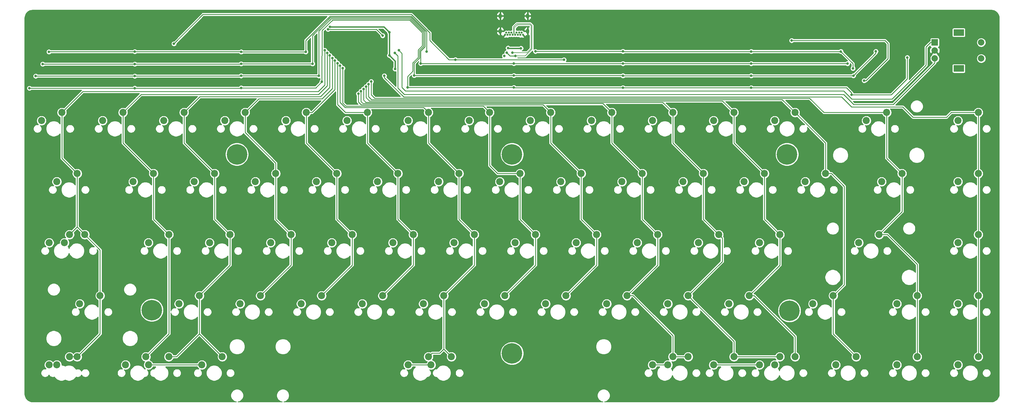
<source format=gbl>
G04 #@! TF.GenerationSoftware,KiCad,Pcbnew,(5.1.5)-3*
G04 #@! TF.CreationDate,2020-07-10T10:23:00+02:00*
G04 #@! TF.ProjectId,65_keyboard_pcb,36355f6b-6579-4626-9f61-72645f706362,rev?*
G04 #@! TF.SameCoordinates,Original*
G04 #@! TF.FileFunction,Copper,L2,Bot*
G04 #@! TF.FilePolarity,Positive*
%FSLAX46Y46*%
G04 Gerber Fmt 4.6, Leading zero omitted, Abs format (unit mm)*
G04 Created by KiCad (PCBNEW (5.1.5)-3) date 2020-07-10 10:23:00*
%MOMM*%
%LPD*%
G04 APERTURE LIST*
%ADD10C,6.400000*%
%ADD11C,2.200000*%
%ADD12C,2.000000*%
%ADD13R,3.200000X2.000000*%
%ADD14R,2.000000X2.000000*%
%ADD15C,0.650000*%
%ADD16O,1.000000X1.600000*%
%ADD17C,0.800000*%
%ADD18C,0.381000*%
%ADD19C,0.254000*%
%ADD20C,0.203200*%
%ADD21C,0.177800*%
G04 APERTURE END LIST*
D10*
X214947500Y-140242500D03*
X301447500Y-126942500D03*
X102647500Y-126742500D03*
X214947500Y-78142500D03*
X300697500Y-78142500D03*
X129197500Y-78142500D03*
D11*
X284162500Y-141287500D03*
X277812500Y-143827500D03*
X265112500Y-141287500D03*
X258762500Y-143827500D03*
X74612500Y-65087500D03*
X68262500Y-67627500D03*
X87312500Y-67627500D03*
X93662500Y-65087500D03*
X112712500Y-65087500D03*
X106362500Y-67627500D03*
X125412500Y-67627500D03*
X131762500Y-65087500D03*
X150812500Y-65087500D03*
X144462500Y-67627500D03*
X163512500Y-67627500D03*
X169862500Y-65087500D03*
X182562500Y-67627500D03*
X188912500Y-65087500D03*
X207962500Y-65087500D03*
X201612500Y-67627500D03*
X220662500Y-67627500D03*
X227012500Y-65087500D03*
X246062500Y-65087500D03*
X239712500Y-67627500D03*
X265112500Y-65087500D03*
X258762500Y-67627500D03*
X277812500Y-67627500D03*
X284162500Y-65087500D03*
X296862500Y-67627500D03*
X303212500Y-65087500D03*
X325437500Y-67627500D03*
X331787500Y-65087500D03*
X354012500Y-67627500D03*
X360362500Y-65087500D03*
X79375000Y-84137500D03*
X73025000Y-86677500D03*
X96837500Y-86677500D03*
X103187500Y-84137500D03*
X122237500Y-84137500D03*
X115887500Y-86677500D03*
X134937500Y-86677500D03*
X141287500Y-84137500D03*
X160337500Y-84137500D03*
X153987500Y-86677500D03*
X173037500Y-86677500D03*
X179387500Y-84137500D03*
X192087500Y-86677500D03*
X198437500Y-84137500D03*
X217487500Y-84137500D03*
X211137500Y-86677500D03*
X236537500Y-84137500D03*
X230187500Y-86677500D03*
X255587500Y-84137500D03*
X249237500Y-86677500D03*
X274637500Y-84137500D03*
X268287500Y-86677500D03*
X293687500Y-84137500D03*
X287337500Y-86677500D03*
X312737500Y-84137500D03*
X306387500Y-86677500D03*
X330200000Y-86677500D03*
X336550000Y-84137500D03*
X354012500Y-86677500D03*
X360362500Y-84137500D03*
X75406250Y-105727500D03*
X81756250Y-103187500D03*
X107950000Y-103187500D03*
X101600000Y-105727500D03*
X127000000Y-103187500D03*
X120650000Y-105727500D03*
X139700000Y-105727500D03*
X146050000Y-103187500D03*
X158750000Y-105727500D03*
X165100000Y-103187500D03*
X184150000Y-103187500D03*
X177800000Y-105727500D03*
X203200000Y-103187500D03*
X196850000Y-105727500D03*
X222250000Y-103187500D03*
X215900000Y-105727500D03*
X241300000Y-103187500D03*
X234950000Y-105727500D03*
X254000000Y-105727500D03*
X260350000Y-103187500D03*
X273050000Y-105727500D03*
X279400000Y-103187500D03*
X292100000Y-105727500D03*
X298450000Y-103187500D03*
X323056250Y-105727500D03*
X329406250Y-103187500D03*
X360362500Y-103187500D03*
X354012500Y-105727500D03*
X86518750Y-122237500D03*
X80168750Y-124777500D03*
X111125000Y-124777500D03*
X117475000Y-122237500D03*
X130175000Y-124777500D03*
X136525000Y-122237500D03*
X155575000Y-122237500D03*
X149225000Y-124777500D03*
X174625000Y-122237500D03*
X168275000Y-124777500D03*
X187325000Y-124777500D03*
X193675000Y-122237500D03*
X206375000Y-124777500D03*
X212725000Y-122237500D03*
X225425000Y-124777500D03*
X231775000Y-122237500D03*
X244475000Y-124777500D03*
X250825000Y-122237500D03*
X263525000Y-124777500D03*
X269875000Y-122237500D03*
X282575000Y-124777500D03*
X288925000Y-122237500D03*
X315118750Y-122237500D03*
X308768750Y-124777500D03*
X334962500Y-124777500D03*
X341312500Y-122237500D03*
X354012500Y-124777500D03*
X360362500Y-122237500D03*
X76993750Y-141287500D03*
X70643750Y-143827500D03*
X94456250Y-143827500D03*
X100806250Y-141287500D03*
X118268750Y-143827500D03*
X124618750Y-141287500D03*
X188912500Y-141287500D03*
X182562500Y-143827500D03*
X322262500Y-141287500D03*
X315912500Y-143827500D03*
X341312500Y-141287500D03*
X334962500Y-143827500D03*
X360362500Y-141287500D03*
X354012500Y-143827500D03*
X296862500Y-143827500D03*
X303212500Y-141287500D03*
X76993750Y-103187500D03*
X70643750Y-105727500D03*
X79375000Y-141287500D03*
X73025000Y-143827500D03*
X101600000Y-143827500D03*
X107950000Y-141287500D03*
X196056250Y-141287500D03*
X189706250Y-143827500D03*
X269875000Y-141287500D03*
X263525000Y-143827500D03*
X292100000Y-143827500D03*
X298450000Y-141287500D03*
D12*
X361250000Y-48243750D03*
X361250000Y-43243750D03*
D13*
X354250000Y-51343750D03*
X354250000Y-40143750D03*
D12*
X346750000Y-48243750D03*
X346750000Y-45743750D03*
D14*
X346750000Y-43243750D03*
D15*
X212762500Y-40873750D03*
X213162500Y-40173750D03*
X213562500Y-40873750D03*
X213962500Y-40173750D03*
X214362500Y-40873750D03*
X214762500Y-40173750D03*
X215162500Y-40873750D03*
X215962500Y-40873750D03*
X216362500Y-40163750D03*
X216762500Y-40873750D03*
X217162500Y-40173750D03*
X217962500Y-40173750D03*
X218362500Y-40873750D03*
X217562500Y-40873750D03*
D16*
X211292500Y-39723750D03*
X211292500Y-34993750D03*
X219832500Y-39723750D03*
X219832500Y-34993750D03*
D17*
X269572500Y-48542500D03*
X269547500Y-51842500D03*
X163747500Y-53642500D03*
X163747500Y-57542500D03*
X244397500Y-120717500D03*
X176697500Y-47292500D03*
X176738001Y-40101999D03*
X178472500Y-51517500D03*
X158167500Y-38362500D03*
X97347500Y-57492500D03*
X130480000Y-57400000D03*
X182397500Y-57292500D03*
X215540000Y-57300000D03*
X249547500Y-57350000D03*
X64477500Y-57512500D03*
X289540000Y-57350000D03*
X338197500Y-47942500D03*
X320847500Y-59542500D03*
X155647500Y-55498500D03*
X97347500Y-53742500D03*
X130477500Y-53642500D03*
X184447500Y-53542500D03*
X215540000Y-53550000D03*
X249547500Y-53592500D03*
X66447500Y-53742500D03*
X321390000Y-53600000D03*
X328397500Y-46042500D03*
X289540000Y-53600000D03*
X154697500Y-53642500D03*
X97347500Y-49992500D03*
X130490000Y-49900000D03*
X186490000Y-49800000D03*
X215540000Y-49800000D03*
X249547500Y-49842500D03*
X68647500Y-49992500D03*
X289540000Y-49850000D03*
X319547500Y-49850000D03*
X152740000Y-49900000D03*
X97337500Y-46102500D03*
X130510000Y-46150000D03*
X188355000Y-46050000D03*
X249547500Y-46042500D03*
X70555000Y-46150000D03*
X289540000Y-46050000D03*
X321247500Y-51342500D03*
X317490000Y-46050000D03*
X222247500Y-46042500D03*
X150640000Y-46150000D03*
X109547500Y-43642500D03*
X197300000Y-48595000D03*
X231147500Y-48642500D03*
X324747500Y-55142500D03*
X302146500Y-42642500D03*
X213717500Y-44972500D03*
X217747500Y-45042500D03*
X174627500Y-41132500D03*
X157577500Y-39152500D03*
X213297500Y-46442500D03*
X216047500Y-47442500D03*
X215047500Y-46442500D03*
X212547500Y-47442500D03*
X156547500Y-45692500D03*
X157347500Y-46492500D03*
X158147500Y-47292500D03*
X158947500Y-48092500D03*
X159747500Y-48892500D03*
X160547500Y-49692500D03*
X161347500Y-50492500D03*
X162197500Y-51292500D03*
X167047500Y-59242500D03*
X167847500Y-58442500D03*
X168647500Y-57742500D03*
X169447500Y-57042500D03*
X170247500Y-56242500D03*
X171047500Y-55442500D03*
X175147500Y-53617500D03*
X178397500Y-46492500D03*
X179697500Y-45692500D03*
D18*
X163747500Y-53642500D02*
X163747500Y-57542500D01*
X211292500Y-38542750D02*
X211292500Y-39723750D01*
X214841500Y-34993750D02*
X211292500Y-38542750D01*
X219832500Y-34993750D02*
X214841500Y-34993750D01*
X176697500Y-47292500D02*
X178472500Y-49067500D01*
X178472500Y-49067500D02*
X178472500Y-51517500D01*
X176697500Y-47292500D02*
X176697500Y-40092500D01*
X176738001Y-40101999D02*
X174998502Y-38362500D01*
X174998502Y-38362500D02*
X158167500Y-38362500D01*
D19*
X130380000Y-57500000D02*
X130480000Y-57400000D01*
X97240000Y-57500000D02*
X130380000Y-57500000D01*
X97327500Y-57512500D02*
X97347500Y-57492500D01*
X64477500Y-57512500D02*
X97327500Y-57512500D01*
X215532500Y-57292500D02*
X215540000Y-57300000D01*
X182397500Y-57292500D02*
X215532500Y-57292500D01*
X215590000Y-57350000D02*
X215540000Y-57300000D01*
X249547500Y-57350000D02*
X215590000Y-57350000D01*
X249547500Y-57350000D02*
X289540000Y-57350000D01*
X338197500Y-54542500D02*
X338197500Y-47942500D01*
X320847500Y-59542500D02*
X333197500Y-59542500D01*
X333197500Y-59542500D02*
X338197500Y-54542500D01*
X319220685Y-57350000D02*
X289540000Y-57350000D01*
X320847500Y-58976815D02*
X319220685Y-57350000D01*
X320847500Y-59542500D02*
X320847500Y-58976815D01*
X130522500Y-57442500D02*
X130480000Y-57400000D01*
X153746000Y-57400000D02*
X155647500Y-55498500D01*
X130480000Y-57400000D02*
X153746000Y-57400000D01*
X184053490Y-52186510D02*
X184053490Y-49579296D01*
X182397500Y-53842500D02*
X184053490Y-52186510D01*
X184053490Y-49579296D02*
X185701980Y-47930806D01*
X185701980Y-45573592D02*
X187009480Y-44266092D01*
X187009480Y-44266092D02*
X187009480Y-40176122D01*
X185701980Y-47930806D02*
X185701980Y-45573592D01*
X183047500Y-36242500D02*
X159097500Y-36242500D01*
X159047500Y-36242500D02*
X159097500Y-36242500D01*
X182397500Y-57292500D02*
X182397500Y-53842500D01*
X187009480Y-40176122D02*
X183047500Y-36242500D01*
X159097500Y-36242500D02*
X158997500Y-36242500D01*
X155747500Y-39492500D02*
X155647500Y-55498500D01*
X158997500Y-36242500D02*
X155747500Y-39492500D01*
X130377500Y-53742500D02*
X130477500Y-53642500D01*
X97250000Y-53742500D02*
X130377500Y-53742500D01*
X130487500Y-53652500D02*
X130477500Y-53642500D01*
X97347500Y-53742500D02*
X66447500Y-53742500D01*
X328397500Y-46592500D02*
X328397500Y-46042500D01*
X321390000Y-53600000D02*
X328397500Y-46592500D01*
X215532500Y-53542500D02*
X215540000Y-53550000D01*
X184447500Y-53542500D02*
X215532500Y-53542500D01*
X249505000Y-53550000D02*
X249547500Y-53592500D01*
X215540000Y-53550000D02*
X249505000Y-53550000D01*
X249555000Y-53600000D02*
X249547500Y-53592500D01*
X289540000Y-53600000D02*
X249555000Y-53600000D01*
X289540000Y-53600000D02*
X321390000Y-53600000D01*
X154697500Y-53642500D02*
X154697500Y-39656928D01*
X130477500Y-53642500D02*
X154697500Y-53642500D01*
X187403490Y-44429296D02*
X186095990Y-45736796D01*
X187403490Y-40012918D02*
X187403490Y-44429296D01*
X184447500Y-49742500D02*
X184447500Y-53542500D01*
X186095990Y-45736796D02*
X186095990Y-48094010D01*
X186095990Y-48094010D02*
X184447500Y-49742500D01*
X158537766Y-35848490D02*
X158410628Y-35975628D01*
X183239062Y-35848490D02*
X158537766Y-35848490D01*
X154697500Y-39656928D02*
X158410628Y-35975628D01*
X187403490Y-40012918D02*
X183239062Y-35848490D01*
X130390000Y-50000000D02*
X130490000Y-49900000D01*
X97287500Y-50000000D02*
X130390000Y-50000000D01*
X68647500Y-49992500D02*
X97347500Y-49992500D01*
X319547500Y-49850000D02*
X289540000Y-49850000D01*
X289532500Y-49842500D02*
X289540000Y-49850000D01*
X249547500Y-49842500D02*
X289532500Y-49842500D01*
X186490000Y-49800000D02*
X215540000Y-49800000D01*
X249505000Y-49800000D02*
X249547500Y-49842500D01*
X215540000Y-49800000D02*
X249505000Y-49800000D01*
X152740000Y-49900000D02*
X130490000Y-49900000D01*
X186490000Y-45900000D02*
X186490000Y-49800000D01*
X152740000Y-49900000D02*
X152740000Y-41056226D01*
X158341746Y-35454480D02*
X183402266Y-35454480D01*
X152740000Y-41056226D02*
X158341746Y-35454480D01*
X187797500Y-44592500D02*
X186490000Y-45900000D01*
X183402266Y-35454480D02*
X187797500Y-39849714D01*
X187797500Y-39849714D02*
X187797500Y-44592500D01*
X130507500Y-46152500D02*
X130510000Y-46150000D01*
X130462500Y-46102500D02*
X130510000Y-46150000D01*
X97337500Y-46102500D02*
X130462500Y-46102500D01*
X70602500Y-46102500D02*
X70555000Y-46150000D01*
X97337500Y-46102500D02*
X70602500Y-46102500D01*
X321247500Y-49807500D02*
X317490000Y-46050000D01*
X321247500Y-51342500D02*
X321247500Y-49807500D01*
X289540000Y-46050000D02*
X317490000Y-46050000D01*
X249555000Y-46050000D02*
X249547500Y-46042500D01*
X289540000Y-46050000D02*
X249555000Y-46050000D01*
X222247500Y-46042500D02*
X249547500Y-46042500D01*
X130510000Y-46150000D02*
X150640000Y-46150000D01*
X188355000Y-39850000D02*
X188355000Y-46050000D01*
X183565470Y-35060470D02*
X188355000Y-39850000D01*
X158178542Y-35060470D02*
X183565470Y-35060470D01*
X150640000Y-42599012D02*
X158178542Y-35060470D01*
X150640000Y-46150000D02*
X150640000Y-42599012D01*
X197347500Y-48642500D02*
X197300000Y-48595000D01*
X231147500Y-48642500D02*
X197347500Y-48642500D01*
X325313185Y-55142500D02*
X332197500Y-48258185D01*
X324747500Y-55142500D02*
X325313185Y-55142500D01*
X332197500Y-48258185D02*
X332197500Y-43592500D01*
X332197500Y-43592500D02*
X331247500Y-42642500D01*
X331247500Y-42642500D02*
X302146500Y-42642500D01*
X183577713Y-34515499D02*
X118630499Y-34515499D01*
X189347500Y-40285286D02*
X183577713Y-34515499D01*
X109547500Y-43642500D02*
X118607500Y-34492500D01*
X197300000Y-48595000D02*
X195300000Y-48595000D01*
X195300000Y-48595000D02*
X189347500Y-42642500D01*
X189347500Y-42642500D02*
X189347500Y-40285286D01*
X118268750Y-143827500D02*
X101600000Y-143827500D01*
X189706250Y-143827500D02*
X182562500Y-143827500D01*
X263525000Y-143827500D02*
X258762500Y-143827500D01*
X292100000Y-143827500D02*
X277812500Y-143827500D01*
D18*
X213787500Y-45042500D02*
X213717500Y-44972500D01*
X217747500Y-45042500D02*
X213787500Y-45042500D01*
D19*
X174627500Y-41132500D02*
X172647500Y-39152500D01*
X172647500Y-39152500D02*
X157577500Y-39152500D01*
X157577500Y-39152500D02*
X157457500Y-39152500D01*
D20*
X215162500Y-40873750D02*
X215162500Y-40649912D01*
D19*
X214297500Y-47442500D02*
X213297500Y-46442500D01*
X216047500Y-47442500D02*
X214297500Y-47442500D01*
D20*
X215162500Y-40873750D02*
X215162500Y-40692911D01*
D21*
X221207500Y-45312500D02*
X219077500Y-47442500D01*
X221207500Y-37952500D02*
X221207500Y-45312500D01*
X215162500Y-40593524D02*
X215399690Y-40356334D01*
X219077500Y-47442500D02*
X216047500Y-47442500D01*
X215399690Y-40356334D02*
X215399690Y-38390310D01*
X220619691Y-37364691D02*
X221207500Y-37952500D01*
X215399690Y-38390310D02*
X216425309Y-37364691D01*
X215162500Y-40873750D02*
X215162500Y-40593524D01*
X216425309Y-37364691D02*
X220619691Y-37364691D01*
D20*
X215962500Y-40737500D02*
X215877500Y-40652500D01*
X215962500Y-40873750D02*
X215962500Y-40737500D01*
D21*
X220889690Y-45180310D02*
X219627500Y-46442500D01*
X215717500Y-38642500D02*
X216677500Y-37682500D01*
X220488050Y-37682500D02*
X220889690Y-38084140D01*
X215962500Y-40873750D02*
X215962500Y-40583524D01*
X215962500Y-40583524D02*
X215717500Y-40338524D01*
X219627500Y-46442500D02*
X215047500Y-46442500D01*
X215717500Y-40338524D02*
X215717500Y-38642500D01*
X220889690Y-38084140D02*
X220889690Y-45180310D01*
X216677500Y-37682500D02*
X220488050Y-37682500D01*
D19*
X156547500Y-45692500D02*
X156547500Y-56542500D01*
X156547500Y-56542500D02*
X154547500Y-58542500D01*
X81157500Y-58542500D02*
X74612500Y-65087500D01*
X154547500Y-58542500D02*
X81157500Y-58542500D01*
X74612500Y-79375000D02*
X79375000Y-84137500D01*
X74612500Y-65087500D02*
X74612500Y-79375000D01*
X79375000Y-100806250D02*
X76993750Y-103187500D01*
X79375000Y-84137500D02*
X79375000Y-100806250D01*
X79375000Y-100806250D02*
X81756250Y-103187500D01*
X86518750Y-107950000D02*
X86518750Y-122237500D01*
X81756250Y-103187500D02*
X86518750Y-107950000D01*
X86518750Y-134143750D02*
X79375000Y-141287500D01*
X86518750Y-122237500D02*
X86518750Y-134143750D01*
X79375000Y-141287500D02*
X76993750Y-141287500D01*
X93662500Y-74612500D02*
X103187500Y-84137500D01*
X93662500Y-65087500D02*
X93662500Y-74612500D01*
X103187500Y-98425000D02*
X107950000Y-103187500D01*
X103187500Y-84137500D02*
X103187500Y-98425000D01*
X107950000Y-134143750D02*
X100806250Y-141287500D01*
X107950000Y-103187500D02*
X107950000Y-134143750D01*
X157347500Y-46492500D02*
X157347500Y-56742500D01*
X157347500Y-56742500D02*
X154647500Y-59442500D01*
X99307500Y-59442500D02*
X93662500Y-65087500D01*
X154647500Y-59442500D02*
X99307500Y-59442500D01*
X112712500Y-74612500D02*
X122237500Y-84137500D01*
X112712500Y-65087500D02*
X112712500Y-74612500D01*
X122237500Y-98425000D02*
X127000000Y-103187500D01*
X122237500Y-84137500D02*
X122237500Y-98425000D01*
X127000000Y-112712500D02*
X117475000Y-122237500D01*
X127000000Y-103187500D02*
X127000000Y-112712500D01*
X117475000Y-134143750D02*
X124618750Y-141287500D01*
X117475000Y-122237500D02*
X117475000Y-134143750D01*
X110331250Y-141287500D02*
X117475000Y-134143750D01*
X107950000Y-141287500D02*
X110331250Y-141287500D01*
X158147500Y-47292500D02*
X158147500Y-57242500D01*
X158147500Y-57242500D02*
X155247500Y-60142500D01*
X117657500Y-60142500D02*
X112712500Y-65087500D01*
X155247500Y-60142500D02*
X117657500Y-60142500D01*
X141287500Y-98425000D02*
X146050000Y-103187500D01*
X141287500Y-84137500D02*
X141287500Y-98425000D01*
X146050000Y-112712500D02*
X136525000Y-122237500D01*
X146050000Y-103187500D02*
X146050000Y-112712500D01*
X158947500Y-48092500D02*
X158947500Y-57642500D01*
X158947500Y-57642500D02*
X155747500Y-60842500D01*
X136007500Y-60842500D02*
X131762500Y-65087500D01*
X155747500Y-60842500D02*
X136007500Y-60842500D01*
X131762500Y-65087500D02*
X131762500Y-71357500D01*
X141287500Y-80882500D02*
X141287500Y-84137500D01*
X131762500Y-71357500D02*
X141287500Y-80882500D01*
X150812500Y-74612500D02*
X160337500Y-84137500D01*
X150812500Y-65087500D02*
X150812500Y-74612500D01*
X160337500Y-98425000D02*
X165100000Y-103187500D01*
X160337500Y-84137500D02*
X160337500Y-98425000D01*
X165100000Y-112712500D02*
X155575000Y-122237500D01*
X165100000Y-103187500D02*
X165100000Y-112712500D01*
X152602500Y-65087500D02*
X150812500Y-65087500D01*
X159747500Y-48892500D02*
X159747500Y-57942500D01*
X159747500Y-57942500D02*
X152602500Y-65087500D01*
X169862500Y-74612500D02*
X179387500Y-84137500D01*
X169862500Y-65087500D02*
X169862500Y-74612500D01*
X179387500Y-98425000D02*
X184150000Y-103187500D01*
X179387500Y-84137500D02*
X179387500Y-98425000D01*
X184150000Y-112712500D02*
X174625000Y-122237500D01*
X184150000Y-103187500D02*
X184150000Y-112712500D01*
X160547500Y-49692500D02*
X160547500Y-62642500D01*
X162992500Y-65087500D02*
X169862500Y-65087500D01*
X160547500Y-62642500D02*
X162992500Y-65087500D01*
X188912500Y-74612500D02*
X198437500Y-84137500D01*
X188912500Y-65087500D02*
X188912500Y-74612500D01*
X198437500Y-98425000D02*
X203200000Y-103187500D01*
X198437500Y-84137500D02*
X198437500Y-98425000D01*
X203200000Y-112712500D02*
X193675000Y-122237500D01*
X203200000Y-103187500D02*
X203200000Y-112712500D01*
X193675000Y-138906250D02*
X196056250Y-141287500D01*
X193675000Y-122237500D02*
X193675000Y-138906250D01*
X192393749Y-140187501D02*
X193675000Y-138906250D01*
X190012499Y-140187501D02*
X192393749Y-140187501D01*
X188912500Y-141287500D02*
X190012499Y-140187501D01*
X161347500Y-50492500D02*
X161347500Y-61942500D01*
X161347500Y-61942500D02*
X162947500Y-63542500D01*
X187367500Y-63542500D02*
X188912500Y-65087500D01*
X162947500Y-63542500D02*
X187367500Y-63542500D01*
X217487500Y-98425000D02*
X222250000Y-103187500D01*
X217487500Y-84137500D02*
X217487500Y-98425000D01*
X222250000Y-112712500D02*
X212725000Y-122237500D01*
X222250000Y-103187500D02*
X222250000Y-112712500D01*
X162197500Y-51292500D02*
X162197500Y-62178490D01*
X206003490Y-63128490D02*
X207962500Y-65087500D01*
X163147500Y-63128490D02*
X206003490Y-63128490D01*
X162197500Y-62178490D02*
X163147500Y-63128490D01*
X207962500Y-65087500D02*
X207962500Y-81657500D01*
X210442500Y-84137500D02*
X217487500Y-84137500D01*
X207962500Y-81657500D02*
X210442500Y-84137500D01*
X227012500Y-74612500D02*
X236537500Y-84137500D01*
X227012500Y-65087500D02*
X227012500Y-74612500D01*
X236537500Y-98425000D02*
X241300000Y-103187500D01*
X236537500Y-84137500D02*
X236537500Y-98425000D01*
X241300000Y-112712500D02*
X231775000Y-122237500D01*
X241300000Y-103187500D02*
X241300000Y-112712500D01*
X167919480Y-62714480D02*
X224639480Y-62714480D01*
X224639480Y-62714480D02*
X227012500Y-65087500D01*
X167047500Y-59242500D02*
X167047500Y-61842500D01*
X167047500Y-61842500D02*
X167919480Y-62714480D01*
X246062500Y-74612500D02*
X255587500Y-84137500D01*
X246062500Y-65087500D02*
X246062500Y-74612500D01*
X255587500Y-98425000D02*
X260350000Y-103187500D01*
X255587500Y-84137500D02*
X255587500Y-98425000D01*
X260350000Y-112712500D02*
X250825000Y-122237500D01*
X260350000Y-103187500D02*
X260350000Y-112712500D01*
X250825000Y-122237500D02*
X252642500Y-122237500D01*
X265112500Y-134707500D02*
X265112500Y-141287500D01*
X252642500Y-122237500D02*
X265112500Y-134707500D01*
X269875000Y-141287500D02*
X265112500Y-141287500D01*
X168505470Y-62300470D02*
X243275470Y-62300470D01*
X167847500Y-58442500D02*
X167847500Y-61642500D01*
X243275470Y-62300470D02*
X246062500Y-65087500D01*
X167847500Y-61642500D02*
X168505470Y-62300470D01*
X265112500Y-74612500D02*
X274637500Y-84137500D01*
X265112500Y-65087500D02*
X265112500Y-74612500D01*
X274637500Y-98425000D02*
X279400000Y-103187500D01*
X274637500Y-84137500D02*
X274637500Y-98425000D01*
X280499999Y-111612501D02*
X269875000Y-122237500D01*
X280499999Y-104287499D02*
X280499999Y-111612501D01*
X279400000Y-103187500D02*
X280499999Y-104287499D01*
X270974999Y-123337499D02*
X270974999Y-123369999D01*
X269875000Y-122237500D02*
X270974999Y-123337499D01*
X284162500Y-136557500D02*
X284162500Y-141287500D01*
X270974999Y-123369999D02*
X284162500Y-136557500D01*
X298450000Y-141287500D02*
X284162500Y-141287500D01*
X261911460Y-61886460D02*
X265112500Y-65087500D01*
X169391460Y-61886460D02*
X261911460Y-61886460D01*
X168647500Y-61142500D02*
X169391460Y-61886460D01*
X168647500Y-57742500D02*
X168647500Y-61142500D01*
X284162500Y-74612500D02*
X293687500Y-84137500D01*
X284162500Y-65087500D02*
X284162500Y-74612500D01*
X293687500Y-98425000D02*
X298450000Y-103187500D01*
X293687500Y-84137500D02*
X293687500Y-98425000D01*
X298450000Y-112712500D02*
X288925000Y-122237500D01*
X298450000Y-103187500D02*
X298450000Y-112712500D01*
X303212500Y-134969366D02*
X303212500Y-141287500D01*
X288925000Y-122237500D02*
X290480634Y-122237500D01*
X290480634Y-122237500D02*
X303212500Y-134969366D01*
X169447500Y-57042500D02*
X169447500Y-60442500D01*
X169447500Y-60442500D02*
X170477450Y-61472450D01*
X280547450Y-61472450D02*
X284162500Y-65087500D01*
X170477450Y-61472450D02*
X280547450Y-61472450D01*
X312737500Y-84137500D02*
X314542500Y-84137500D01*
X314542500Y-84137500D02*
X318547500Y-88142500D01*
X318547500Y-118808750D02*
X315118750Y-122237500D01*
X318547500Y-88142500D02*
X318547500Y-118808750D01*
X315118750Y-134143750D02*
X322262500Y-141287500D01*
X315118750Y-122237500D02*
X315118750Y-134143750D01*
X299183440Y-61058440D02*
X303212500Y-65087500D01*
X171163440Y-61058440D02*
X299183440Y-61058440D01*
X170247500Y-56242500D02*
X170247500Y-60142500D01*
X170247500Y-60142500D02*
X171163440Y-61058440D01*
X312737500Y-74612500D02*
X312737500Y-84137500D01*
X303212500Y-65087500D02*
X312737500Y-74612500D01*
X331787500Y-79375000D02*
X336550000Y-84137500D01*
X331787500Y-65087500D02*
X331787500Y-79375000D01*
X336550000Y-96043750D02*
X329406250Y-103187500D01*
X336550000Y-84137500D02*
X336550000Y-96043750D01*
X329406250Y-103187500D02*
X331992500Y-103187500D01*
X341312500Y-112507500D02*
X341312500Y-122237500D01*
X331992500Y-103187500D02*
X341312500Y-112507500D01*
X341312500Y-122237500D02*
X341312500Y-141287500D01*
X171047500Y-55442500D02*
X171047500Y-59542500D01*
X171047500Y-59542500D02*
X172149430Y-60644430D01*
X172149430Y-60644430D02*
X307749430Y-60644430D01*
X312192500Y-65087500D02*
X331787500Y-65087500D01*
X307749430Y-60644430D02*
X312192500Y-65087500D01*
X360362500Y-65087500D02*
X360362500Y-84137500D01*
X360362500Y-84137500D02*
X360362500Y-103187500D01*
X360362500Y-103187500D02*
X360362500Y-122237500D01*
X360362500Y-122237500D02*
X360362500Y-141287500D01*
X351902500Y-65087500D02*
X360362500Y-65087500D01*
X350447500Y-66542500D02*
X351902500Y-65087500D01*
X339947500Y-66542500D02*
X350447500Y-66542500D01*
X336747500Y-63342500D02*
X339947500Y-66542500D01*
X175147500Y-53617500D02*
X175147500Y-54183185D01*
X317735420Y-60230420D02*
X320847500Y-63342500D01*
X181194735Y-60230420D02*
X317735420Y-60230420D01*
X175147500Y-54183185D02*
X181194735Y-60230420D01*
X320847500Y-63342500D02*
X336747500Y-63342500D01*
X346750000Y-49657963D02*
X333765463Y-62642500D01*
X346750000Y-48243750D02*
X346750000Y-49657963D01*
X333765463Y-62642500D02*
X321547500Y-62642500D01*
X318347500Y-59442500D02*
X181347500Y-59442500D01*
X321547500Y-62642500D02*
X318347500Y-59442500D01*
X181347500Y-59442500D02*
X179347500Y-57442500D01*
X179347500Y-47442500D02*
X178397500Y-46492500D01*
X179347500Y-57442500D02*
X179347500Y-47442500D01*
X345496000Y-43243750D02*
X344047500Y-44692250D01*
X346750000Y-43243750D02*
X345496000Y-43243750D01*
X344047500Y-44692250D02*
X344047500Y-50342500D01*
X344047500Y-50342500D02*
X333447500Y-60942500D01*
X333447500Y-60942500D02*
X320947500Y-60942500D01*
X320947500Y-60942500D02*
X318347500Y-58342500D01*
X318347500Y-58342500D02*
X181747500Y-58342500D01*
X181747500Y-58342500D02*
X180647500Y-57242500D01*
X180647500Y-46642500D02*
X179697500Y-45692500D01*
X180647500Y-57242500D02*
X180647500Y-46642500D01*
G36*
X364832231Y-33194436D02*
G01*
X365298495Y-33335209D01*
X365728540Y-33563867D01*
X366105979Y-33871700D01*
X366416439Y-34246980D01*
X366648094Y-34675418D01*
X366792121Y-35140689D01*
X366845500Y-35648559D01*
X366845501Y-152817939D01*
X366795564Y-153327228D01*
X366654791Y-153793493D01*
X366426133Y-154223540D01*
X366118300Y-154600979D01*
X365743017Y-154911440D01*
X365314582Y-155143094D01*
X364849307Y-155287121D01*
X364341441Y-155340500D01*
X243793687Y-155340500D01*
X244114920Y-155276603D01*
X244479079Y-155125763D01*
X244806813Y-154906778D01*
X245085528Y-154628063D01*
X245304513Y-154300329D01*
X245455353Y-153936170D01*
X245532250Y-153549581D01*
X245532250Y-153155419D01*
X245455353Y-152768830D01*
X245304513Y-152404671D01*
X245085528Y-152076937D01*
X244806813Y-151798222D01*
X244479079Y-151579237D01*
X244114920Y-151428397D01*
X243728331Y-151351500D01*
X243321469Y-151351500D01*
X242934880Y-151428397D01*
X242570721Y-151579237D01*
X242242987Y-151798222D01*
X241964272Y-152076937D01*
X241745287Y-152404671D01*
X241594447Y-152768830D01*
X241517550Y-153155419D01*
X241517550Y-153549581D01*
X241594447Y-153936170D01*
X241745287Y-154300329D01*
X241964272Y-154628063D01*
X242242987Y-154906778D01*
X242570721Y-155125763D01*
X242934880Y-155276603D01*
X243256113Y-155340500D01*
X143781187Y-155340500D01*
X144102420Y-155276603D01*
X144466579Y-155125763D01*
X144794313Y-154906778D01*
X145073028Y-154628063D01*
X145292013Y-154300329D01*
X145442853Y-153936170D01*
X145519750Y-153549581D01*
X145519750Y-153155419D01*
X145442853Y-152768830D01*
X145292013Y-152404671D01*
X145073028Y-152076937D01*
X144794313Y-151798222D01*
X144466579Y-151579237D01*
X144102420Y-151428397D01*
X143715831Y-151351500D01*
X143321669Y-151351500D01*
X142935080Y-151428397D01*
X142570921Y-151579237D01*
X142243187Y-151798222D01*
X141964472Y-152076937D01*
X141745487Y-152404671D01*
X141594647Y-152768830D01*
X141517750Y-153155419D01*
X141517750Y-153549581D01*
X141594647Y-153936170D01*
X141745487Y-154300329D01*
X141964472Y-154628063D01*
X142243187Y-154906778D01*
X142570921Y-155125763D01*
X142935080Y-155276603D01*
X143256313Y-155340500D01*
X129493687Y-155340500D01*
X129814920Y-155276603D01*
X130179079Y-155125763D01*
X130506813Y-154906778D01*
X130785528Y-154628063D01*
X131004513Y-154300329D01*
X131155353Y-153936170D01*
X131232250Y-153549581D01*
X131232250Y-153155419D01*
X131155353Y-152768830D01*
X131004513Y-152404671D01*
X130785528Y-152076937D01*
X130506813Y-151798222D01*
X130179079Y-151579237D01*
X129814920Y-151428397D01*
X129428331Y-151351500D01*
X129034169Y-151351500D01*
X128647580Y-151428397D01*
X128283421Y-151579237D01*
X127955687Y-151798222D01*
X127676972Y-152076937D01*
X127457987Y-152404671D01*
X127307147Y-152768830D01*
X127230250Y-153155419D01*
X127230250Y-153549581D01*
X127307147Y-153936170D01*
X127457987Y-154300329D01*
X127676972Y-154628063D01*
X127955687Y-154906778D01*
X128283421Y-155125763D01*
X128647580Y-155276603D01*
X128968813Y-155340500D01*
X65572051Y-155340500D01*
X65062772Y-155290564D01*
X64596507Y-155149791D01*
X64166460Y-154921133D01*
X63789021Y-154613300D01*
X63478560Y-154238017D01*
X63246906Y-153809582D01*
X63102879Y-153344307D01*
X63049500Y-152836441D01*
X63049500Y-146236802D01*
X68046750Y-146236802D01*
X68046750Y-146498198D01*
X68097746Y-146754572D01*
X68197778Y-146996070D01*
X68343002Y-147213413D01*
X68527837Y-147398248D01*
X68745180Y-147543472D01*
X68986678Y-147643504D01*
X69243052Y-147694500D01*
X69504448Y-147694500D01*
X69760822Y-147643504D01*
X70002320Y-147543472D01*
X70219663Y-147398248D01*
X70404498Y-147213413D01*
X70549722Y-146996070D01*
X70564375Y-146960695D01*
X70579028Y-146996070D01*
X70724252Y-147213413D01*
X70909087Y-147398248D01*
X71126430Y-147543472D01*
X71367928Y-147643504D01*
X71624302Y-147694500D01*
X71885698Y-147694500D01*
X72142072Y-147643504D01*
X72287137Y-147583416D01*
X72529739Y-147946495D01*
X72874755Y-148291511D01*
X73280451Y-148562589D01*
X73731236Y-148749310D01*
X74209787Y-148844500D01*
X74697713Y-148844500D01*
X75176264Y-148749310D01*
X75627049Y-148562589D01*
X75644375Y-148551012D01*
X75661701Y-148562589D01*
X76112486Y-148749310D01*
X76591037Y-148844500D01*
X77078963Y-148844500D01*
X77557514Y-148749310D01*
X78008299Y-148562589D01*
X78413995Y-148291511D01*
X78759011Y-147946495D01*
X79001613Y-147583416D01*
X79146678Y-147643504D01*
X79403052Y-147694500D01*
X79664448Y-147694500D01*
X79920822Y-147643504D01*
X80162320Y-147543472D01*
X80379663Y-147398248D01*
X80564498Y-147213413D01*
X80709722Y-146996070D01*
X80724375Y-146960695D01*
X80739028Y-146996070D01*
X80884252Y-147213413D01*
X81069087Y-147398248D01*
X81286430Y-147543472D01*
X81527928Y-147643504D01*
X81784302Y-147694500D01*
X82045698Y-147694500D01*
X82302072Y-147643504D01*
X82543570Y-147543472D01*
X82760913Y-147398248D01*
X82945748Y-147213413D01*
X83090972Y-146996070D01*
X83191004Y-146754572D01*
X83242000Y-146498198D01*
X83242000Y-146236802D01*
X91859250Y-146236802D01*
X91859250Y-146498198D01*
X91910246Y-146754572D01*
X92010278Y-146996070D01*
X92155502Y-147213413D01*
X92340337Y-147398248D01*
X92557680Y-147543472D01*
X92799178Y-147643504D01*
X93055552Y-147694500D01*
X93316948Y-147694500D01*
X93573322Y-147643504D01*
X93814820Y-147543472D01*
X94032163Y-147398248D01*
X94216998Y-147213413D01*
X94362222Y-146996070D01*
X94462254Y-146754572D01*
X94513250Y-146498198D01*
X94513250Y-146236802D01*
X94462254Y-145980428D01*
X94362222Y-145738930D01*
X94216998Y-145521587D01*
X94049997Y-145354586D01*
X94300929Y-145404500D01*
X94611571Y-145404500D01*
X94916244Y-145343896D01*
X95203239Y-145225019D01*
X95461529Y-145052436D01*
X95681186Y-144832779D01*
X95853769Y-144574489D01*
X95972646Y-144287494D01*
X96033250Y-143982821D01*
X96033250Y-143672179D01*
X95972646Y-143367506D01*
X95853769Y-143080511D01*
X95681186Y-142822221D01*
X95461529Y-142602564D01*
X95203239Y-142429981D01*
X94916244Y-142311104D01*
X94611571Y-142250500D01*
X94300929Y-142250500D01*
X93996256Y-142311104D01*
X93709261Y-142429981D01*
X93450971Y-142602564D01*
X93231314Y-142822221D01*
X93058731Y-143080511D01*
X92939854Y-143367506D01*
X92879250Y-143672179D01*
X92879250Y-143982821D01*
X92939854Y-144287494D01*
X93058731Y-144574489D01*
X93231314Y-144832779D01*
X93450971Y-145052436D01*
X93482345Y-145073400D01*
X93316948Y-145040500D01*
X93055552Y-145040500D01*
X92799178Y-145091496D01*
X92557680Y-145191528D01*
X92340337Y-145336752D01*
X92155502Y-145521587D01*
X92010278Y-145738930D01*
X91910246Y-145980428D01*
X91859250Y-146236802D01*
X83242000Y-146236802D01*
X83191004Y-145980428D01*
X83090972Y-145738930D01*
X82945748Y-145521587D01*
X82760913Y-145336752D01*
X82543570Y-145191528D01*
X82302072Y-145091496D01*
X82045698Y-145040500D01*
X81784302Y-145040500D01*
X81527928Y-145091496D01*
X81286430Y-145191528D01*
X81069087Y-145336752D01*
X80884252Y-145521587D01*
X80739028Y-145738930D01*
X80724375Y-145774305D01*
X80709722Y-145738930D01*
X80564498Y-145521587D01*
X80379663Y-145336752D01*
X80162320Y-145191528D01*
X79920822Y-145091496D01*
X79664448Y-145040500D01*
X79403052Y-145040500D01*
X79146678Y-145091496D01*
X79001613Y-145151584D01*
X78759011Y-144788505D01*
X78413995Y-144443489D01*
X78008299Y-144172411D01*
X77557514Y-143985690D01*
X77078963Y-143890500D01*
X76591037Y-143890500D01*
X76112486Y-143985690D01*
X75661701Y-144172411D01*
X75644375Y-144183988D01*
X75627049Y-144172411D01*
X75176264Y-143985690D01*
X74697713Y-143890500D01*
X74602000Y-143890500D01*
X74602000Y-143672179D01*
X74541396Y-143367506D01*
X74422519Y-143080511D01*
X74249936Y-142822221D01*
X74030279Y-142602564D01*
X73771989Y-142429981D01*
X73484994Y-142311104D01*
X73180321Y-142250500D01*
X72869679Y-142250500D01*
X72565006Y-142311104D01*
X72278011Y-142429981D01*
X72019721Y-142602564D01*
X71834375Y-142787910D01*
X71649029Y-142602564D01*
X71390739Y-142429981D01*
X71103744Y-142311104D01*
X70799071Y-142250500D01*
X70488429Y-142250500D01*
X70183756Y-142311104D01*
X69896761Y-142429981D01*
X69638471Y-142602564D01*
X69418814Y-142822221D01*
X69246231Y-143080511D01*
X69127354Y-143367506D01*
X69066750Y-143672179D01*
X69066750Y-143982821D01*
X69127354Y-144287494D01*
X69246231Y-144574489D01*
X69418814Y-144832779D01*
X69638471Y-145052436D01*
X69669845Y-145073400D01*
X69504448Y-145040500D01*
X69243052Y-145040500D01*
X68986678Y-145091496D01*
X68745180Y-145191528D01*
X68527837Y-145336752D01*
X68343002Y-145521587D01*
X68197778Y-145738930D01*
X68097746Y-145980428D01*
X68046750Y-146236802D01*
X63049500Y-146236802D01*
X63049500Y-135313537D01*
X69601750Y-135313537D01*
X69601750Y-135801463D01*
X69696940Y-136280014D01*
X69883661Y-136730799D01*
X70154739Y-137136495D01*
X70499755Y-137481511D01*
X70905451Y-137752589D01*
X71356236Y-137939310D01*
X71834787Y-138034500D01*
X72322713Y-138034500D01*
X72801264Y-137939310D01*
X73252049Y-137752589D01*
X73657745Y-137481511D01*
X74002761Y-137136495D01*
X74273839Y-136730799D01*
X74460560Y-136280014D01*
X74555750Y-135801463D01*
X74555750Y-135313537D01*
X74460560Y-134834986D01*
X74273839Y-134384201D01*
X74002761Y-133978505D01*
X73657745Y-133633489D01*
X73252049Y-133362411D01*
X72801264Y-133175690D01*
X72322713Y-133080500D01*
X71834787Y-133080500D01*
X71356236Y-133175690D01*
X70905451Y-133362411D01*
X70499755Y-133633489D01*
X70154739Y-133978505D01*
X69883661Y-134384201D01*
X69696940Y-134834986D01*
X69601750Y-135313537D01*
X63049500Y-135313537D01*
X63049500Y-127186802D01*
X77571750Y-127186802D01*
X77571750Y-127448198D01*
X77622746Y-127704572D01*
X77722778Y-127946070D01*
X77868002Y-128163413D01*
X78052837Y-128348248D01*
X78270180Y-128493472D01*
X78511678Y-128593504D01*
X78768052Y-128644500D01*
X79029448Y-128644500D01*
X79285822Y-128593504D01*
X79527320Y-128493472D01*
X79744663Y-128348248D01*
X79929498Y-128163413D01*
X80074722Y-127946070D01*
X80174754Y-127704572D01*
X80225750Y-127448198D01*
X80225750Y-127186802D01*
X80174754Y-126930428D01*
X80074722Y-126688930D01*
X79929498Y-126471587D01*
X79762497Y-126304586D01*
X80013429Y-126354500D01*
X80324071Y-126354500D01*
X80628744Y-126293896D01*
X80915739Y-126175019D01*
X81174029Y-126002436D01*
X81393686Y-125782779D01*
X81566269Y-125524489D01*
X81685146Y-125237494D01*
X81745750Y-124932821D01*
X81745750Y-124622179D01*
X81685146Y-124317506D01*
X81566269Y-124030511D01*
X81393686Y-123772221D01*
X81174029Y-123552564D01*
X80915739Y-123379981D01*
X80628744Y-123261104D01*
X80324071Y-123200500D01*
X80013429Y-123200500D01*
X79708756Y-123261104D01*
X79421761Y-123379981D01*
X79163471Y-123552564D01*
X78943814Y-123772221D01*
X78771231Y-124030511D01*
X78652354Y-124317506D01*
X78591750Y-124622179D01*
X78591750Y-124932821D01*
X78652354Y-125237494D01*
X78771231Y-125524489D01*
X78943814Y-125782779D01*
X79163471Y-126002436D01*
X79194845Y-126023400D01*
X79029448Y-125990500D01*
X78768052Y-125990500D01*
X78511678Y-126041496D01*
X78270180Y-126141528D01*
X78052837Y-126286752D01*
X77868002Y-126471587D01*
X77722778Y-126688930D01*
X77622746Y-126930428D01*
X77571750Y-127186802D01*
X63049500Y-127186802D01*
X63049500Y-120120320D01*
X70076750Y-120120320D01*
X70076750Y-120514680D01*
X70153686Y-120901462D01*
X70304600Y-121265803D01*
X70523695Y-121593701D01*
X70802549Y-121872555D01*
X71130447Y-122091650D01*
X71494788Y-122242564D01*
X71881570Y-122319500D01*
X72275930Y-122319500D01*
X72662712Y-122242564D01*
X73027053Y-122091650D01*
X73354951Y-121872555D01*
X73633805Y-121593701D01*
X73852900Y-121265803D01*
X74003814Y-120901462D01*
X74080750Y-120514680D01*
X74080750Y-120120320D01*
X74003814Y-119733538D01*
X73852900Y-119369197D01*
X73633805Y-119041299D01*
X73354951Y-118762445D01*
X73027053Y-118543350D01*
X72662712Y-118392436D01*
X72275930Y-118315500D01*
X71881570Y-118315500D01*
X71494788Y-118392436D01*
X71130447Y-118543350D01*
X70802549Y-118762445D01*
X70523695Y-119041299D01*
X70304600Y-119369197D01*
X70153686Y-119733538D01*
X70076750Y-120120320D01*
X63049500Y-120120320D01*
X63049500Y-108136802D01*
X68046750Y-108136802D01*
X68046750Y-108398198D01*
X68097746Y-108654572D01*
X68197778Y-108896070D01*
X68343002Y-109113413D01*
X68527837Y-109298248D01*
X68745180Y-109443472D01*
X68986678Y-109543504D01*
X69243052Y-109594500D01*
X69504448Y-109594500D01*
X69760822Y-109543504D01*
X70002320Y-109443472D01*
X70219663Y-109298248D01*
X70404498Y-109113413D01*
X70549722Y-108896070D01*
X70649754Y-108654572D01*
X70700750Y-108398198D01*
X70700750Y-108136802D01*
X70649754Y-107880428D01*
X70549722Y-107638930D01*
X70404498Y-107421587D01*
X70237497Y-107254586D01*
X70488429Y-107304500D01*
X70799071Y-107304500D01*
X71103744Y-107243896D01*
X71390739Y-107125019D01*
X71649029Y-106952436D01*
X71868686Y-106732779D01*
X72041269Y-106474489D01*
X72160146Y-106187494D01*
X72220750Y-105882821D01*
X72220750Y-105572179D01*
X72160146Y-105267506D01*
X72041269Y-104980511D01*
X71868686Y-104722221D01*
X71649029Y-104502564D01*
X71390739Y-104329981D01*
X71103744Y-104211104D01*
X70799071Y-104150500D01*
X70488429Y-104150500D01*
X70183756Y-104211104D01*
X69896761Y-104329981D01*
X69638471Y-104502564D01*
X69418814Y-104722221D01*
X69246231Y-104980511D01*
X69127354Y-105267506D01*
X69066750Y-105572179D01*
X69066750Y-105882821D01*
X69127354Y-106187494D01*
X69246231Y-106474489D01*
X69418814Y-106732779D01*
X69638471Y-106952436D01*
X69669845Y-106973400D01*
X69504448Y-106940500D01*
X69243052Y-106940500D01*
X68986678Y-106991496D01*
X68745180Y-107091528D01*
X68527837Y-107236752D01*
X68343002Y-107421587D01*
X68197778Y-107638930D01*
X68097746Y-107880428D01*
X68046750Y-108136802D01*
X63049500Y-108136802D01*
X63049500Y-89086802D01*
X70428000Y-89086802D01*
X70428000Y-89348198D01*
X70478996Y-89604572D01*
X70579028Y-89846070D01*
X70724252Y-90063413D01*
X70909087Y-90248248D01*
X71126430Y-90393472D01*
X71367928Y-90493504D01*
X71624302Y-90544500D01*
X71885698Y-90544500D01*
X72142072Y-90493504D01*
X72383570Y-90393472D01*
X72600913Y-90248248D01*
X72785748Y-90063413D01*
X72930972Y-89846070D01*
X73031004Y-89604572D01*
X73082000Y-89348198D01*
X73082000Y-89086802D01*
X73031004Y-88830428D01*
X72930972Y-88588930D01*
X72785748Y-88371587D01*
X72618747Y-88204586D01*
X72869679Y-88254500D01*
X73180321Y-88254500D01*
X73484994Y-88193896D01*
X73771989Y-88075019D01*
X74030279Y-87902436D01*
X74249936Y-87682779D01*
X74422519Y-87424489D01*
X74541396Y-87137494D01*
X74602000Y-86832821D01*
X74602000Y-86522179D01*
X74541396Y-86217506D01*
X74422519Y-85930511D01*
X74249936Y-85672221D01*
X74030279Y-85452564D01*
X73771989Y-85279981D01*
X73484994Y-85161104D01*
X73180321Y-85100500D01*
X72869679Y-85100500D01*
X72565006Y-85161104D01*
X72278011Y-85279981D01*
X72019721Y-85452564D01*
X71800064Y-85672221D01*
X71627481Y-85930511D01*
X71508604Y-86217506D01*
X71448000Y-86522179D01*
X71448000Y-86832821D01*
X71508604Y-87137494D01*
X71627481Y-87424489D01*
X71800064Y-87682779D01*
X72019721Y-87902436D01*
X72051095Y-87923400D01*
X71885698Y-87890500D01*
X71624302Y-87890500D01*
X71367928Y-87941496D01*
X71126430Y-88041528D01*
X70909087Y-88186752D01*
X70724252Y-88371587D01*
X70579028Y-88588930D01*
X70478996Y-88830428D01*
X70428000Y-89086802D01*
X63049500Y-89086802D01*
X63049500Y-70036802D01*
X65665500Y-70036802D01*
X65665500Y-70298198D01*
X65716496Y-70554572D01*
X65816528Y-70796070D01*
X65961752Y-71013413D01*
X66146587Y-71198248D01*
X66363930Y-71343472D01*
X66605428Y-71443504D01*
X66861802Y-71494500D01*
X67123198Y-71494500D01*
X67379572Y-71443504D01*
X67621070Y-71343472D01*
X67838413Y-71198248D01*
X68023248Y-71013413D01*
X68168472Y-70796070D01*
X68268504Y-70554572D01*
X68319500Y-70298198D01*
X68319500Y-70036802D01*
X68268504Y-69780428D01*
X68168472Y-69538930D01*
X68023248Y-69321587D01*
X67856247Y-69154586D01*
X68107179Y-69204500D01*
X68417821Y-69204500D01*
X68722494Y-69143896D01*
X69009489Y-69025019D01*
X69267779Y-68852436D01*
X69487436Y-68632779D01*
X69660019Y-68374489D01*
X69778896Y-68087494D01*
X69839500Y-67782821D01*
X69839500Y-67472179D01*
X69778896Y-67167506D01*
X69660019Y-66880511D01*
X69487436Y-66622221D01*
X69267779Y-66402564D01*
X69009489Y-66229981D01*
X68722494Y-66111104D01*
X68417821Y-66050500D01*
X68107179Y-66050500D01*
X67802506Y-66111104D01*
X67515511Y-66229981D01*
X67257221Y-66402564D01*
X67037564Y-66622221D01*
X66864981Y-66880511D01*
X66746104Y-67167506D01*
X66685500Y-67472179D01*
X66685500Y-67782821D01*
X66746104Y-68087494D01*
X66864981Y-68374489D01*
X67037564Y-68632779D01*
X67257221Y-68852436D01*
X67288595Y-68873400D01*
X67123198Y-68840500D01*
X66861802Y-68840500D01*
X66605428Y-68891496D01*
X66363930Y-68991528D01*
X66146587Y-69136752D01*
X65961752Y-69321587D01*
X65816528Y-69538930D01*
X65716496Y-69780428D01*
X65665500Y-70036802D01*
X63049500Y-70036802D01*
X63049500Y-57426123D01*
X63600500Y-57426123D01*
X63600500Y-57598877D01*
X63634203Y-57768311D01*
X63700313Y-57927915D01*
X63796290Y-58071555D01*
X63918445Y-58193710D01*
X64062085Y-58289687D01*
X64221689Y-58355797D01*
X64391123Y-58389500D01*
X64563877Y-58389500D01*
X64733311Y-58355797D01*
X64892915Y-58289687D01*
X65036555Y-58193710D01*
X65113765Y-58116500D01*
X80725748Y-58116500D01*
X80709429Y-58136386D01*
X75215484Y-63630332D01*
X75072494Y-63571104D01*
X74767821Y-63510500D01*
X74457179Y-63510500D01*
X74152506Y-63571104D01*
X73865511Y-63689981D01*
X73607221Y-63862564D01*
X73387564Y-64082221D01*
X73214981Y-64340511D01*
X73096104Y-64627506D01*
X73035500Y-64932179D01*
X73035500Y-65242821D01*
X73096104Y-65547494D01*
X73214981Y-65834489D01*
X73387564Y-66092779D01*
X73607221Y-66312436D01*
X73865511Y-66485019D01*
X74008500Y-66544247D01*
X74008500Y-68606448D01*
X73996511Y-68588505D01*
X73651495Y-68243489D01*
X73245799Y-67972411D01*
X72795014Y-67785690D01*
X72316463Y-67690500D01*
X71828537Y-67690500D01*
X71349986Y-67785690D01*
X70899201Y-67972411D01*
X70493505Y-68243489D01*
X70148489Y-68588505D01*
X69877411Y-68994201D01*
X69690690Y-69444986D01*
X69595500Y-69923537D01*
X69595500Y-70411463D01*
X69690690Y-70890014D01*
X69877411Y-71340799D01*
X70148489Y-71746495D01*
X70493505Y-72091511D01*
X70899201Y-72362589D01*
X71349986Y-72549310D01*
X71828537Y-72644500D01*
X72316463Y-72644500D01*
X72795014Y-72549310D01*
X73245799Y-72362589D01*
X73651495Y-72091511D01*
X73996511Y-71746495D01*
X74008500Y-71728552D01*
X74008501Y-79345323D01*
X74005578Y-79375000D01*
X74017240Y-79493404D01*
X74051778Y-79607259D01*
X74107864Y-79712188D01*
X74183342Y-79804159D01*
X74206389Y-79823073D01*
X77917832Y-83534517D01*
X77858604Y-83677506D01*
X77798000Y-83982179D01*
X77798000Y-84292821D01*
X77858604Y-84597494D01*
X77977481Y-84884489D01*
X78150064Y-85142779D01*
X78369721Y-85362436D01*
X78628011Y-85535019D01*
X78771000Y-85594247D01*
X78771000Y-87656448D01*
X78759011Y-87638505D01*
X78413995Y-87293489D01*
X78008299Y-87022411D01*
X77557514Y-86835690D01*
X77078963Y-86740500D01*
X76591037Y-86740500D01*
X76112486Y-86835690D01*
X75661701Y-87022411D01*
X75256005Y-87293489D01*
X74910989Y-87638505D01*
X74639911Y-88044201D01*
X74453190Y-88494986D01*
X74358000Y-88973537D01*
X74358000Y-89461463D01*
X74453190Y-89940014D01*
X74639911Y-90390799D01*
X74910989Y-90796495D01*
X75256005Y-91141511D01*
X75661701Y-91412589D01*
X76112486Y-91599310D01*
X76591037Y-91694500D01*
X77078963Y-91694500D01*
X77557514Y-91599310D01*
X78008299Y-91412589D01*
X78413995Y-91141511D01*
X78759011Y-90796495D01*
X78771000Y-90778552D01*
X78771001Y-100556064D01*
X77596733Y-101730332D01*
X77453744Y-101671104D01*
X77149071Y-101610500D01*
X76838429Y-101610500D01*
X76533756Y-101671104D01*
X76246761Y-101789981D01*
X75988471Y-101962564D01*
X75768814Y-102182221D01*
X75596231Y-102440511D01*
X75477354Y-102727506D01*
X75416750Y-103032179D01*
X75416750Y-103342821D01*
X75477354Y-103647494D01*
X75596231Y-103934489D01*
X75768001Y-104191562D01*
X75561571Y-104150500D01*
X75250929Y-104150500D01*
X74946256Y-104211104D01*
X74659261Y-104329981D01*
X74400971Y-104502564D01*
X74181314Y-104722221D01*
X74008731Y-104980511D01*
X73889854Y-105267506D01*
X73829250Y-105572179D01*
X73829250Y-105866194D01*
X73731236Y-105885690D01*
X73280451Y-106072411D01*
X72874755Y-106343489D01*
X72529739Y-106688505D01*
X72258661Y-107094201D01*
X72071940Y-107544986D01*
X71976750Y-108023537D01*
X71976750Y-108511463D01*
X72071940Y-108990014D01*
X72258661Y-109440799D01*
X72529739Y-109846495D01*
X72874755Y-110191511D01*
X73280451Y-110462589D01*
X73731236Y-110649310D01*
X74209787Y-110744500D01*
X74697713Y-110744500D01*
X75176264Y-110649310D01*
X75627049Y-110462589D01*
X76032745Y-110191511D01*
X76377761Y-109846495D01*
X76648839Y-109440799D01*
X76835000Y-108991366D01*
X77021161Y-109440799D01*
X77292239Y-109846495D01*
X77637255Y-110191511D01*
X78042951Y-110462589D01*
X78493736Y-110649310D01*
X78972287Y-110744500D01*
X79460213Y-110744500D01*
X79938764Y-110649310D01*
X80389549Y-110462589D01*
X80795245Y-110191511D01*
X81140261Y-109846495D01*
X81411339Y-109440799D01*
X81598060Y-108990014D01*
X81693250Y-108511463D01*
X81693250Y-108023537D01*
X81598060Y-107544986D01*
X81411339Y-107094201D01*
X81140261Y-106688505D01*
X80795245Y-106343489D01*
X80389549Y-106072411D01*
X79938764Y-105885690D01*
X79460213Y-105790500D01*
X78972287Y-105790500D01*
X78493736Y-105885690D01*
X78042951Y-106072411D01*
X77637255Y-106343489D01*
X77292239Y-106688505D01*
X77021161Y-107094201D01*
X76835000Y-107543634D01*
X76648839Y-107094201D01*
X76497003Y-106866962D01*
X76631186Y-106732779D01*
X76803769Y-106474489D01*
X76922646Y-106187494D01*
X76983250Y-105882821D01*
X76983250Y-105572179D01*
X76922646Y-105267506D01*
X76803769Y-104980511D01*
X76631999Y-104723438D01*
X76838429Y-104764500D01*
X77149071Y-104764500D01*
X77453744Y-104703896D01*
X77740739Y-104585019D01*
X77999029Y-104412436D01*
X78218686Y-104192779D01*
X78391269Y-103934489D01*
X78510146Y-103647494D01*
X78570750Y-103342821D01*
X78570750Y-103032179D01*
X78510146Y-102727506D01*
X78450918Y-102584517D01*
X79375000Y-101660435D01*
X80299082Y-102584517D01*
X80239854Y-102727506D01*
X80179250Y-103032179D01*
X80179250Y-103342821D01*
X80239854Y-103647494D01*
X80358731Y-103934489D01*
X80531314Y-104192779D01*
X80750971Y-104412436D01*
X81009261Y-104585019D01*
X81296256Y-104703896D01*
X81600929Y-104764500D01*
X81911571Y-104764500D01*
X82216244Y-104703896D01*
X82359234Y-104644668D01*
X84722140Y-107007575D01*
X84683322Y-106991496D01*
X84426948Y-106940500D01*
X84165552Y-106940500D01*
X83909178Y-106991496D01*
X83667680Y-107091528D01*
X83450337Y-107236752D01*
X83265502Y-107421587D01*
X83120278Y-107638930D01*
X83020246Y-107880428D01*
X82969250Y-108136802D01*
X82969250Y-108398198D01*
X83020246Y-108654572D01*
X83120278Y-108896070D01*
X83265502Y-109113413D01*
X83450337Y-109298248D01*
X83667680Y-109443472D01*
X83909178Y-109543504D01*
X84165552Y-109594500D01*
X84426948Y-109594500D01*
X84683322Y-109543504D01*
X84924820Y-109443472D01*
X85142163Y-109298248D01*
X85326998Y-109113413D01*
X85472222Y-108896070D01*
X85572254Y-108654572D01*
X85623250Y-108398198D01*
X85623250Y-108136802D01*
X85572254Y-107880428D01*
X85556175Y-107841610D01*
X85914750Y-108200185D01*
X85914751Y-120780753D01*
X85771761Y-120839981D01*
X85513471Y-121012564D01*
X85293814Y-121232221D01*
X85121231Y-121490511D01*
X85002354Y-121777506D01*
X84941750Y-122082179D01*
X84941750Y-122392821D01*
X85002354Y-122697494D01*
X85121231Y-122984489D01*
X85293814Y-123242779D01*
X85513471Y-123462436D01*
X85771761Y-123635019D01*
X85914750Y-123694247D01*
X85914750Y-125756448D01*
X85902761Y-125738505D01*
X85557745Y-125393489D01*
X85152049Y-125122411D01*
X84701264Y-124935690D01*
X84222713Y-124840500D01*
X83734787Y-124840500D01*
X83256236Y-124935690D01*
X82805451Y-125122411D01*
X82399755Y-125393489D01*
X82054739Y-125738505D01*
X81783661Y-126144201D01*
X81596940Y-126594986D01*
X81501750Y-127073537D01*
X81501750Y-127561463D01*
X81596940Y-128040014D01*
X81783661Y-128490799D01*
X82054739Y-128896495D01*
X82399755Y-129241511D01*
X82805451Y-129512589D01*
X83256236Y-129699310D01*
X83734787Y-129794500D01*
X84222713Y-129794500D01*
X84701264Y-129699310D01*
X85152049Y-129512589D01*
X85557745Y-129241511D01*
X85902761Y-128896495D01*
X85914751Y-128878551D01*
X85914751Y-133893564D01*
X79977984Y-139830332D01*
X79834994Y-139771104D01*
X79530321Y-139710500D01*
X79219679Y-139710500D01*
X78915006Y-139771104D01*
X78628011Y-139889981D01*
X78369721Y-140062564D01*
X78184375Y-140247910D01*
X77999029Y-140062564D01*
X77740739Y-139889981D01*
X77453744Y-139771104D01*
X77149071Y-139710500D01*
X76838429Y-139710500D01*
X76533756Y-139771104D01*
X76246761Y-139889981D01*
X75988471Y-140062564D01*
X75768814Y-140282221D01*
X75596231Y-140540511D01*
X75477354Y-140827506D01*
X75416750Y-141132179D01*
X75416750Y-141442821D01*
X75477354Y-141747494D01*
X75596231Y-142034489D01*
X75768814Y-142292779D01*
X75988471Y-142512436D01*
X76246761Y-142685019D01*
X76533756Y-142803896D01*
X76838429Y-142864500D01*
X77149071Y-142864500D01*
X77453744Y-142803896D01*
X77740739Y-142685019D01*
X77999029Y-142512436D01*
X78184375Y-142327090D01*
X78369721Y-142512436D01*
X78628011Y-142685019D01*
X78915006Y-142803896D01*
X79219679Y-142864500D01*
X79530321Y-142864500D01*
X79834994Y-142803896D01*
X80121989Y-142685019D01*
X80380279Y-142512436D01*
X80599936Y-142292779D01*
X80772519Y-142034489D01*
X80891396Y-141747494D01*
X80952000Y-141442821D01*
X80952000Y-141132179D01*
X80891396Y-140827506D01*
X80832168Y-140684516D01*
X86203147Y-135313537D01*
X93401750Y-135313537D01*
X93401750Y-135801463D01*
X93496940Y-136280014D01*
X93683661Y-136730799D01*
X93954739Y-137136495D01*
X94299755Y-137481511D01*
X94705451Y-137752589D01*
X95156236Y-137939310D01*
X95634787Y-138034500D01*
X96122713Y-138034500D01*
X96601264Y-137939310D01*
X97052049Y-137752589D01*
X97457745Y-137481511D01*
X97802761Y-137136495D01*
X98073839Y-136730799D01*
X98260560Y-136280014D01*
X98355750Y-135801463D01*
X98355750Y-135313537D01*
X98260560Y-134834986D01*
X98073839Y-134384201D01*
X97802761Y-133978505D01*
X97457745Y-133633489D01*
X97052049Y-133362411D01*
X96601264Y-133175690D01*
X96122713Y-133080500D01*
X95634787Y-133080500D01*
X95156236Y-133175690D01*
X94705451Y-133362411D01*
X94299755Y-133633489D01*
X93954739Y-133978505D01*
X93683661Y-134384201D01*
X93496940Y-134834986D01*
X93401750Y-135313537D01*
X86203147Y-135313537D01*
X86924862Y-134591823D01*
X86947909Y-134572909D01*
X87023387Y-134480938D01*
X87079473Y-134376009D01*
X87114010Y-134262155D01*
X87122750Y-134173417D01*
X87125672Y-134143751D01*
X87122750Y-134114084D01*
X87122750Y-127186802D01*
X87731750Y-127186802D01*
X87731750Y-127448198D01*
X87782746Y-127704572D01*
X87882778Y-127946070D01*
X88028002Y-128163413D01*
X88212837Y-128348248D01*
X88430180Y-128493472D01*
X88671678Y-128593504D01*
X88928052Y-128644500D01*
X89189448Y-128644500D01*
X89445822Y-128593504D01*
X89687320Y-128493472D01*
X89904663Y-128348248D01*
X90089498Y-128163413D01*
X90234722Y-127946070D01*
X90334754Y-127704572D01*
X90385750Y-127448198D01*
X90385750Y-127186802D01*
X90334754Y-126930428D01*
X90234722Y-126688930D01*
X90089498Y-126471587D01*
X89998258Y-126380347D01*
X98970500Y-126380347D01*
X98970500Y-127104653D01*
X99111805Y-127815041D01*
X99388985Y-128484212D01*
X99791388Y-129086451D01*
X100303549Y-129598612D01*
X100905788Y-130001015D01*
X101574959Y-130278195D01*
X102285347Y-130419500D01*
X103009653Y-130419500D01*
X103720041Y-130278195D01*
X104389212Y-130001015D01*
X104991451Y-129598612D01*
X105503612Y-129086451D01*
X105906015Y-128484212D01*
X106183195Y-127815041D01*
X106324500Y-127104653D01*
X106324500Y-126380347D01*
X106183195Y-125669959D01*
X105906015Y-125000788D01*
X105503612Y-124398549D01*
X104991451Y-123886388D01*
X104389212Y-123483985D01*
X103720041Y-123206805D01*
X103009653Y-123065500D01*
X102285347Y-123065500D01*
X101574959Y-123206805D01*
X100905788Y-123483985D01*
X100303549Y-123886388D01*
X99791388Y-124398549D01*
X99388985Y-125000788D01*
X99111805Y-125669959D01*
X98970500Y-126380347D01*
X89998258Y-126380347D01*
X89904663Y-126286752D01*
X89687320Y-126141528D01*
X89445822Y-126041496D01*
X89189448Y-125990500D01*
X88928052Y-125990500D01*
X88671678Y-126041496D01*
X88430180Y-126141528D01*
X88212837Y-126286752D01*
X88028002Y-126471587D01*
X87882778Y-126688930D01*
X87782746Y-126930428D01*
X87731750Y-127186802D01*
X87122750Y-127186802D01*
X87122750Y-123694247D01*
X87265739Y-123635019D01*
X87524029Y-123462436D01*
X87743686Y-123242779D01*
X87916269Y-122984489D01*
X88035146Y-122697494D01*
X88095750Y-122392821D01*
X88095750Y-122082179D01*
X88035146Y-121777506D01*
X87916269Y-121490511D01*
X87743686Y-121232221D01*
X87524029Y-121012564D01*
X87265739Y-120839981D01*
X87122750Y-120780753D01*
X87122750Y-120120320D01*
X93876750Y-120120320D01*
X93876750Y-120514680D01*
X93953686Y-120901462D01*
X94104600Y-121265803D01*
X94323695Y-121593701D01*
X94602549Y-121872555D01*
X94930447Y-122091650D01*
X95294788Y-122242564D01*
X95681570Y-122319500D01*
X96075930Y-122319500D01*
X96462712Y-122242564D01*
X96827053Y-122091650D01*
X97154951Y-121872555D01*
X97433805Y-121593701D01*
X97652900Y-121265803D01*
X97803814Y-120901462D01*
X97880750Y-120514680D01*
X97880750Y-120120320D01*
X97803814Y-119733538D01*
X97652900Y-119369197D01*
X97433805Y-119041299D01*
X97154951Y-118762445D01*
X96827053Y-118543350D01*
X96462712Y-118392436D01*
X96075930Y-118315500D01*
X95681570Y-118315500D01*
X95294788Y-118392436D01*
X94930447Y-118543350D01*
X94602549Y-118762445D01*
X94323695Y-119041299D01*
X94104600Y-119369197D01*
X93953686Y-119733538D01*
X93876750Y-120120320D01*
X87122750Y-120120320D01*
X87122750Y-108136802D01*
X99003000Y-108136802D01*
X99003000Y-108398198D01*
X99053996Y-108654572D01*
X99154028Y-108896070D01*
X99299252Y-109113413D01*
X99484087Y-109298248D01*
X99701430Y-109443472D01*
X99942928Y-109543504D01*
X100199302Y-109594500D01*
X100460698Y-109594500D01*
X100717072Y-109543504D01*
X100958570Y-109443472D01*
X101175913Y-109298248D01*
X101360748Y-109113413D01*
X101505972Y-108896070D01*
X101606004Y-108654572D01*
X101657000Y-108398198D01*
X101657000Y-108136802D01*
X101606004Y-107880428D01*
X101505972Y-107638930D01*
X101360748Y-107421587D01*
X101193747Y-107254586D01*
X101444679Y-107304500D01*
X101755321Y-107304500D01*
X102059994Y-107243896D01*
X102346989Y-107125019D01*
X102605279Y-106952436D01*
X102824936Y-106732779D01*
X102997519Y-106474489D01*
X103116396Y-106187494D01*
X103177000Y-105882821D01*
X103177000Y-105572179D01*
X103116396Y-105267506D01*
X102997519Y-104980511D01*
X102824936Y-104722221D01*
X102605279Y-104502564D01*
X102346989Y-104329981D01*
X102059994Y-104211104D01*
X101755321Y-104150500D01*
X101444679Y-104150500D01*
X101140006Y-104211104D01*
X100853011Y-104329981D01*
X100594721Y-104502564D01*
X100375064Y-104722221D01*
X100202481Y-104980511D01*
X100083604Y-105267506D01*
X100023000Y-105572179D01*
X100023000Y-105882821D01*
X100083604Y-106187494D01*
X100202481Y-106474489D01*
X100375064Y-106732779D01*
X100594721Y-106952436D01*
X100626095Y-106973400D01*
X100460698Y-106940500D01*
X100199302Y-106940500D01*
X99942928Y-106991496D01*
X99701430Y-107091528D01*
X99484087Y-107236752D01*
X99299252Y-107421587D01*
X99154028Y-107638930D01*
X99053996Y-107880428D01*
X99003000Y-108136802D01*
X87122750Y-108136802D01*
X87122750Y-107979666D01*
X87125672Y-107949999D01*
X87114010Y-107831595D01*
X87079473Y-107717742D01*
X87079473Y-107717741D01*
X87023387Y-107612812D01*
X86947909Y-107520841D01*
X86924863Y-107501928D01*
X83213418Y-103790484D01*
X83272646Y-103647494D01*
X83333250Y-103342821D01*
X83333250Y-103032179D01*
X83272646Y-102727506D01*
X83153769Y-102440511D01*
X82981186Y-102182221D01*
X82761529Y-101962564D01*
X82503239Y-101789981D01*
X82216244Y-101671104D01*
X81911571Y-101610500D01*
X81600929Y-101610500D01*
X81296256Y-101671104D01*
X81153267Y-101730332D01*
X79979000Y-100556066D01*
X79979000Y-89086802D01*
X80588000Y-89086802D01*
X80588000Y-89348198D01*
X80638996Y-89604572D01*
X80739028Y-89846070D01*
X80884252Y-90063413D01*
X81069087Y-90248248D01*
X81286430Y-90393472D01*
X81527928Y-90493504D01*
X81784302Y-90544500D01*
X82045698Y-90544500D01*
X82302072Y-90493504D01*
X82543570Y-90393472D01*
X82760913Y-90248248D01*
X82945748Y-90063413D01*
X83090972Y-89846070D01*
X83191004Y-89604572D01*
X83242000Y-89348198D01*
X83242000Y-89086802D01*
X94240500Y-89086802D01*
X94240500Y-89348198D01*
X94291496Y-89604572D01*
X94391528Y-89846070D01*
X94536752Y-90063413D01*
X94721587Y-90248248D01*
X94938930Y-90393472D01*
X95180428Y-90493504D01*
X95436802Y-90544500D01*
X95698198Y-90544500D01*
X95954572Y-90493504D01*
X96196070Y-90393472D01*
X96413413Y-90248248D01*
X96598248Y-90063413D01*
X96743472Y-89846070D01*
X96843504Y-89604572D01*
X96894500Y-89348198D01*
X96894500Y-89086802D01*
X96843504Y-88830428D01*
X96743472Y-88588930D01*
X96598248Y-88371587D01*
X96431247Y-88204586D01*
X96682179Y-88254500D01*
X96992821Y-88254500D01*
X97297494Y-88193896D01*
X97584489Y-88075019D01*
X97842779Y-87902436D01*
X98062436Y-87682779D01*
X98235019Y-87424489D01*
X98353896Y-87137494D01*
X98414500Y-86832821D01*
X98414500Y-86522179D01*
X98353896Y-86217506D01*
X98235019Y-85930511D01*
X98062436Y-85672221D01*
X97842779Y-85452564D01*
X97584489Y-85279981D01*
X97297494Y-85161104D01*
X96992821Y-85100500D01*
X96682179Y-85100500D01*
X96377506Y-85161104D01*
X96090511Y-85279981D01*
X95832221Y-85452564D01*
X95612564Y-85672221D01*
X95439981Y-85930511D01*
X95321104Y-86217506D01*
X95260500Y-86522179D01*
X95260500Y-86832821D01*
X95321104Y-87137494D01*
X95439981Y-87424489D01*
X95612564Y-87682779D01*
X95832221Y-87902436D01*
X95863595Y-87923400D01*
X95698198Y-87890500D01*
X95436802Y-87890500D01*
X95180428Y-87941496D01*
X94938930Y-88041528D01*
X94721587Y-88186752D01*
X94536752Y-88371587D01*
X94391528Y-88588930D01*
X94291496Y-88830428D01*
X94240500Y-89086802D01*
X83242000Y-89086802D01*
X83191004Y-88830428D01*
X83090972Y-88588930D01*
X82945748Y-88371587D01*
X82760913Y-88186752D01*
X82543570Y-88041528D01*
X82302072Y-87941496D01*
X82045698Y-87890500D01*
X81784302Y-87890500D01*
X81527928Y-87941496D01*
X81286430Y-88041528D01*
X81069087Y-88186752D01*
X80884252Y-88371587D01*
X80739028Y-88588930D01*
X80638996Y-88830428D01*
X80588000Y-89086802D01*
X79979000Y-89086802D01*
X79979000Y-85594247D01*
X80121989Y-85535019D01*
X80380279Y-85362436D01*
X80599936Y-85142779D01*
X80772519Y-84884489D01*
X80891396Y-84597494D01*
X80952000Y-84292821D01*
X80952000Y-83982179D01*
X80891396Y-83677506D01*
X80772519Y-83390511D01*
X80599936Y-83132221D01*
X80380279Y-82912564D01*
X80121989Y-82739981D01*
X79834994Y-82621104D01*
X79530321Y-82560500D01*
X79219679Y-82560500D01*
X78915006Y-82621104D01*
X78772017Y-82680332D01*
X75216500Y-79124816D01*
X75216500Y-70036802D01*
X75825500Y-70036802D01*
X75825500Y-70298198D01*
X75876496Y-70554572D01*
X75976528Y-70796070D01*
X76121752Y-71013413D01*
X76306587Y-71198248D01*
X76523930Y-71343472D01*
X76765428Y-71443504D01*
X77021802Y-71494500D01*
X77283198Y-71494500D01*
X77539572Y-71443504D01*
X77781070Y-71343472D01*
X77998413Y-71198248D01*
X78183248Y-71013413D01*
X78328472Y-70796070D01*
X78428504Y-70554572D01*
X78479500Y-70298198D01*
X78479500Y-70036802D01*
X84715500Y-70036802D01*
X84715500Y-70298198D01*
X84766496Y-70554572D01*
X84866528Y-70796070D01*
X85011752Y-71013413D01*
X85196587Y-71198248D01*
X85413930Y-71343472D01*
X85655428Y-71443504D01*
X85911802Y-71494500D01*
X86173198Y-71494500D01*
X86429572Y-71443504D01*
X86671070Y-71343472D01*
X86888413Y-71198248D01*
X87073248Y-71013413D01*
X87218472Y-70796070D01*
X87318504Y-70554572D01*
X87369500Y-70298198D01*
X87369500Y-70036802D01*
X87318504Y-69780428D01*
X87218472Y-69538930D01*
X87073248Y-69321587D01*
X86906247Y-69154586D01*
X87157179Y-69204500D01*
X87467821Y-69204500D01*
X87772494Y-69143896D01*
X88059489Y-69025019D01*
X88317779Y-68852436D01*
X88537436Y-68632779D01*
X88710019Y-68374489D01*
X88828896Y-68087494D01*
X88889500Y-67782821D01*
X88889500Y-67472179D01*
X88828896Y-67167506D01*
X88710019Y-66880511D01*
X88537436Y-66622221D01*
X88317779Y-66402564D01*
X88059489Y-66229981D01*
X87772494Y-66111104D01*
X87467821Y-66050500D01*
X87157179Y-66050500D01*
X86852506Y-66111104D01*
X86565511Y-66229981D01*
X86307221Y-66402564D01*
X86087564Y-66622221D01*
X85914981Y-66880511D01*
X85796104Y-67167506D01*
X85735500Y-67472179D01*
X85735500Y-67782821D01*
X85796104Y-68087494D01*
X85914981Y-68374489D01*
X86087564Y-68632779D01*
X86307221Y-68852436D01*
X86338595Y-68873400D01*
X86173198Y-68840500D01*
X85911802Y-68840500D01*
X85655428Y-68891496D01*
X85413930Y-68991528D01*
X85196587Y-69136752D01*
X85011752Y-69321587D01*
X84866528Y-69538930D01*
X84766496Y-69780428D01*
X84715500Y-70036802D01*
X78479500Y-70036802D01*
X78428504Y-69780428D01*
X78328472Y-69538930D01*
X78183248Y-69321587D01*
X77998413Y-69136752D01*
X77781070Y-68991528D01*
X77539572Y-68891496D01*
X77283198Y-68840500D01*
X77021802Y-68840500D01*
X76765428Y-68891496D01*
X76523930Y-68991528D01*
X76306587Y-69136752D01*
X76121752Y-69321587D01*
X75976528Y-69538930D01*
X75876496Y-69780428D01*
X75825500Y-70036802D01*
X75216500Y-70036802D01*
X75216500Y-66544247D01*
X75359489Y-66485019D01*
X75617779Y-66312436D01*
X75837436Y-66092779D01*
X76010019Y-65834489D01*
X76128896Y-65547494D01*
X76189500Y-65242821D01*
X76189500Y-64932179D01*
X76128896Y-64627506D01*
X76069668Y-64484516D01*
X81407685Y-59146500D01*
X98749315Y-59146500D01*
X94265484Y-63630332D01*
X94122494Y-63571104D01*
X93817821Y-63510500D01*
X93507179Y-63510500D01*
X93202506Y-63571104D01*
X92915511Y-63689981D01*
X92657221Y-63862564D01*
X92437564Y-64082221D01*
X92264981Y-64340511D01*
X92146104Y-64627506D01*
X92085500Y-64932179D01*
X92085500Y-65242821D01*
X92146104Y-65547494D01*
X92264981Y-65834489D01*
X92437564Y-66092779D01*
X92657221Y-66312436D01*
X92915511Y-66485019D01*
X93058500Y-66544247D01*
X93058500Y-68606448D01*
X93046511Y-68588505D01*
X92701495Y-68243489D01*
X92295799Y-67972411D01*
X91845014Y-67785690D01*
X91366463Y-67690500D01*
X90878537Y-67690500D01*
X90399986Y-67785690D01*
X89949201Y-67972411D01*
X89543505Y-68243489D01*
X89198489Y-68588505D01*
X88927411Y-68994201D01*
X88740690Y-69444986D01*
X88645500Y-69923537D01*
X88645500Y-70411463D01*
X88740690Y-70890014D01*
X88927411Y-71340799D01*
X89198489Y-71746495D01*
X89543505Y-72091511D01*
X89949201Y-72362589D01*
X90399986Y-72549310D01*
X90878537Y-72644500D01*
X91366463Y-72644500D01*
X91845014Y-72549310D01*
X92295799Y-72362589D01*
X92701495Y-72091511D01*
X93046511Y-71746495D01*
X93058501Y-71728551D01*
X93058501Y-74582823D01*
X93055578Y-74612500D01*
X93067240Y-74730904D01*
X93101778Y-74844758D01*
X93101778Y-74844759D01*
X93157864Y-74949688D01*
X93233342Y-75041659D01*
X93256389Y-75060573D01*
X101730332Y-83534517D01*
X101671104Y-83677506D01*
X101610500Y-83982179D01*
X101610500Y-84292821D01*
X101671104Y-84597494D01*
X101789981Y-84884489D01*
X101962564Y-85142779D01*
X102182221Y-85362436D01*
X102440511Y-85535019D01*
X102583500Y-85594247D01*
X102583500Y-87656448D01*
X102571511Y-87638505D01*
X102226495Y-87293489D01*
X101820799Y-87022411D01*
X101370014Y-86835690D01*
X100891463Y-86740500D01*
X100403537Y-86740500D01*
X99924986Y-86835690D01*
X99474201Y-87022411D01*
X99068505Y-87293489D01*
X98723489Y-87638505D01*
X98452411Y-88044201D01*
X98265690Y-88494986D01*
X98170500Y-88973537D01*
X98170500Y-89461463D01*
X98265690Y-89940014D01*
X98452411Y-90390799D01*
X98723489Y-90796495D01*
X99068505Y-91141511D01*
X99474201Y-91412589D01*
X99924986Y-91599310D01*
X100403537Y-91694500D01*
X100891463Y-91694500D01*
X101370014Y-91599310D01*
X101820799Y-91412589D01*
X102226495Y-91141511D01*
X102571511Y-90796495D01*
X102583500Y-90778552D01*
X102583501Y-98395323D01*
X102580578Y-98425000D01*
X102592240Y-98543404D01*
X102626778Y-98657259D01*
X102682864Y-98762188D01*
X102758342Y-98854159D01*
X102781389Y-98873073D01*
X106492832Y-102584517D01*
X106433604Y-102727506D01*
X106373000Y-103032179D01*
X106373000Y-103342821D01*
X106433604Y-103647494D01*
X106552481Y-103934489D01*
X106725064Y-104192779D01*
X106944721Y-104412436D01*
X107203011Y-104585019D01*
X107346000Y-104644247D01*
X107346000Y-106706448D01*
X107334011Y-106688505D01*
X106988995Y-106343489D01*
X106583299Y-106072411D01*
X106132514Y-105885690D01*
X105653963Y-105790500D01*
X105166037Y-105790500D01*
X104687486Y-105885690D01*
X104236701Y-106072411D01*
X103831005Y-106343489D01*
X103485989Y-106688505D01*
X103214911Y-107094201D01*
X103028190Y-107544986D01*
X102933000Y-108023537D01*
X102933000Y-108511463D01*
X103028190Y-108990014D01*
X103214911Y-109440799D01*
X103485989Y-109846495D01*
X103831005Y-110191511D01*
X104236701Y-110462589D01*
X104687486Y-110649310D01*
X105166037Y-110744500D01*
X105653963Y-110744500D01*
X106132514Y-110649310D01*
X106583299Y-110462589D01*
X106988995Y-110191511D01*
X107334011Y-109846495D01*
X107346000Y-109828552D01*
X107346001Y-133893564D01*
X101409234Y-139830332D01*
X101266244Y-139771104D01*
X100961571Y-139710500D01*
X100650929Y-139710500D01*
X100346256Y-139771104D01*
X100059261Y-139889981D01*
X99800971Y-140062564D01*
X99581314Y-140282221D01*
X99408731Y-140540511D01*
X99289854Y-140827506D01*
X99229250Y-141132179D01*
X99229250Y-141442821D01*
X99289854Y-141747494D01*
X99408731Y-142034489D01*
X99581314Y-142292779D01*
X99800971Y-142512436D01*
X100059261Y-142685019D01*
X100346256Y-142803896D01*
X100385569Y-142811716D01*
X100375064Y-142822221D01*
X100202481Y-143080511D01*
X100083604Y-143367506D01*
X100023000Y-143672179D01*
X100023000Y-143982821D01*
X100083604Y-144287494D01*
X100202481Y-144574489D01*
X100375064Y-144832779D01*
X100594721Y-145052436D01*
X100626095Y-145073400D01*
X100460698Y-145040500D01*
X100358639Y-145040500D01*
X100190261Y-144788505D01*
X99845245Y-144443489D01*
X99439549Y-144172411D01*
X98988764Y-143985690D01*
X98510213Y-143890500D01*
X98022287Y-143890500D01*
X97543736Y-143985690D01*
X97092951Y-144172411D01*
X96687255Y-144443489D01*
X96342239Y-144788505D01*
X96071161Y-145194201D01*
X95884440Y-145644986D01*
X95789250Y-146123537D01*
X95789250Y-146611463D01*
X95884440Y-147090014D01*
X96071161Y-147540799D01*
X96342239Y-147946495D01*
X96687255Y-148291511D01*
X97092951Y-148562589D01*
X97543736Y-148749310D01*
X98022287Y-148844500D01*
X98510213Y-148844500D01*
X98988764Y-148749310D01*
X99439549Y-148562589D01*
X99845245Y-148291511D01*
X100190261Y-147946495D01*
X100358639Y-147694500D01*
X100460698Y-147694500D01*
X100717072Y-147643504D01*
X100958570Y-147543472D01*
X101175913Y-147398248D01*
X101360748Y-147213413D01*
X101505972Y-146996070D01*
X101606004Y-146754572D01*
X101657000Y-146498198D01*
X101657000Y-146236802D01*
X101606004Y-145980428D01*
X101505972Y-145738930D01*
X101360748Y-145521587D01*
X101193747Y-145354586D01*
X101444679Y-145404500D01*
X101755321Y-145404500D01*
X102059994Y-145343896D01*
X102346989Y-145225019D01*
X102605279Y-145052436D01*
X102824936Y-144832779D01*
X102997519Y-144574489D01*
X103056747Y-144431500D01*
X103848948Y-144431500D01*
X103831005Y-144443489D01*
X103485989Y-144788505D01*
X103317611Y-145040500D01*
X103215552Y-145040500D01*
X102959178Y-145091496D01*
X102717680Y-145191528D01*
X102500337Y-145336752D01*
X102315502Y-145521587D01*
X102170278Y-145738930D01*
X102070246Y-145980428D01*
X102019250Y-146236802D01*
X102019250Y-146498198D01*
X102070246Y-146754572D01*
X102170278Y-146996070D01*
X102315502Y-147213413D01*
X102500337Y-147398248D01*
X102717680Y-147543472D01*
X102959178Y-147643504D01*
X103215552Y-147694500D01*
X103317611Y-147694500D01*
X103485989Y-147946495D01*
X103831005Y-148291511D01*
X104236701Y-148562589D01*
X104687486Y-148749310D01*
X105166037Y-148844500D01*
X105653963Y-148844500D01*
X106132514Y-148749310D01*
X106583299Y-148562589D01*
X106988995Y-148291511D01*
X107334011Y-147946495D01*
X107605089Y-147540799D01*
X107791810Y-147090014D01*
X107887000Y-146611463D01*
X107887000Y-146236802D01*
X109163000Y-146236802D01*
X109163000Y-146498198D01*
X109213996Y-146754572D01*
X109314028Y-146996070D01*
X109459252Y-147213413D01*
X109644087Y-147398248D01*
X109861430Y-147543472D01*
X110102928Y-147643504D01*
X110359302Y-147694500D01*
X110620698Y-147694500D01*
X110877072Y-147643504D01*
X111118570Y-147543472D01*
X111335913Y-147398248D01*
X111520748Y-147213413D01*
X111665972Y-146996070D01*
X111766004Y-146754572D01*
X111817000Y-146498198D01*
X111817000Y-146236802D01*
X111766004Y-145980428D01*
X111665972Y-145738930D01*
X111520748Y-145521587D01*
X111335913Y-145336752D01*
X111118570Y-145191528D01*
X110877072Y-145091496D01*
X110620698Y-145040500D01*
X110359302Y-145040500D01*
X110102928Y-145091496D01*
X109861430Y-145191528D01*
X109644087Y-145336752D01*
X109459252Y-145521587D01*
X109314028Y-145738930D01*
X109213996Y-145980428D01*
X109163000Y-146236802D01*
X107887000Y-146236802D01*
X107887000Y-146123537D01*
X107791810Y-145644986D01*
X107605089Y-145194201D01*
X107334011Y-144788505D01*
X106988995Y-144443489D01*
X106971052Y-144431500D01*
X116812003Y-144431500D01*
X116871231Y-144574489D01*
X117043814Y-144832779D01*
X117263471Y-145052436D01*
X117294845Y-145073400D01*
X117129448Y-145040500D01*
X116868052Y-145040500D01*
X116611678Y-145091496D01*
X116370180Y-145191528D01*
X116152837Y-145336752D01*
X115968002Y-145521587D01*
X115822778Y-145738930D01*
X115722746Y-145980428D01*
X115671750Y-146236802D01*
X115671750Y-146498198D01*
X115722746Y-146754572D01*
X115822778Y-146996070D01*
X115968002Y-147213413D01*
X116152837Y-147398248D01*
X116370180Y-147543472D01*
X116611678Y-147643504D01*
X116868052Y-147694500D01*
X117129448Y-147694500D01*
X117385822Y-147643504D01*
X117627320Y-147543472D01*
X117844663Y-147398248D01*
X118029498Y-147213413D01*
X118174722Y-146996070D01*
X118274754Y-146754572D01*
X118325750Y-146498198D01*
X118325750Y-146236802D01*
X118303221Y-146123537D01*
X119601750Y-146123537D01*
X119601750Y-146611463D01*
X119696940Y-147090014D01*
X119883661Y-147540799D01*
X120154739Y-147946495D01*
X120499755Y-148291511D01*
X120905451Y-148562589D01*
X121356236Y-148749310D01*
X121834787Y-148844500D01*
X122322713Y-148844500D01*
X122801264Y-148749310D01*
X123252049Y-148562589D01*
X123657745Y-148291511D01*
X124002761Y-147946495D01*
X124273839Y-147540799D01*
X124460560Y-147090014D01*
X124555750Y-146611463D01*
X124555750Y-146236802D01*
X125831750Y-146236802D01*
X125831750Y-146498198D01*
X125882746Y-146754572D01*
X125982778Y-146996070D01*
X126128002Y-147213413D01*
X126312837Y-147398248D01*
X126530180Y-147543472D01*
X126771678Y-147643504D01*
X127028052Y-147694500D01*
X127289448Y-147694500D01*
X127545822Y-147643504D01*
X127787320Y-147543472D01*
X128004663Y-147398248D01*
X128189498Y-147213413D01*
X128334722Y-146996070D01*
X128434754Y-146754572D01*
X128485750Y-146498198D01*
X128485750Y-146236802D01*
X128434754Y-145980428D01*
X128334722Y-145738930D01*
X128189498Y-145521587D01*
X128004663Y-145336752D01*
X127787320Y-145191528D01*
X127545822Y-145091496D01*
X127289448Y-145040500D01*
X127028052Y-145040500D01*
X126771678Y-145091496D01*
X126530180Y-145191528D01*
X126312837Y-145336752D01*
X126128002Y-145521587D01*
X125982778Y-145738930D01*
X125882746Y-145980428D01*
X125831750Y-146236802D01*
X124555750Y-146236802D01*
X124555750Y-146123537D01*
X124460560Y-145644986D01*
X124273839Y-145194201D01*
X124002761Y-144788505D01*
X123657745Y-144443489D01*
X123252049Y-144172411D01*
X122801264Y-143985690D01*
X122322713Y-143890500D01*
X121834787Y-143890500D01*
X121356236Y-143985690D01*
X120905451Y-144172411D01*
X120499755Y-144443489D01*
X120154739Y-144788505D01*
X119883661Y-145194201D01*
X119696940Y-145644986D01*
X119601750Y-146123537D01*
X118303221Y-146123537D01*
X118274754Y-145980428D01*
X118174722Y-145738930D01*
X118029498Y-145521587D01*
X117862497Y-145354586D01*
X118113429Y-145404500D01*
X118424071Y-145404500D01*
X118728744Y-145343896D01*
X119015739Y-145225019D01*
X119274029Y-145052436D01*
X119493686Y-144832779D01*
X119666269Y-144574489D01*
X119785146Y-144287494D01*
X119845750Y-143982821D01*
X119845750Y-143672179D01*
X119785146Y-143367506D01*
X119666269Y-143080511D01*
X119493686Y-142822221D01*
X119274029Y-142602564D01*
X119015739Y-142429981D01*
X118728744Y-142311104D01*
X118424071Y-142250500D01*
X118113429Y-142250500D01*
X117808756Y-142311104D01*
X117521761Y-142429981D01*
X117263471Y-142602564D01*
X117043814Y-142822221D01*
X116871231Y-143080511D01*
X116812003Y-143223500D01*
X103056747Y-143223500D01*
X102997519Y-143080511D01*
X102824936Y-142822221D01*
X102605279Y-142602564D01*
X102346989Y-142429981D01*
X102059994Y-142311104D01*
X102020681Y-142303284D01*
X102031186Y-142292779D01*
X102203769Y-142034489D01*
X102322646Y-141747494D01*
X102383250Y-141442821D01*
X102383250Y-141132179D01*
X102322646Y-140827506D01*
X102263418Y-140684516D01*
X108356112Y-134591823D01*
X108379159Y-134572909D01*
X108454637Y-134480938D01*
X108510723Y-134376009D01*
X108545260Y-134262155D01*
X108554000Y-134173417D01*
X108556922Y-134143751D01*
X108554000Y-134114084D01*
X108554000Y-127578909D01*
X108578996Y-127704572D01*
X108679028Y-127946070D01*
X108824252Y-128163413D01*
X109009087Y-128348248D01*
X109226430Y-128493472D01*
X109467928Y-128593504D01*
X109724302Y-128644500D01*
X109985698Y-128644500D01*
X110242072Y-128593504D01*
X110483570Y-128493472D01*
X110700913Y-128348248D01*
X110885748Y-128163413D01*
X111030972Y-127946070D01*
X111131004Y-127704572D01*
X111182000Y-127448198D01*
X111182000Y-127186802D01*
X111131004Y-126930428D01*
X111030972Y-126688930D01*
X110885748Y-126471587D01*
X110718747Y-126304586D01*
X110969679Y-126354500D01*
X111280321Y-126354500D01*
X111584994Y-126293896D01*
X111871989Y-126175019D01*
X112130279Y-126002436D01*
X112349936Y-125782779D01*
X112522519Y-125524489D01*
X112641396Y-125237494D01*
X112702000Y-124932821D01*
X112702000Y-124622179D01*
X112641396Y-124317506D01*
X112522519Y-124030511D01*
X112349936Y-123772221D01*
X112130279Y-123552564D01*
X111871989Y-123379981D01*
X111584994Y-123261104D01*
X111280321Y-123200500D01*
X110969679Y-123200500D01*
X110665006Y-123261104D01*
X110378011Y-123379981D01*
X110119721Y-123552564D01*
X109900064Y-123772221D01*
X109727481Y-124030511D01*
X109608604Y-124317506D01*
X109548000Y-124622179D01*
X109548000Y-124932821D01*
X109608604Y-125237494D01*
X109727481Y-125524489D01*
X109900064Y-125782779D01*
X110119721Y-126002436D01*
X110151095Y-126023400D01*
X109985698Y-125990500D01*
X109724302Y-125990500D01*
X109467928Y-126041496D01*
X109226430Y-126141528D01*
X109009087Y-126286752D01*
X108824252Y-126471587D01*
X108679028Y-126688930D01*
X108578996Y-126930428D01*
X108554000Y-127056091D01*
X108554000Y-108136802D01*
X109163000Y-108136802D01*
X109163000Y-108398198D01*
X109213996Y-108654572D01*
X109314028Y-108896070D01*
X109459252Y-109113413D01*
X109644087Y-109298248D01*
X109861430Y-109443472D01*
X110102928Y-109543504D01*
X110359302Y-109594500D01*
X110620698Y-109594500D01*
X110877072Y-109543504D01*
X111118570Y-109443472D01*
X111335913Y-109298248D01*
X111520748Y-109113413D01*
X111665972Y-108896070D01*
X111766004Y-108654572D01*
X111817000Y-108398198D01*
X111817000Y-108136802D01*
X118053000Y-108136802D01*
X118053000Y-108398198D01*
X118103996Y-108654572D01*
X118204028Y-108896070D01*
X118349252Y-109113413D01*
X118534087Y-109298248D01*
X118751430Y-109443472D01*
X118992928Y-109543504D01*
X119249302Y-109594500D01*
X119510698Y-109594500D01*
X119767072Y-109543504D01*
X120008570Y-109443472D01*
X120225913Y-109298248D01*
X120410748Y-109113413D01*
X120555972Y-108896070D01*
X120656004Y-108654572D01*
X120707000Y-108398198D01*
X120707000Y-108136802D01*
X120656004Y-107880428D01*
X120555972Y-107638930D01*
X120410748Y-107421587D01*
X120243747Y-107254586D01*
X120494679Y-107304500D01*
X120805321Y-107304500D01*
X121109994Y-107243896D01*
X121396989Y-107125019D01*
X121655279Y-106952436D01*
X121874936Y-106732779D01*
X122047519Y-106474489D01*
X122166396Y-106187494D01*
X122227000Y-105882821D01*
X122227000Y-105572179D01*
X122166396Y-105267506D01*
X122047519Y-104980511D01*
X121874936Y-104722221D01*
X121655279Y-104502564D01*
X121396989Y-104329981D01*
X121109994Y-104211104D01*
X120805321Y-104150500D01*
X120494679Y-104150500D01*
X120190006Y-104211104D01*
X119903011Y-104329981D01*
X119644721Y-104502564D01*
X119425064Y-104722221D01*
X119252481Y-104980511D01*
X119133604Y-105267506D01*
X119073000Y-105572179D01*
X119073000Y-105882821D01*
X119133604Y-106187494D01*
X119252481Y-106474489D01*
X119425064Y-106732779D01*
X119644721Y-106952436D01*
X119676095Y-106973400D01*
X119510698Y-106940500D01*
X119249302Y-106940500D01*
X118992928Y-106991496D01*
X118751430Y-107091528D01*
X118534087Y-107236752D01*
X118349252Y-107421587D01*
X118204028Y-107638930D01*
X118103996Y-107880428D01*
X118053000Y-108136802D01*
X111817000Y-108136802D01*
X111766004Y-107880428D01*
X111665972Y-107638930D01*
X111520748Y-107421587D01*
X111335913Y-107236752D01*
X111118570Y-107091528D01*
X110877072Y-106991496D01*
X110620698Y-106940500D01*
X110359302Y-106940500D01*
X110102928Y-106991496D01*
X109861430Y-107091528D01*
X109644087Y-107236752D01*
X109459252Y-107421587D01*
X109314028Y-107638930D01*
X109213996Y-107880428D01*
X109163000Y-108136802D01*
X108554000Y-108136802D01*
X108554000Y-104644247D01*
X108696989Y-104585019D01*
X108955279Y-104412436D01*
X109174936Y-104192779D01*
X109347519Y-103934489D01*
X109466396Y-103647494D01*
X109527000Y-103342821D01*
X109527000Y-103032179D01*
X109466396Y-102727506D01*
X109347519Y-102440511D01*
X109174936Y-102182221D01*
X108955279Y-101962564D01*
X108696989Y-101789981D01*
X108409994Y-101671104D01*
X108105321Y-101610500D01*
X107794679Y-101610500D01*
X107490006Y-101671104D01*
X107347017Y-101730332D01*
X103791500Y-98174816D01*
X103791500Y-89086802D01*
X104400500Y-89086802D01*
X104400500Y-89348198D01*
X104451496Y-89604572D01*
X104551528Y-89846070D01*
X104696752Y-90063413D01*
X104881587Y-90248248D01*
X105098930Y-90393472D01*
X105340428Y-90493504D01*
X105596802Y-90544500D01*
X105858198Y-90544500D01*
X106114572Y-90493504D01*
X106356070Y-90393472D01*
X106573413Y-90248248D01*
X106758248Y-90063413D01*
X106903472Y-89846070D01*
X107003504Y-89604572D01*
X107054500Y-89348198D01*
X107054500Y-89086802D01*
X113290500Y-89086802D01*
X113290500Y-89348198D01*
X113341496Y-89604572D01*
X113441528Y-89846070D01*
X113586752Y-90063413D01*
X113771587Y-90248248D01*
X113988930Y-90393472D01*
X114230428Y-90493504D01*
X114486802Y-90544500D01*
X114748198Y-90544500D01*
X115004572Y-90493504D01*
X115246070Y-90393472D01*
X115463413Y-90248248D01*
X115648248Y-90063413D01*
X115793472Y-89846070D01*
X115893504Y-89604572D01*
X115944500Y-89348198D01*
X115944500Y-89086802D01*
X115893504Y-88830428D01*
X115793472Y-88588930D01*
X115648248Y-88371587D01*
X115481247Y-88204586D01*
X115732179Y-88254500D01*
X116042821Y-88254500D01*
X116347494Y-88193896D01*
X116634489Y-88075019D01*
X116892779Y-87902436D01*
X117112436Y-87682779D01*
X117285019Y-87424489D01*
X117403896Y-87137494D01*
X117464500Y-86832821D01*
X117464500Y-86522179D01*
X117403896Y-86217506D01*
X117285019Y-85930511D01*
X117112436Y-85672221D01*
X116892779Y-85452564D01*
X116634489Y-85279981D01*
X116347494Y-85161104D01*
X116042821Y-85100500D01*
X115732179Y-85100500D01*
X115427506Y-85161104D01*
X115140511Y-85279981D01*
X114882221Y-85452564D01*
X114662564Y-85672221D01*
X114489981Y-85930511D01*
X114371104Y-86217506D01*
X114310500Y-86522179D01*
X114310500Y-86832821D01*
X114371104Y-87137494D01*
X114489981Y-87424489D01*
X114662564Y-87682779D01*
X114882221Y-87902436D01*
X114913595Y-87923400D01*
X114748198Y-87890500D01*
X114486802Y-87890500D01*
X114230428Y-87941496D01*
X113988930Y-88041528D01*
X113771587Y-88186752D01*
X113586752Y-88371587D01*
X113441528Y-88588930D01*
X113341496Y-88830428D01*
X113290500Y-89086802D01*
X107054500Y-89086802D01*
X107003504Y-88830428D01*
X106903472Y-88588930D01*
X106758248Y-88371587D01*
X106573413Y-88186752D01*
X106356070Y-88041528D01*
X106114572Y-87941496D01*
X105858198Y-87890500D01*
X105596802Y-87890500D01*
X105340428Y-87941496D01*
X105098930Y-88041528D01*
X104881587Y-88186752D01*
X104696752Y-88371587D01*
X104551528Y-88588930D01*
X104451496Y-88830428D01*
X104400500Y-89086802D01*
X103791500Y-89086802D01*
X103791500Y-85594247D01*
X103934489Y-85535019D01*
X104192779Y-85362436D01*
X104412436Y-85142779D01*
X104585019Y-84884489D01*
X104703896Y-84597494D01*
X104764500Y-84292821D01*
X104764500Y-83982179D01*
X104703896Y-83677506D01*
X104585019Y-83390511D01*
X104412436Y-83132221D01*
X104192779Y-82912564D01*
X103934489Y-82739981D01*
X103647494Y-82621104D01*
X103342821Y-82560500D01*
X103032179Y-82560500D01*
X102727506Y-82621104D01*
X102584517Y-82680332D01*
X94266500Y-74362316D01*
X94266500Y-70036802D01*
X94875500Y-70036802D01*
X94875500Y-70298198D01*
X94926496Y-70554572D01*
X95026528Y-70796070D01*
X95171752Y-71013413D01*
X95356587Y-71198248D01*
X95573930Y-71343472D01*
X95815428Y-71443504D01*
X96071802Y-71494500D01*
X96333198Y-71494500D01*
X96589572Y-71443504D01*
X96831070Y-71343472D01*
X97048413Y-71198248D01*
X97233248Y-71013413D01*
X97378472Y-70796070D01*
X97478504Y-70554572D01*
X97529500Y-70298198D01*
X97529500Y-70036802D01*
X103765500Y-70036802D01*
X103765500Y-70298198D01*
X103816496Y-70554572D01*
X103916528Y-70796070D01*
X104061752Y-71013413D01*
X104246587Y-71198248D01*
X104463930Y-71343472D01*
X104705428Y-71443504D01*
X104961802Y-71494500D01*
X105223198Y-71494500D01*
X105479572Y-71443504D01*
X105721070Y-71343472D01*
X105938413Y-71198248D01*
X106123248Y-71013413D01*
X106268472Y-70796070D01*
X106368504Y-70554572D01*
X106419500Y-70298198D01*
X106419500Y-70036802D01*
X106368504Y-69780428D01*
X106268472Y-69538930D01*
X106123248Y-69321587D01*
X105956247Y-69154586D01*
X106207179Y-69204500D01*
X106517821Y-69204500D01*
X106822494Y-69143896D01*
X107109489Y-69025019D01*
X107367779Y-68852436D01*
X107587436Y-68632779D01*
X107760019Y-68374489D01*
X107878896Y-68087494D01*
X107939500Y-67782821D01*
X107939500Y-67472179D01*
X107878896Y-67167506D01*
X107760019Y-66880511D01*
X107587436Y-66622221D01*
X107367779Y-66402564D01*
X107109489Y-66229981D01*
X106822494Y-66111104D01*
X106517821Y-66050500D01*
X106207179Y-66050500D01*
X105902506Y-66111104D01*
X105615511Y-66229981D01*
X105357221Y-66402564D01*
X105137564Y-66622221D01*
X104964981Y-66880511D01*
X104846104Y-67167506D01*
X104785500Y-67472179D01*
X104785500Y-67782821D01*
X104846104Y-68087494D01*
X104964981Y-68374489D01*
X105137564Y-68632779D01*
X105357221Y-68852436D01*
X105388595Y-68873400D01*
X105223198Y-68840500D01*
X104961802Y-68840500D01*
X104705428Y-68891496D01*
X104463930Y-68991528D01*
X104246587Y-69136752D01*
X104061752Y-69321587D01*
X103916528Y-69538930D01*
X103816496Y-69780428D01*
X103765500Y-70036802D01*
X97529500Y-70036802D01*
X97478504Y-69780428D01*
X97378472Y-69538930D01*
X97233248Y-69321587D01*
X97048413Y-69136752D01*
X96831070Y-68991528D01*
X96589572Y-68891496D01*
X96333198Y-68840500D01*
X96071802Y-68840500D01*
X95815428Y-68891496D01*
X95573930Y-68991528D01*
X95356587Y-69136752D01*
X95171752Y-69321587D01*
X95026528Y-69538930D01*
X94926496Y-69780428D01*
X94875500Y-70036802D01*
X94266500Y-70036802D01*
X94266500Y-66544247D01*
X94409489Y-66485019D01*
X94667779Y-66312436D01*
X94887436Y-66092779D01*
X95060019Y-65834489D01*
X95178896Y-65547494D01*
X95239500Y-65242821D01*
X95239500Y-64932179D01*
X95178896Y-64627506D01*
X95119668Y-64484516D01*
X99557685Y-60046500D01*
X116899315Y-60046500D01*
X113315484Y-63630332D01*
X113172494Y-63571104D01*
X112867821Y-63510500D01*
X112557179Y-63510500D01*
X112252506Y-63571104D01*
X111965511Y-63689981D01*
X111707221Y-63862564D01*
X111487564Y-64082221D01*
X111314981Y-64340511D01*
X111196104Y-64627506D01*
X111135500Y-64932179D01*
X111135500Y-65242821D01*
X111196104Y-65547494D01*
X111314981Y-65834489D01*
X111487564Y-66092779D01*
X111707221Y-66312436D01*
X111965511Y-66485019D01*
X112108500Y-66544247D01*
X112108500Y-68606448D01*
X112096511Y-68588505D01*
X111751495Y-68243489D01*
X111345799Y-67972411D01*
X110895014Y-67785690D01*
X110416463Y-67690500D01*
X109928537Y-67690500D01*
X109449986Y-67785690D01*
X108999201Y-67972411D01*
X108593505Y-68243489D01*
X108248489Y-68588505D01*
X107977411Y-68994201D01*
X107790690Y-69444986D01*
X107695500Y-69923537D01*
X107695500Y-70411463D01*
X107790690Y-70890014D01*
X107977411Y-71340799D01*
X108248489Y-71746495D01*
X108593505Y-72091511D01*
X108999201Y-72362589D01*
X109449986Y-72549310D01*
X109928537Y-72644500D01*
X110416463Y-72644500D01*
X110895014Y-72549310D01*
X111345799Y-72362589D01*
X111751495Y-72091511D01*
X112096511Y-71746495D01*
X112108501Y-71728551D01*
X112108501Y-74582823D01*
X112105578Y-74612500D01*
X112117240Y-74730904D01*
X112151778Y-74844758D01*
X112151778Y-74844759D01*
X112207864Y-74949688D01*
X112283342Y-75041659D01*
X112306389Y-75060573D01*
X120780332Y-83534517D01*
X120721104Y-83677506D01*
X120660500Y-83982179D01*
X120660500Y-84292821D01*
X120721104Y-84597494D01*
X120839981Y-84884489D01*
X121012564Y-85142779D01*
X121232221Y-85362436D01*
X121490511Y-85535019D01*
X121633500Y-85594247D01*
X121633500Y-87656448D01*
X121621511Y-87638505D01*
X121276495Y-87293489D01*
X120870799Y-87022411D01*
X120420014Y-86835690D01*
X119941463Y-86740500D01*
X119453537Y-86740500D01*
X118974986Y-86835690D01*
X118524201Y-87022411D01*
X118118505Y-87293489D01*
X117773489Y-87638505D01*
X117502411Y-88044201D01*
X117315690Y-88494986D01*
X117220500Y-88973537D01*
X117220500Y-89461463D01*
X117315690Y-89940014D01*
X117502411Y-90390799D01*
X117773489Y-90796495D01*
X118118505Y-91141511D01*
X118524201Y-91412589D01*
X118974986Y-91599310D01*
X119453537Y-91694500D01*
X119941463Y-91694500D01*
X120420014Y-91599310D01*
X120870799Y-91412589D01*
X121276495Y-91141511D01*
X121621511Y-90796495D01*
X121633500Y-90778552D01*
X121633501Y-98395323D01*
X121630578Y-98425000D01*
X121642240Y-98543404D01*
X121676778Y-98657259D01*
X121732864Y-98762188D01*
X121808342Y-98854159D01*
X121831389Y-98873073D01*
X125542832Y-102584517D01*
X125483604Y-102727506D01*
X125423000Y-103032179D01*
X125423000Y-103342821D01*
X125483604Y-103647494D01*
X125602481Y-103934489D01*
X125775064Y-104192779D01*
X125994721Y-104412436D01*
X126253011Y-104585019D01*
X126396000Y-104644247D01*
X126396000Y-106706448D01*
X126384011Y-106688505D01*
X126038995Y-106343489D01*
X125633299Y-106072411D01*
X125182514Y-105885690D01*
X124703963Y-105790500D01*
X124216037Y-105790500D01*
X123737486Y-105885690D01*
X123286701Y-106072411D01*
X122881005Y-106343489D01*
X122535989Y-106688505D01*
X122264911Y-107094201D01*
X122078190Y-107544986D01*
X121983000Y-108023537D01*
X121983000Y-108511463D01*
X122078190Y-108990014D01*
X122264911Y-109440799D01*
X122535989Y-109846495D01*
X122881005Y-110191511D01*
X123286701Y-110462589D01*
X123737486Y-110649310D01*
X124216037Y-110744500D01*
X124703963Y-110744500D01*
X125182514Y-110649310D01*
X125633299Y-110462589D01*
X126038995Y-110191511D01*
X126384011Y-109846495D01*
X126396001Y-109828551D01*
X126396001Y-112462314D01*
X118077984Y-120780332D01*
X117934994Y-120721104D01*
X117630321Y-120660500D01*
X117319679Y-120660500D01*
X117015006Y-120721104D01*
X116728011Y-120839981D01*
X116469721Y-121012564D01*
X116250064Y-121232221D01*
X116077481Y-121490511D01*
X115958604Y-121777506D01*
X115898000Y-122082179D01*
X115898000Y-122392821D01*
X115958604Y-122697494D01*
X116077481Y-122984489D01*
X116250064Y-123242779D01*
X116469721Y-123462436D01*
X116728011Y-123635019D01*
X116871000Y-123694247D01*
X116871000Y-125756448D01*
X116859011Y-125738505D01*
X116513995Y-125393489D01*
X116108299Y-125122411D01*
X115657514Y-124935690D01*
X115178963Y-124840500D01*
X114691037Y-124840500D01*
X114212486Y-124935690D01*
X113761701Y-125122411D01*
X113356005Y-125393489D01*
X113010989Y-125738505D01*
X112739911Y-126144201D01*
X112553190Y-126594986D01*
X112458000Y-127073537D01*
X112458000Y-127561463D01*
X112553190Y-128040014D01*
X112739911Y-128490799D01*
X113010989Y-128896495D01*
X113356005Y-129241511D01*
X113761701Y-129512589D01*
X114212486Y-129699310D01*
X114691037Y-129794500D01*
X115178963Y-129794500D01*
X115657514Y-129699310D01*
X116108299Y-129512589D01*
X116513995Y-129241511D01*
X116859011Y-128896495D01*
X116871001Y-128878551D01*
X116871001Y-133893564D01*
X110081066Y-140683500D01*
X109406747Y-140683500D01*
X109347519Y-140540511D01*
X109174936Y-140282221D01*
X108955279Y-140062564D01*
X108696989Y-139889981D01*
X108409994Y-139771104D01*
X108105321Y-139710500D01*
X107794679Y-139710500D01*
X107490006Y-139771104D01*
X107203011Y-139889981D01*
X106944721Y-140062564D01*
X106725064Y-140282221D01*
X106552481Y-140540511D01*
X106433604Y-140827506D01*
X106373000Y-141132179D01*
X106373000Y-141442821D01*
X106433604Y-141747494D01*
X106552481Y-142034489D01*
X106725064Y-142292779D01*
X106944721Y-142512436D01*
X107203011Y-142685019D01*
X107490006Y-142803896D01*
X107794679Y-142864500D01*
X108105321Y-142864500D01*
X108409994Y-142803896D01*
X108696989Y-142685019D01*
X108955279Y-142512436D01*
X109174936Y-142292779D01*
X109347519Y-142034489D01*
X109406747Y-141891500D01*
X110301583Y-141891500D01*
X110331250Y-141894422D01*
X110360917Y-141891500D01*
X110449655Y-141882760D01*
X110563509Y-141848223D01*
X110668438Y-141792137D01*
X110760409Y-141716659D01*
X110779328Y-141693606D01*
X117475000Y-134997935D01*
X123161582Y-140684517D01*
X123102354Y-140827506D01*
X123041750Y-141132179D01*
X123041750Y-141442821D01*
X123102354Y-141747494D01*
X123221231Y-142034489D01*
X123393814Y-142292779D01*
X123613471Y-142512436D01*
X123871761Y-142685019D01*
X124158756Y-142803896D01*
X124463429Y-142864500D01*
X124774071Y-142864500D01*
X125078744Y-142803896D01*
X125365739Y-142685019D01*
X125624029Y-142512436D01*
X125843686Y-142292779D01*
X126016269Y-142034489D01*
X126135146Y-141747494D01*
X126195750Y-141442821D01*
X126195750Y-141132179D01*
X126135146Y-140827506D01*
X126016269Y-140540511D01*
X125843686Y-140282221D01*
X125624029Y-140062564D01*
X125365739Y-139889981D01*
X125078744Y-139771104D01*
X124774071Y-139710500D01*
X124463429Y-139710500D01*
X124158756Y-139771104D01*
X124015767Y-139830332D01*
X122054573Y-137869138D01*
X126760350Y-137869138D01*
X126760350Y-138355862D01*
X126855305Y-138833235D01*
X127041566Y-139282910D01*
X127311976Y-139687607D01*
X127656143Y-140031774D01*
X128060840Y-140302184D01*
X128510515Y-140488445D01*
X128987888Y-140583400D01*
X129474612Y-140583400D01*
X129951985Y-140488445D01*
X130401660Y-140302184D01*
X130806357Y-140031774D01*
X131150524Y-139687607D01*
X131420934Y-139282910D01*
X131607195Y-138833235D01*
X131702150Y-138355862D01*
X131702150Y-137869138D01*
X141047850Y-137869138D01*
X141047850Y-138355862D01*
X141142805Y-138833235D01*
X141329066Y-139282910D01*
X141599476Y-139687607D01*
X141943643Y-140031774D01*
X142348340Y-140302184D01*
X142798015Y-140488445D01*
X143275388Y-140583400D01*
X143762112Y-140583400D01*
X144239485Y-140488445D01*
X144689160Y-140302184D01*
X145093857Y-140031774D01*
X145438024Y-139687607D01*
X145708434Y-139282910D01*
X145894695Y-138833235D01*
X145989650Y-138355862D01*
X145989650Y-137869138D01*
X145894695Y-137391765D01*
X145708434Y-136942090D01*
X145438024Y-136537393D01*
X145093857Y-136193226D01*
X144689160Y-135922816D01*
X144239485Y-135736555D01*
X143762112Y-135641600D01*
X143275388Y-135641600D01*
X142798015Y-135736555D01*
X142348340Y-135922816D01*
X141943643Y-136193226D01*
X141599476Y-136537393D01*
X141329066Y-136942090D01*
X141142805Y-137391765D01*
X141047850Y-137869138D01*
X131702150Y-137869138D01*
X131607195Y-137391765D01*
X131420934Y-136942090D01*
X131150524Y-136537393D01*
X130806357Y-136193226D01*
X130401660Y-135922816D01*
X129951985Y-135736555D01*
X129474612Y-135641600D01*
X128987888Y-135641600D01*
X128510515Y-135736555D01*
X128060840Y-135922816D01*
X127656143Y-136193226D01*
X127311976Y-136537393D01*
X127041566Y-136942090D01*
X126855305Y-137391765D01*
X126760350Y-137869138D01*
X122054573Y-137869138D01*
X118079000Y-133893566D01*
X118079000Y-127186802D01*
X118688000Y-127186802D01*
X118688000Y-127448198D01*
X118738996Y-127704572D01*
X118839028Y-127946070D01*
X118984252Y-128163413D01*
X119169087Y-128348248D01*
X119386430Y-128493472D01*
X119627928Y-128593504D01*
X119884302Y-128644500D01*
X120145698Y-128644500D01*
X120402072Y-128593504D01*
X120643570Y-128493472D01*
X120860913Y-128348248D01*
X121045748Y-128163413D01*
X121190972Y-127946070D01*
X121291004Y-127704572D01*
X121342000Y-127448198D01*
X121342000Y-127186802D01*
X127578000Y-127186802D01*
X127578000Y-127448198D01*
X127628996Y-127704572D01*
X127729028Y-127946070D01*
X127874252Y-128163413D01*
X128059087Y-128348248D01*
X128276430Y-128493472D01*
X128517928Y-128593504D01*
X128774302Y-128644500D01*
X129035698Y-128644500D01*
X129292072Y-128593504D01*
X129533570Y-128493472D01*
X129750913Y-128348248D01*
X129935748Y-128163413D01*
X130080972Y-127946070D01*
X130181004Y-127704572D01*
X130232000Y-127448198D01*
X130232000Y-127186802D01*
X130209471Y-127073537D01*
X131508000Y-127073537D01*
X131508000Y-127561463D01*
X131603190Y-128040014D01*
X131789911Y-128490799D01*
X132060989Y-128896495D01*
X132406005Y-129241511D01*
X132811701Y-129512589D01*
X133262486Y-129699310D01*
X133741037Y-129794500D01*
X134228963Y-129794500D01*
X134707514Y-129699310D01*
X135158299Y-129512589D01*
X135563995Y-129241511D01*
X135909011Y-128896495D01*
X136180089Y-128490799D01*
X136366810Y-128040014D01*
X136462000Y-127561463D01*
X136462000Y-127186802D01*
X137738000Y-127186802D01*
X137738000Y-127448198D01*
X137788996Y-127704572D01*
X137889028Y-127946070D01*
X138034252Y-128163413D01*
X138219087Y-128348248D01*
X138436430Y-128493472D01*
X138677928Y-128593504D01*
X138934302Y-128644500D01*
X139195698Y-128644500D01*
X139452072Y-128593504D01*
X139693570Y-128493472D01*
X139910913Y-128348248D01*
X140095748Y-128163413D01*
X140240972Y-127946070D01*
X140341004Y-127704572D01*
X140392000Y-127448198D01*
X140392000Y-127186802D01*
X146628000Y-127186802D01*
X146628000Y-127448198D01*
X146678996Y-127704572D01*
X146779028Y-127946070D01*
X146924252Y-128163413D01*
X147109087Y-128348248D01*
X147326430Y-128493472D01*
X147567928Y-128593504D01*
X147824302Y-128644500D01*
X148085698Y-128644500D01*
X148342072Y-128593504D01*
X148583570Y-128493472D01*
X148800913Y-128348248D01*
X148985748Y-128163413D01*
X149130972Y-127946070D01*
X149231004Y-127704572D01*
X149282000Y-127448198D01*
X149282000Y-127186802D01*
X149259471Y-127073537D01*
X150558000Y-127073537D01*
X150558000Y-127561463D01*
X150653190Y-128040014D01*
X150839911Y-128490799D01*
X151110989Y-128896495D01*
X151456005Y-129241511D01*
X151861701Y-129512589D01*
X152312486Y-129699310D01*
X152791037Y-129794500D01*
X153278963Y-129794500D01*
X153757514Y-129699310D01*
X154208299Y-129512589D01*
X154613995Y-129241511D01*
X154959011Y-128896495D01*
X155230089Y-128490799D01*
X155416810Y-128040014D01*
X155512000Y-127561463D01*
X155512000Y-127186802D01*
X156788000Y-127186802D01*
X156788000Y-127448198D01*
X156838996Y-127704572D01*
X156939028Y-127946070D01*
X157084252Y-128163413D01*
X157269087Y-128348248D01*
X157486430Y-128493472D01*
X157727928Y-128593504D01*
X157984302Y-128644500D01*
X158245698Y-128644500D01*
X158502072Y-128593504D01*
X158743570Y-128493472D01*
X158960913Y-128348248D01*
X159145748Y-128163413D01*
X159290972Y-127946070D01*
X159391004Y-127704572D01*
X159442000Y-127448198D01*
X159442000Y-127186802D01*
X165678000Y-127186802D01*
X165678000Y-127448198D01*
X165728996Y-127704572D01*
X165829028Y-127946070D01*
X165974252Y-128163413D01*
X166159087Y-128348248D01*
X166376430Y-128493472D01*
X166617928Y-128593504D01*
X166874302Y-128644500D01*
X167135698Y-128644500D01*
X167392072Y-128593504D01*
X167633570Y-128493472D01*
X167850913Y-128348248D01*
X168035748Y-128163413D01*
X168180972Y-127946070D01*
X168281004Y-127704572D01*
X168332000Y-127448198D01*
X168332000Y-127186802D01*
X168309471Y-127073537D01*
X169608000Y-127073537D01*
X169608000Y-127561463D01*
X169703190Y-128040014D01*
X169889911Y-128490799D01*
X170160989Y-128896495D01*
X170506005Y-129241511D01*
X170911701Y-129512589D01*
X171362486Y-129699310D01*
X171841037Y-129794500D01*
X172328963Y-129794500D01*
X172807514Y-129699310D01*
X173258299Y-129512589D01*
X173663995Y-129241511D01*
X174009011Y-128896495D01*
X174280089Y-128490799D01*
X174466810Y-128040014D01*
X174562000Y-127561463D01*
X174562000Y-127186802D01*
X175838000Y-127186802D01*
X175838000Y-127448198D01*
X175888996Y-127704572D01*
X175989028Y-127946070D01*
X176134252Y-128163413D01*
X176319087Y-128348248D01*
X176536430Y-128493472D01*
X176777928Y-128593504D01*
X177034302Y-128644500D01*
X177295698Y-128644500D01*
X177552072Y-128593504D01*
X177793570Y-128493472D01*
X178010913Y-128348248D01*
X178195748Y-128163413D01*
X178340972Y-127946070D01*
X178441004Y-127704572D01*
X178492000Y-127448198D01*
X178492000Y-127186802D01*
X184728000Y-127186802D01*
X184728000Y-127448198D01*
X184778996Y-127704572D01*
X184879028Y-127946070D01*
X185024252Y-128163413D01*
X185209087Y-128348248D01*
X185426430Y-128493472D01*
X185667928Y-128593504D01*
X185924302Y-128644500D01*
X186185698Y-128644500D01*
X186442072Y-128593504D01*
X186683570Y-128493472D01*
X186900913Y-128348248D01*
X187085748Y-128163413D01*
X187230972Y-127946070D01*
X187331004Y-127704572D01*
X187382000Y-127448198D01*
X187382000Y-127186802D01*
X187331004Y-126930428D01*
X187230972Y-126688930D01*
X187085748Y-126471587D01*
X186918747Y-126304586D01*
X187169679Y-126354500D01*
X187480321Y-126354500D01*
X187784994Y-126293896D01*
X188071989Y-126175019D01*
X188330279Y-126002436D01*
X188549936Y-125782779D01*
X188722519Y-125524489D01*
X188841396Y-125237494D01*
X188902000Y-124932821D01*
X188902000Y-124622179D01*
X188841396Y-124317506D01*
X188722519Y-124030511D01*
X188549936Y-123772221D01*
X188330279Y-123552564D01*
X188071989Y-123379981D01*
X187784994Y-123261104D01*
X187480321Y-123200500D01*
X187169679Y-123200500D01*
X186865006Y-123261104D01*
X186578011Y-123379981D01*
X186319721Y-123552564D01*
X186100064Y-123772221D01*
X185927481Y-124030511D01*
X185808604Y-124317506D01*
X185748000Y-124622179D01*
X185748000Y-124932821D01*
X185808604Y-125237494D01*
X185927481Y-125524489D01*
X186100064Y-125782779D01*
X186319721Y-126002436D01*
X186351095Y-126023400D01*
X186185698Y-125990500D01*
X185924302Y-125990500D01*
X185667928Y-126041496D01*
X185426430Y-126141528D01*
X185209087Y-126286752D01*
X185024252Y-126471587D01*
X184879028Y-126688930D01*
X184778996Y-126930428D01*
X184728000Y-127186802D01*
X178492000Y-127186802D01*
X178441004Y-126930428D01*
X178340972Y-126688930D01*
X178195748Y-126471587D01*
X178010913Y-126286752D01*
X177793570Y-126141528D01*
X177552072Y-126041496D01*
X177295698Y-125990500D01*
X177034302Y-125990500D01*
X176777928Y-126041496D01*
X176536430Y-126141528D01*
X176319087Y-126286752D01*
X176134252Y-126471587D01*
X175989028Y-126688930D01*
X175888996Y-126930428D01*
X175838000Y-127186802D01*
X174562000Y-127186802D01*
X174562000Y-127073537D01*
X174466810Y-126594986D01*
X174280089Y-126144201D01*
X174009011Y-125738505D01*
X173663995Y-125393489D01*
X173258299Y-125122411D01*
X172807514Y-124935690D01*
X172328963Y-124840500D01*
X171841037Y-124840500D01*
X171362486Y-124935690D01*
X170911701Y-125122411D01*
X170506005Y-125393489D01*
X170160989Y-125738505D01*
X169889911Y-126144201D01*
X169703190Y-126594986D01*
X169608000Y-127073537D01*
X168309471Y-127073537D01*
X168281004Y-126930428D01*
X168180972Y-126688930D01*
X168035748Y-126471587D01*
X167868747Y-126304586D01*
X168119679Y-126354500D01*
X168430321Y-126354500D01*
X168734994Y-126293896D01*
X169021989Y-126175019D01*
X169280279Y-126002436D01*
X169499936Y-125782779D01*
X169672519Y-125524489D01*
X169791396Y-125237494D01*
X169852000Y-124932821D01*
X169852000Y-124622179D01*
X169791396Y-124317506D01*
X169672519Y-124030511D01*
X169499936Y-123772221D01*
X169280279Y-123552564D01*
X169021989Y-123379981D01*
X168734994Y-123261104D01*
X168430321Y-123200500D01*
X168119679Y-123200500D01*
X167815006Y-123261104D01*
X167528011Y-123379981D01*
X167269721Y-123552564D01*
X167050064Y-123772221D01*
X166877481Y-124030511D01*
X166758604Y-124317506D01*
X166698000Y-124622179D01*
X166698000Y-124932821D01*
X166758604Y-125237494D01*
X166877481Y-125524489D01*
X167050064Y-125782779D01*
X167269721Y-126002436D01*
X167301095Y-126023400D01*
X167135698Y-125990500D01*
X166874302Y-125990500D01*
X166617928Y-126041496D01*
X166376430Y-126141528D01*
X166159087Y-126286752D01*
X165974252Y-126471587D01*
X165829028Y-126688930D01*
X165728996Y-126930428D01*
X165678000Y-127186802D01*
X159442000Y-127186802D01*
X159391004Y-126930428D01*
X159290972Y-126688930D01*
X159145748Y-126471587D01*
X158960913Y-126286752D01*
X158743570Y-126141528D01*
X158502072Y-126041496D01*
X158245698Y-125990500D01*
X157984302Y-125990500D01*
X157727928Y-126041496D01*
X157486430Y-126141528D01*
X157269087Y-126286752D01*
X157084252Y-126471587D01*
X156939028Y-126688930D01*
X156838996Y-126930428D01*
X156788000Y-127186802D01*
X155512000Y-127186802D01*
X155512000Y-127073537D01*
X155416810Y-126594986D01*
X155230089Y-126144201D01*
X154959011Y-125738505D01*
X154613995Y-125393489D01*
X154208299Y-125122411D01*
X153757514Y-124935690D01*
X153278963Y-124840500D01*
X152791037Y-124840500D01*
X152312486Y-124935690D01*
X151861701Y-125122411D01*
X151456005Y-125393489D01*
X151110989Y-125738505D01*
X150839911Y-126144201D01*
X150653190Y-126594986D01*
X150558000Y-127073537D01*
X149259471Y-127073537D01*
X149231004Y-126930428D01*
X149130972Y-126688930D01*
X148985748Y-126471587D01*
X148818747Y-126304586D01*
X149069679Y-126354500D01*
X149380321Y-126354500D01*
X149684994Y-126293896D01*
X149971989Y-126175019D01*
X150230279Y-126002436D01*
X150449936Y-125782779D01*
X150622519Y-125524489D01*
X150741396Y-125237494D01*
X150802000Y-124932821D01*
X150802000Y-124622179D01*
X150741396Y-124317506D01*
X150622519Y-124030511D01*
X150449936Y-123772221D01*
X150230279Y-123552564D01*
X149971989Y-123379981D01*
X149684994Y-123261104D01*
X149380321Y-123200500D01*
X149069679Y-123200500D01*
X148765006Y-123261104D01*
X148478011Y-123379981D01*
X148219721Y-123552564D01*
X148000064Y-123772221D01*
X147827481Y-124030511D01*
X147708604Y-124317506D01*
X147648000Y-124622179D01*
X147648000Y-124932821D01*
X147708604Y-125237494D01*
X147827481Y-125524489D01*
X148000064Y-125782779D01*
X148219721Y-126002436D01*
X148251095Y-126023400D01*
X148085698Y-125990500D01*
X147824302Y-125990500D01*
X147567928Y-126041496D01*
X147326430Y-126141528D01*
X147109087Y-126286752D01*
X146924252Y-126471587D01*
X146779028Y-126688930D01*
X146678996Y-126930428D01*
X146628000Y-127186802D01*
X140392000Y-127186802D01*
X140341004Y-126930428D01*
X140240972Y-126688930D01*
X140095748Y-126471587D01*
X139910913Y-126286752D01*
X139693570Y-126141528D01*
X139452072Y-126041496D01*
X139195698Y-125990500D01*
X138934302Y-125990500D01*
X138677928Y-126041496D01*
X138436430Y-126141528D01*
X138219087Y-126286752D01*
X138034252Y-126471587D01*
X137889028Y-126688930D01*
X137788996Y-126930428D01*
X137738000Y-127186802D01*
X136462000Y-127186802D01*
X136462000Y-127073537D01*
X136366810Y-126594986D01*
X136180089Y-126144201D01*
X135909011Y-125738505D01*
X135563995Y-125393489D01*
X135158299Y-125122411D01*
X134707514Y-124935690D01*
X134228963Y-124840500D01*
X133741037Y-124840500D01*
X133262486Y-124935690D01*
X132811701Y-125122411D01*
X132406005Y-125393489D01*
X132060989Y-125738505D01*
X131789911Y-126144201D01*
X131603190Y-126594986D01*
X131508000Y-127073537D01*
X130209471Y-127073537D01*
X130181004Y-126930428D01*
X130080972Y-126688930D01*
X129935748Y-126471587D01*
X129768747Y-126304586D01*
X130019679Y-126354500D01*
X130330321Y-126354500D01*
X130634994Y-126293896D01*
X130921989Y-126175019D01*
X131180279Y-126002436D01*
X131399936Y-125782779D01*
X131572519Y-125524489D01*
X131691396Y-125237494D01*
X131752000Y-124932821D01*
X131752000Y-124622179D01*
X131691396Y-124317506D01*
X131572519Y-124030511D01*
X131399936Y-123772221D01*
X131180279Y-123552564D01*
X130921989Y-123379981D01*
X130634994Y-123261104D01*
X130330321Y-123200500D01*
X130019679Y-123200500D01*
X129715006Y-123261104D01*
X129428011Y-123379981D01*
X129169721Y-123552564D01*
X128950064Y-123772221D01*
X128777481Y-124030511D01*
X128658604Y-124317506D01*
X128598000Y-124622179D01*
X128598000Y-124932821D01*
X128658604Y-125237494D01*
X128777481Y-125524489D01*
X128950064Y-125782779D01*
X129169721Y-126002436D01*
X129201095Y-126023400D01*
X129035698Y-125990500D01*
X128774302Y-125990500D01*
X128517928Y-126041496D01*
X128276430Y-126141528D01*
X128059087Y-126286752D01*
X127874252Y-126471587D01*
X127729028Y-126688930D01*
X127628996Y-126930428D01*
X127578000Y-127186802D01*
X121342000Y-127186802D01*
X121291004Y-126930428D01*
X121190972Y-126688930D01*
X121045748Y-126471587D01*
X120860913Y-126286752D01*
X120643570Y-126141528D01*
X120402072Y-126041496D01*
X120145698Y-125990500D01*
X119884302Y-125990500D01*
X119627928Y-126041496D01*
X119386430Y-126141528D01*
X119169087Y-126286752D01*
X118984252Y-126471587D01*
X118839028Y-126688930D01*
X118738996Y-126930428D01*
X118688000Y-127186802D01*
X118079000Y-127186802D01*
X118079000Y-123694247D01*
X118221989Y-123635019D01*
X118480279Y-123462436D01*
X118699936Y-123242779D01*
X118872519Y-122984489D01*
X118991396Y-122697494D01*
X119052000Y-122392821D01*
X119052000Y-122082179D01*
X118991396Y-121777506D01*
X118932168Y-121634516D01*
X127406112Y-113160573D01*
X127429159Y-113141659D01*
X127504637Y-113049688D01*
X127560723Y-112944759D01*
X127595260Y-112830905D01*
X127604000Y-112742167D01*
X127606922Y-112712501D01*
X127604000Y-112682834D01*
X127604000Y-108136802D01*
X128213000Y-108136802D01*
X128213000Y-108398198D01*
X128263996Y-108654572D01*
X128364028Y-108896070D01*
X128509252Y-109113413D01*
X128694087Y-109298248D01*
X128911430Y-109443472D01*
X129152928Y-109543504D01*
X129409302Y-109594500D01*
X129670698Y-109594500D01*
X129927072Y-109543504D01*
X130168570Y-109443472D01*
X130385913Y-109298248D01*
X130570748Y-109113413D01*
X130715972Y-108896070D01*
X130816004Y-108654572D01*
X130867000Y-108398198D01*
X130867000Y-108136802D01*
X137103000Y-108136802D01*
X137103000Y-108398198D01*
X137153996Y-108654572D01*
X137254028Y-108896070D01*
X137399252Y-109113413D01*
X137584087Y-109298248D01*
X137801430Y-109443472D01*
X138042928Y-109543504D01*
X138299302Y-109594500D01*
X138560698Y-109594500D01*
X138817072Y-109543504D01*
X139058570Y-109443472D01*
X139275913Y-109298248D01*
X139460748Y-109113413D01*
X139605972Y-108896070D01*
X139706004Y-108654572D01*
X139757000Y-108398198D01*
X139757000Y-108136802D01*
X139706004Y-107880428D01*
X139605972Y-107638930D01*
X139460748Y-107421587D01*
X139293747Y-107254586D01*
X139544679Y-107304500D01*
X139855321Y-107304500D01*
X140159994Y-107243896D01*
X140446989Y-107125019D01*
X140705279Y-106952436D01*
X140924936Y-106732779D01*
X141097519Y-106474489D01*
X141216396Y-106187494D01*
X141277000Y-105882821D01*
X141277000Y-105572179D01*
X141216396Y-105267506D01*
X141097519Y-104980511D01*
X140924936Y-104722221D01*
X140705279Y-104502564D01*
X140446989Y-104329981D01*
X140159994Y-104211104D01*
X139855321Y-104150500D01*
X139544679Y-104150500D01*
X139240006Y-104211104D01*
X138953011Y-104329981D01*
X138694721Y-104502564D01*
X138475064Y-104722221D01*
X138302481Y-104980511D01*
X138183604Y-105267506D01*
X138123000Y-105572179D01*
X138123000Y-105882821D01*
X138183604Y-106187494D01*
X138302481Y-106474489D01*
X138475064Y-106732779D01*
X138694721Y-106952436D01*
X138726095Y-106973400D01*
X138560698Y-106940500D01*
X138299302Y-106940500D01*
X138042928Y-106991496D01*
X137801430Y-107091528D01*
X137584087Y-107236752D01*
X137399252Y-107421587D01*
X137254028Y-107638930D01*
X137153996Y-107880428D01*
X137103000Y-108136802D01*
X130867000Y-108136802D01*
X130816004Y-107880428D01*
X130715972Y-107638930D01*
X130570748Y-107421587D01*
X130385913Y-107236752D01*
X130168570Y-107091528D01*
X129927072Y-106991496D01*
X129670698Y-106940500D01*
X129409302Y-106940500D01*
X129152928Y-106991496D01*
X128911430Y-107091528D01*
X128694087Y-107236752D01*
X128509252Y-107421587D01*
X128364028Y-107638930D01*
X128263996Y-107880428D01*
X128213000Y-108136802D01*
X127604000Y-108136802D01*
X127604000Y-104644247D01*
X127746989Y-104585019D01*
X128005279Y-104412436D01*
X128224936Y-104192779D01*
X128397519Y-103934489D01*
X128516396Y-103647494D01*
X128577000Y-103342821D01*
X128577000Y-103032179D01*
X128516396Y-102727506D01*
X128397519Y-102440511D01*
X128224936Y-102182221D01*
X128005279Y-101962564D01*
X127746989Y-101789981D01*
X127459994Y-101671104D01*
X127155321Y-101610500D01*
X126844679Y-101610500D01*
X126540006Y-101671104D01*
X126397017Y-101730332D01*
X122841500Y-98174816D01*
X122841500Y-89086802D01*
X123450500Y-89086802D01*
X123450500Y-89348198D01*
X123501496Y-89604572D01*
X123601528Y-89846070D01*
X123746752Y-90063413D01*
X123931587Y-90248248D01*
X124148930Y-90393472D01*
X124390428Y-90493504D01*
X124646802Y-90544500D01*
X124908198Y-90544500D01*
X125164572Y-90493504D01*
X125406070Y-90393472D01*
X125623413Y-90248248D01*
X125808248Y-90063413D01*
X125953472Y-89846070D01*
X126053504Y-89604572D01*
X126104500Y-89348198D01*
X126104500Y-89086802D01*
X132340500Y-89086802D01*
X132340500Y-89348198D01*
X132391496Y-89604572D01*
X132491528Y-89846070D01*
X132636752Y-90063413D01*
X132821587Y-90248248D01*
X133038930Y-90393472D01*
X133280428Y-90493504D01*
X133536802Y-90544500D01*
X133798198Y-90544500D01*
X134054572Y-90493504D01*
X134296070Y-90393472D01*
X134513413Y-90248248D01*
X134698248Y-90063413D01*
X134843472Y-89846070D01*
X134943504Y-89604572D01*
X134994500Y-89348198D01*
X134994500Y-89086802D01*
X134943504Y-88830428D01*
X134843472Y-88588930D01*
X134698248Y-88371587D01*
X134531247Y-88204586D01*
X134782179Y-88254500D01*
X135092821Y-88254500D01*
X135397494Y-88193896D01*
X135684489Y-88075019D01*
X135942779Y-87902436D01*
X136162436Y-87682779D01*
X136335019Y-87424489D01*
X136453896Y-87137494D01*
X136514500Y-86832821D01*
X136514500Y-86522179D01*
X136453896Y-86217506D01*
X136335019Y-85930511D01*
X136162436Y-85672221D01*
X135942779Y-85452564D01*
X135684489Y-85279981D01*
X135397494Y-85161104D01*
X135092821Y-85100500D01*
X134782179Y-85100500D01*
X134477506Y-85161104D01*
X134190511Y-85279981D01*
X133932221Y-85452564D01*
X133712564Y-85672221D01*
X133539981Y-85930511D01*
X133421104Y-86217506D01*
X133360500Y-86522179D01*
X133360500Y-86832821D01*
X133421104Y-87137494D01*
X133539981Y-87424489D01*
X133712564Y-87682779D01*
X133932221Y-87902436D01*
X133963595Y-87923400D01*
X133798198Y-87890500D01*
X133536802Y-87890500D01*
X133280428Y-87941496D01*
X133038930Y-88041528D01*
X132821587Y-88186752D01*
X132636752Y-88371587D01*
X132491528Y-88588930D01*
X132391496Y-88830428D01*
X132340500Y-89086802D01*
X126104500Y-89086802D01*
X126053504Y-88830428D01*
X125953472Y-88588930D01*
X125808248Y-88371587D01*
X125623413Y-88186752D01*
X125406070Y-88041528D01*
X125164572Y-87941496D01*
X124908198Y-87890500D01*
X124646802Y-87890500D01*
X124390428Y-87941496D01*
X124148930Y-88041528D01*
X123931587Y-88186752D01*
X123746752Y-88371587D01*
X123601528Y-88588930D01*
X123501496Y-88830428D01*
X123450500Y-89086802D01*
X122841500Y-89086802D01*
X122841500Y-85594247D01*
X122984489Y-85535019D01*
X123242779Y-85362436D01*
X123462436Y-85142779D01*
X123635019Y-84884489D01*
X123753896Y-84597494D01*
X123814500Y-84292821D01*
X123814500Y-83982179D01*
X123753896Y-83677506D01*
X123635019Y-83390511D01*
X123462436Y-83132221D01*
X123242779Y-82912564D01*
X122984489Y-82739981D01*
X122697494Y-82621104D01*
X122392821Y-82560500D01*
X122082179Y-82560500D01*
X121777506Y-82621104D01*
X121634517Y-82680332D01*
X116734532Y-77780347D01*
X125520500Y-77780347D01*
X125520500Y-78504653D01*
X125661805Y-79215041D01*
X125938985Y-79884212D01*
X126341388Y-80486451D01*
X126853549Y-80998612D01*
X127455788Y-81401015D01*
X128124959Y-81678195D01*
X128835347Y-81819500D01*
X129559653Y-81819500D01*
X130270041Y-81678195D01*
X130939212Y-81401015D01*
X131541451Y-80998612D01*
X132053612Y-80486451D01*
X132456015Y-79884212D01*
X132733195Y-79215041D01*
X132874500Y-78504653D01*
X132874500Y-77780347D01*
X132733195Y-77069959D01*
X132456015Y-76400788D01*
X132053612Y-75798549D01*
X131541451Y-75286388D01*
X130939212Y-74883985D01*
X130270041Y-74606805D01*
X129559653Y-74465500D01*
X128835347Y-74465500D01*
X128124959Y-74606805D01*
X127455788Y-74883985D01*
X126853549Y-75286388D01*
X126341388Y-75798549D01*
X125938985Y-76400788D01*
X125661805Y-77069959D01*
X125520500Y-77780347D01*
X116734532Y-77780347D01*
X113316500Y-74362316D01*
X113316500Y-70036802D01*
X113925500Y-70036802D01*
X113925500Y-70298198D01*
X113976496Y-70554572D01*
X114076528Y-70796070D01*
X114221752Y-71013413D01*
X114406587Y-71198248D01*
X114623930Y-71343472D01*
X114865428Y-71443504D01*
X115121802Y-71494500D01*
X115383198Y-71494500D01*
X115639572Y-71443504D01*
X115881070Y-71343472D01*
X116098413Y-71198248D01*
X116283248Y-71013413D01*
X116428472Y-70796070D01*
X116528504Y-70554572D01*
X116579500Y-70298198D01*
X116579500Y-70036802D01*
X122815500Y-70036802D01*
X122815500Y-70298198D01*
X122866496Y-70554572D01*
X122966528Y-70796070D01*
X123111752Y-71013413D01*
X123296587Y-71198248D01*
X123513930Y-71343472D01*
X123755428Y-71443504D01*
X124011802Y-71494500D01*
X124273198Y-71494500D01*
X124529572Y-71443504D01*
X124771070Y-71343472D01*
X124988413Y-71198248D01*
X125173248Y-71013413D01*
X125318472Y-70796070D01*
X125418504Y-70554572D01*
X125469500Y-70298198D01*
X125469500Y-70036802D01*
X125418504Y-69780428D01*
X125318472Y-69538930D01*
X125173248Y-69321587D01*
X125006247Y-69154586D01*
X125257179Y-69204500D01*
X125567821Y-69204500D01*
X125872494Y-69143896D01*
X126159489Y-69025019D01*
X126417779Y-68852436D01*
X126637436Y-68632779D01*
X126810019Y-68374489D01*
X126928896Y-68087494D01*
X126989500Y-67782821D01*
X126989500Y-67472179D01*
X126928896Y-67167506D01*
X126810019Y-66880511D01*
X126637436Y-66622221D01*
X126417779Y-66402564D01*
X126159489Y-66229981D01*
X125872494Y-66111104D01*
X125567821Y-66050500D01*
X125257179Y-66050500D01*
X124952506Y-66111104D01*
X124665511Y-66229981D01*
X124407221Y-66402564D01*
X124187564Y-66622221D01*
X124014981Y-66880511D01*
X123896104Y-67167506D01*
X123835500Y-67472179D01*
X123835500Y-67782821D01*
X123896104Y-68087494D01*
X124014981Y-68374489D01*
X124187564Y-68632779D01*
X124407221Y-68852436D01*
X124438595Y-68873400D01*
X124273198Y-68840500D01*
X124011802Y-68840500D01*
X123755428Y-68891496D01*
X123513930Y-68991528D01*
X123296587Y-69136752D01*
X123111752Y-69321587D01*
X122966528Y-69538930D01*
X122866496Y-69780428D01*
X122815500Y-70036802D01*
X116579500Y-70036802D01*
X116528504Y-69780428D01*
X116428472Y-69538930D01*
X116283248Y-69321587D01*
X116098413Y-69136752D01*
X115881070Y-68991528D01*
X115639572Y-68891496D01*
X115383198Y-68840500D01*
X115121802Y-68840500D01*
X114865428Y-68891496D01*
X114623930Y-68991528D01*
X114406587Y-69136752D01*
X114221752Y-69321587D01*
X114076528Y-69538930D01*
X113976496Y-69780428D01*
X113925500Y-70036802D01*
X113316500Y-70036802D01*
X113316500Y-66544247D01*
X113459489Y-66485019D01*
X113717779Y-66312436D01*
X113937436Y-66092779D01*
X114110019Y-65834489D01*
X114228896Y-65547494D01*
X114289500Y-65242821D01*
X114289500Y-64932179D01*
X114228896Y-64627506D01*
X114169668Y-64484516D01*
X117907685Y-60746500D01*
X135249315Y-60746500D01*
X132365484Y-63630332D01*
X132222494Y-63571104D01*
X131917821Y-63510500D01*
X131607179Y-63510500D01*
X131302506Y-63571104D01*
X131015511Y-63689981D01*
X130757221Y-63862564D01*
X130537564Y-64082221D01*
X130364981Y-64340511D01*
X130246104Y-64627506D01*
X130185500Y-64932179D01*
X130185500Y-65242821D01*
X130246104Y-65547494D01*
X130364981Y-65834489D01*
X130537564Y-66092779D01*
X130757221Y-66312436D01*
X131015511Y-66485019D01*
X131158500Y-66544247D01*
X131158501Y-68606449D01*
X131146511Y-68588505D01*
X130801495Y-68243489D01*
X130395799Y-67972411D01*
X129945014Y-67785690D01*
X129466463Y-67690500D01*
X128978537Y-67690500D01*
X128499986Y-67785690D01*
X128049201Y-67972411D01*
X127643505Y-68243489D01*
X127298489Y-68588505D01*
X127027411Y-68994201D01*
X126840690Y-69444986D01*
X126745500Y-69923537D01*
X126745500Y-70411463D01*
X126840690Y-70890014D01*
X127027411Y-71340799D01*
X127298489Y-71746495D01*
X127643505Y-72091511D01*
X128049201Y-72362589D01*
X128499986Y-72549310D01*
X128978537Y-72644500D01*
X129466463Y-72644500D01*
X129945014Y-72549310D01*
X130395799Y-72362589D01*
X130801495Y-72091511D01*
X131146511Y-71746495D01*
X131223760Y-71630884D01*
X131257864Y-71694688D01*
X131333342Y-71786659D01*
X131356389Y-71805573D01*
X140683500Y-81132685D01*
X140683501Y-82680753D01*
X140540511Y-82739981D01*
X140282221Y-82912564D01*
X140062564Y-83132221D01*
X139889981Y-83390511D01*
X139771104Y-83677506D01*
X139710500Y-83982179D01*
X139710500Y-84292821D01*
X139771104Y-84597494D01*
X139889981Y-84884489D01*
X140062564Y-85142779D01*
X140282221Y-85362436D01*
X140540511Y-85535019D01*
X140683500Y-85594247D01*
X140683500Y-87656448D01*
X140671511Y-87638505D01*
X140326495Y-87293489D01*
X139920799Y-87022411D01*
X139470014Y-86835690D01*
X138991463Y-86740500D01*
X138503537Y-86740500D01*
X138024986Y-86835690D01*
X137574201Y-87022411D01*
X137168505Y-87293489D01*
X136823489Y-87638505D01*
X136552411Y-88044201D01*
X136365690Y-88494986D01*
X136270500Y-88973537D01*
X136270500Y-89461463D01*
X136365690Y-89940014D01*
X136552411Y-90390799D01*
X136823489Y-90796495D01*
X137168505Y-91141511D01*
X137574201Y-91412589D01*
X138024986Y-91599310D01*
X138503537Y-91694500D01*
X138991463Y-91694500D01*
X139470014Y-91599310D01*
X139920799Y-91412589D01*
X140326495Y-91141511D01*
X140671511Y-90796495D01*
X140683500Y-90778552D01*
X140683501Y-98395323D01*
X140680578Y-98425000D01*
X140692240Y-98543404D01*
X140726778Y-98657259D01*
X140782864Y-98762188D01*
X140858342Y-98854159D01*
X140881389Y-98873073D01*
X144592832Y-102584517D01*
X144533604Y-102727506D01*
X144473000Y-103032179D01*
X144473000Y-103342821D01*
X144533604Y-103647494D01*
X144652481Y-103934489D01*
X144825064Y-104192779D01*
X145044721Y-104412436D01*
X145303011Y-104585019D01*
X145446000Y-104644247D01*
X145446000Y-106706448D01*
X145434011Y-106688505D01*
X145088995Y-106343489D01*
X144683299Y-106072411D01*
X144232514Y-105885690D01*
X143753963Y-105790500D01*
X143266037Y-105790500D01*
X142787486Y-105885690D01*
X142336701Y-106072411D01*
X141931005Y-106343489D01*
X141585989Y-106688505D01*
X141314911Y-107094201D01*
X141128190Y-107544986D01*
X141033000Y-108023537D01*
X141033000Y-108511463D01*
X141128190Y-108990014D01*
X141314911Y-109440799D01*
X141585989Y-109846495D01*
X141931005Y-110191511D01*
X142336701Y-110462589D01*
X142787486Y-110649310D01*
X143266037Y-110744500D01*
X143753963Y-110744500D01*
X144232514Y-110649310D01*
X144683299Y-110462589D01*
X145088995Y-110191511D01*
X145434011Y-109846495D01*
X145446001Y-109828551D01*
X145446001Y-112462314D01*
X137127984Y-120780332D01*
X136984994Y-120721104D01*
X136680321Y-120660500D01*
X136369679Y-120660500D01*
X136065006Y-120721104D01*
X135778011Y-120839981D01*
X135519721Y-121012564D01*
X135300064Y-121232221D01*
X135127481Y-121490511D01*
X135008604Y-121777506D01*
X134948000Y-122082179D01*
X134948000Y-122392821D01*
X135008604Y-122697494D01*
X135127481Y-122984489D01*
X135300064Y-123242779D01*
X135519721Y-123462436D01*
X135778011Y-123635019D01*
X136065006Y-123753896D01*
X136369679Y-123814500D01*
X136680321Y-123814500D01*
X136984994Y-123753896D01*
X137271989Y-123635019D01*
X137530279Y-123462436D01*
X137749936Y-123242779D01*
X137922519Y-122984489D01*
X138041396Y-122697494D01*
X138102000Y-122392821D01*
X138102000Y-122082179D01*
X138041396Y-121777506D01*
X137982168Y-121634516D01*
X146456112Y-113160573D01*
X146479159Y-113141659D01*
X146554637Y-113049688D01*
X146610723Y-112944759D01*
X146645260Y-112830905D01*
X146654000Y-112742167D01*
X146656922Y-112712501D01*
X146654000Y-112682834D01*
X146654000Y-108136802D01*
X147263000Y-108136802D01*
X147263000Y-108398198D01*
X147313996Y-108654572D01*
X147414028Y-108896070D01*
X147559252Y-109113413D01*
X147744087Y-109298248D01*
X147961430Y-109443472D01*
X148202928Y-109543504D01*
X148459302Y-109594500D01*
X148720698Y-109594500D01*
X148977072Y-109543504D01*
X149218570Y-109443472D01*
X149435913Y-109298248D01*
X149620748Y-109113413D01*
X149765972Y-108896070D01*
X149866004Y-108654572D01*
X149917000Y-108398198D01*
X149917000Y-108136802D01*
X156153000Y-108136802D01*
X156153000Y-108398198D01*
X156203996Y-108654572D01*
X156304028Y-108896070D01*
X156449252Y-109113413D01*
X156634087Y-109298248D01*
X156851430Y-109443472D01*
X157092928Y-109543504D01*
X157349302Y-109594500D01*
X157610698Y-109594500D01*
X157867072Y-109543504D01*
X158108570Y-109443472D01*
X158325913Y-109298248D01*
X158510748Y-109113413D01*
X158655972Y-108896070D01*
X158756004Y-108654572D01*
X158807000Y-108398198D01*
X158807000Y-108136802D01*
X158756004Y-107880428D01*
X158655972Y-107638930D01*
X158510748Y-107421587D01*
X158343747Y-107254586D01*
X158594679Y-107304500D01*
X158905321Y-107304500D01*
X159209994Y-107243896D01*
X159496989Y-107125019D01*
X159755279Y-106952436D01*
X159974936Y-106732779D01*
X160147519Y-106474489D01*
X160266396Y-106187494D01*
X160327000Y-105882821D01*
X160327000Y-105572179D01*
X160266396Y-105267506D01*
X160147519Y-104980511D01*
X159974936Y-104722221D01*
X159755279Y-104502564D01*
X159496989Y-104329981D01*
X159209994Y-104211104D01*
X158905321Y-104150500D01*
X158594679Y-104150500D01*
X158290006Y-104211104D01*
X158003011Y-104329981D01*
X157744721Y-104502564D01*
X157525064Y-104722221D01*
X157352481Y-104980511D01*
X157233604Y-105267506D01*
X157173000Y-105572179D01*
X157173000Y-105882821D01*
X157233604Y-106187494D01*
X157352481Y-106474489D01*
X157525064Y-106732779D01*
X157744721Y-106952436D01*
X157776095Y-106973400D01*
X157610698Y-106940500D01*
X157349302Y-106940500D01*
X157092928Y-106991496D01*
X156851430Y-107091528D01*
X156634087Y-107236752D01*
X156449252Y-107421587D01*
X156304028Y-107638930D01*
X156203996Y-107880428D01*
X156153000Y-108136802D01*
X149917000Y-108136802D01*
X149866004Y-107880428D01*
X149765972Y-107638930D01*
X149620748Y-107421587D01*
X149435913Y-107236752D01*
X149218570Y-107091528D01*
X148977072Y-106991496D01*
X148720698Y-106940500D01*
X148459302Y-106940500D01*
X148202928Y-106991496D01*
X147961430Y-107091528D01*
X147744087Y-107236752D01*
X147559252Y-107421587D01*
X147414028Y-107638930D01*
X147313996Y-107880428D01*
X147263000Y-108136802D01*
X146654000Y-108136802D01*
X146654000Y-104644247D01*
X146796989Y-104585019D01*
X147055279Y-104412436D01*
X147274936Y-104192779D01*
X147447519Y-103934489D01*
X147566396Y-103647494D01*
X147627000Y-103342821D01*
X147627000Y-103032179D01*
X147566396Y-102727506D01*
X147447519Y-102440511D01*
X147274936Y-102182221D01*
X147055279Y-101962564D01*
X146796989Y-101789981D01*
X146509994Y-101671104D01*
X146205321Y-101610500D01*
X145894679Y-101610500D01*
X145590006Y-101671104D01*
X145447017Y-101730332D01*
X141891500Y-98174816D01*
X141891500Y-89086802D01*
X142500500Y-89086802D01*
X142500500Y-89348198D01*
X142551496Y-89604572D01*
X142651528Y-89846070D01*
X142796752Y-90063413D01*
X142981587Y-90248248D01*
X143198930Y-90393472D01*
X143440428Y-90493504D01*
X143696802Y-90544500D01*
X143958198Y-90544500D01*
X144214572Y-90493504D01*
X144456070Y-90393472D01*
X144673413Y-90248248D01*
X144858248Y-90063413D01*
X145003472Y-89846070D01*
X145103504Y-89604572D01*
X145154500Y-89348198D01*
X145154500Y-89086802D01*
X151390500Y-89086802D01*
X151390500Y-89348198D01*
X151441496Y-89604572D01*
X151541528Y-89846070D01*
X151686752Y-90063413D01*
X151871587Y-90248248D01*
X152088930Y-90393472D01*
X152330428Y-90493504D01*
X152586802Y-90544500D01*
X152848198Y-90544500D01*
X153104572Y-90493504D01*
X153346070Y-90393472D01*
X153563413Y-90248248D01*
X153748248Y-90063413D01*
X153893472Y-89846070D01*
X153993504Y-89604572D01*
X154044500Y-89348198D01*
X154044500Y-89086802D01*
X153993504Y-88830428D01*
X153893472Y-88588930D01*
X153748248Y-88371587D01*
X153581247Y-88204586D01*
X153832179Y-88254500D01*
X154142821Y-88254500D01*
X154447494Y-88193896D01*
X154734489Y-88075019D01*
X154992779Y-87902436D01*
X155212436Y-87682779D01*
X155385019Y-87424489D01*
X155503896Y-87137494D01*
X155564500Y-86832821D01*
X155564500Y-86522179D01*
X155503896Y-86217506D01*
X155385019Y-85930511D01*
X155212436Y-85672221D01*
X154992779Y-85452564D01*
X154734489Y-85279981D01*
X154447494Y-85161104D01*
X154142821Y-85100500D01*
X153832179Y-85100500D01*
X153527506Y-85161104D01*
X153240511Y-85279981D01*
X152982221Y-85452564D01*
X152762564Y-85672221D01*
X152589981Y-85930511D01*
X152471104Y-86217506D01*
X152410500Y-86522179D01*
X152410500Y-86832821D01*
X152471104Y-87137494D01*
X152589981Y-87424489D01*
X152762564Y-87682779D01*
X152982221Y-87902436D01*
X153013595Y-87923400D01*
X152848198Y-87890500D01*
X152586802Y-87890500D01*
X152330428Y-87941496D01*
X152088930Y-88041528D01*
X151871587Y-88186752D01*
X151686752Y-88371587D01*
X151541528Y-88588930D01*
X151441496Y-88830428D01*
X151390500Y-89086802D01*
X145154500Y-89086802D01*
X145103504Y-88830428D01*
X145003472Y-88588930D01*
X144858248Y-88371587D01*
X144673413Y-88186752D01*
X144456070Y-88041528D01*
X144214572Y-87941496D01*
X143958198Y-87890500D01*
X143696802Y-87890500D01*
X143440428Y-87941496D01*
X143198930Y-88041528D01*
X142981587Y-88186752D01*
X142796752Y-88371587D01*
X142651528Y-88588930D01*
X142551496Y-88830428D01*
X142500500Y-89086802D01*
X141891500Y-89086802D01*
X141891500Y-85594247D01*
X142034489Y-85535019D01*
X142292779Y-85362436D01*
X142512436Y-85142779D01*
X142685019Y-84884489D01*
X142803896Y-84597494D01*
X142864500Y-84292821D01*
X142864500Y-83982179D01*
X142803896Y-83677506D01*
X142685019Y-83390511D01*
X142512436Y-83132221D01*
X142292779Y-82912564D01*
X142034489Y-82739981D01*
X141891500Y-82680753D01*
X141891500Y-80912166D01*
X141894422Y-80882499D01*
X141882760Y-80764095D01*
X141848223Y-80650242D01*
X141848223Y-80650241D01*
X141792137Y-80545312D01*
X141716659Y-80453341D01*
X141693613Y-80434428D01*
X132366500Y-71107316D01*
X132366500Y-70036802D01*
X132975500Y-70036802D01*
X132975500Y-70298198D01*
X133026496Y-70554572D01*
X133126528Y-70796070D01*
X133271752Y-71013413D01*
X133456587Y-71198248D01*
X133673930Y-71343472D01*
X133915428Y-71443504D01*
X134171802Y-71494500D01*
X134433198Y-71494500D01*
X134689572Y-71443504D01*
X134931070Y-71343472D01*
X135148413Y-71198248D01*
X135333248Y-71013413D01*
X135478472Y-70796070D01*
X135578504Y-70554572D01*
X135629500Y-70298198D01*
X135629500Y-70036802D01*
X141865500Y-70036802D01*
X141865500Y-70298198D01*
X141916496Y-70554572D01*
X142016528Y-70796070D01*
X142161752Y-71013413D01*
X142346587Y-71198248D01*
X142563930Y-71343472D01*
X142805428Y-71443504D01*
X143061802Y-71494500D01*
X143323198Y-71494500D01*
X143579572Y-71443504D01*
X143821070Y-71343472D01*
X144038413Y-71198248D01*
X144223248Y-71013413D01*
X144368472Y-70796070D01*
X144468504Y-70554572D01*
X144519500Y-70298198D01*
X144519500Y-70036802D01*
X144468504Y-69780428D01*
X144368472Y-69538930D01*
X144223248Y-69321587D01*
X144056247Y-69154586D01*
X144307179Y-69204500D01*
X144617821Y-69204500D01*
X144922494Y-69143896D01*
X145209489Y-69025019D01*
X145467779Y-68852436D01*
X145687436Y-68632779D01*
X145860019Y-68374489D01*
X145978896Y-68087494D01*
X146039500Y-67782821D01*
X146039500Y-67472179D01*
X145978896Y-67167506D01*
X145860019Y-66880511D01*
X145687436Y-66622221D01*
X145467779Y-66402564D01*
X145209489Y-66229981D01*
X144922494Y-66111104D01*
X144617821Y-66050500D01*
X144307179Y-66050500D01*
X144002506Y-66111104D01*
X143715511Y-66229981D01*
X143457221Y-66402564D01*
X143237564Y-66622221D01*
X143064981Y-66880511D01*
X142946104Y-67167506D01*
X142885500Y-67472179D01*
X142885500Y-67782821D01*
X142946104Y-68087494D01*
X143064981Y-68374489D01*
X143237564Y-68632779D01*
X143457221Y-68852436D01*
X143488595Y-68873400D01*
X143323198Y-68840500D01*
X143061802Y-68840500D01*
X142805428Y-68891496D01*
X142563930Y-68991528D01*
X142346587Y-69136752D01*
X142161752Y-69321587D01*
X142016528Y-69538930D01*
X141916496Y-69780428D01*
X141865500Y-70036802D01*
X135629500Y-70036802D01*
X135578504Y-69780428D01*
X135478472Y-69538930D01*
X135333248Y-69321587D01*
X135148413Y-69136752D01*
X134931070Y-68991528D01*
X134689572Y-68891496D01*
X134433198Y-68840500D01*
X134171802Y-68840500D01*
X133915428Y-68891496D01*
X133673930Y-68991528D01*
X133456587Y-69136752D01*
X133271752Y-69321587D01*
X133126528Y-69538930D01*
X133026496Y-69780428D01*
X132975500Y-70036802D01*
X132366500Y-70036802D01*
X132366500Y-66544247D01*
X132509489Y-66485019D01*
X132767779Y-66312436D01*
X132987436Y-66092779D01*
X133160019Y-65834489D01*
X133278896Y-65547494D01*
X133339500Y-65242821D01*
X133339500Y-64932179D01*
X133278896Y-64627506D01*
X133219668Y-64484516D01*
X136257685Y-61446500D01*
X155389316Y-61446500D01*
X152352316Y-64483500D01*
X152269247Y-64483500D01*
X152210019Y-64340511D01*
X152037436Y-64082221D01*
X151817779Y-63862564D01*
X151559489Y-63689981D01*
X151272494Y-63571104D01*
X150967821Y-63510500D01*
X150657179Y-63510500D01*
X150352506Y-63571104D01*
X150065511Y-63689981D01*
X149807221Y-63862564D01*
X149587564Y-64082221D01*
X149414981Y-64340511D01*
X149296104Y-64627506D01*
X149235500Y-64932179D01*
X149235500Y-65242821D01*
X149296104Y-65547494D01*
X149414981Y-65834489D01*
X149587564Y-66092779D01*
X149807221Y-66312436D01*
X150065511Y-66485019D01*
X150208500Y-66544247D01*
X150208500Y-68606448D01*
X150196511Y-68588505D01*
X149851495Y-68243489D01*
X149445799Y-67972411D01*
X148995014Y-67785690D01*
X148516463Y-67690500D01*
X148028537Y-67690500D01*
X147549986Y-67785690D01*
X147099201Y-67972411D01*
X146693505Y-68243489D01*
X146348489Y-68588505D01*
X146077411Y-68994201D01*
X145890690Y-69444986D01*
X145795500Y-69923537D01*
X145795500Y-70411463D01*
X145890690Y-70890014D01*
X146077411Y-71340799D01*
X146348489Y-71746495D01*
X146693505Y-72091511D01*
X147099201Y-72362589D01*
X147549986Y-72549310D01*
X148028537Y-72644500D01*
X148516463Y-72644500D01*
X148995014Y-72549310D01*
X149445799Y-72362589D01*
X149851495Y-72091511D01*
X150196511Y-71746495D01*
X150208501Y-71728551D01*
X150208501Y-74582823D01*
X150205578Y-74612500D01*
X150217240Y-74730904D01*
X150251778Y-74844758D01*
X150251778Y-74844759D01*
X150307864Y-74949688D01*
X150383342Y-75041659D01*
X150406389Y-75060573D01*
X158880332Y-83534517D01*
X158821104Y-83677506D01*
X158760500Y-83982179D01*
X158760500Y-84292821D01*
X158821104Y-84597494D01*
X158939981Y-84884489D01*
X159112564Y-85142779D01*
X159332221Y-85362436D01*
X159590511Y-85535019D01*
X159733500Y-85594247D01*
X159733500Y-87656448D01*
X159721511Y-87638505D01*
X159376495Y-87293489D01*
X158970799Y-87022411D01*
X158520014Y-86835690D01*
X158041463Y-86740500D01*
X157553537Y-86740500D01*
X157074986Y-86835690D01*
X156624201Y-87022411D01*
X156218505Y-87293489D01*
X155873489Y-87638505D01*
X155602411Y-88044201D01*
X155415690Y-88494986D01*
X155320500Y-88973537D01*
X155320500Y-89461463D01*
X155415690Y-89940014D01*
X155602411Y-90390799D01*
X155873489Y-90796495D01*
X156218505Y-91141511D01*
X156624201Y-91412589D01*
X157074986Y-91599310D01*
X157553537Y-91694500D01*
X158041463Y-91694500D01*
X158520014Y-91599310D01*
X158970799Y-91412589D01*
X159376495Y-91141511D01*
X159721511Y-90796495D01*
X159733500Y-90778552D01*
X159733501Y-98395323D01*
X159730578Y-98425000D01*
X159742240Y-98543404D01*
X159776778Y-98657259D01*
X159832864Y-98762188D01*
X159908342Y-98854159D01*
X159931389Y-98873073D01*
X163642832Y-102584517D01*
X163583604Y-102727506D01*
X163523000Y-103032179D01*
X163523000Y-103342821D01*
X163583604Y-103647494D01*
X163702481Y-103934489D01*
X163875064Y-104192779D01*
X164094721Y-104412436D01*
X164353011Y-104585019D01*
X164496000Y-104644247D01*
X164496000Y-106706448D01*
X164484011Y-106688505D01*
X164138995Y-106343489D01*
X163733299Y-106072411D01*
X163282514Y-105885690D01*
X162803963Y-105790500D01*
X162316037Y-105790500D01*
X161837486Y-105885690D01*
X161386701Y-106072411D01*
X160981005Y-106343489D01*
X160635989Y-106688505D01*
X160364911Y-107094201D01*
X160178190Y-107544986D01*
X160083000Y-108023537D01*
X160083000Y-108511463D01*
X160178190Y-108990014D01*
X160364911Y-109440799D01*
X160635989Y-109846495D01*
X160981005Y-110191511D01*
X161386701Y-110462589D01*
X161837486Y-110649310D01*
X162316037Y-110744500D01*
X162803963Y-110744500D01*
X163282514Y-110649310D01*
X163733299Y-110462589D01*
X164138995Y-110191511D01*
X164484011Y-109846495D01*
X164496001Y-109828551D01*
X164496001Y-112462314D01*
X156177984Y-120780332D01*
X156034994Y-120721104D01*
X155730321Y-120660500D01*
X155419679Y-120660500D01*
X155115006Y-120721104D01*
X154828011Y-120839981D01*
X154569721Y-121012564D01*
X154350064Y-121232221D01*
X154177481Y-121490511D01*
X154058604Y-121777506D01*
X153998000Y-122082179D01*
X153998000Y-122392821D01*
X154058604Y-122697494D01*
X154177481Y-122984489D01*
X154350064Y-123242779D01*
X154569721Y-123462436D01*
X154828011Y-123635019D01*
X155115006Y-123753896D01*
X155419679Y-123814500D01*
X155730321Y-123814500D01*
X156034994Y-123753896D01*
X156321989Y-123635019D01*
X156580279Y-123462436D01*
X156799936Y-123242779D01*
X156972519Y-122984489D01*
X157091396Y-122697494D01*
X157152000Y-122392821D01*
X157152000Y-122082179D01*
X157091396Y-121777506D01*
X157032168Y-121634516D01*
X165506112Y-113160573D01*
X165529159Y-113141659D01*
X165604637Y-113049688D01*
X165660723Y-112944759D01*
X165695260Y-112830905D01*
X165704000Y-112742167D01*
X165706922Y-112712501D01*
X165704000Y-112682834D01*
X165704000Y-108136802D01*
X166313000Y-108136802D01*
X166313000Y-108398198D01*
X166363996Y-108654572D01*
X166464028Y-108896070D01*
X166609252Y-109113413D01*
X166794087Y-109298248D01*
X167011430Y-109443472D01*
X167252928Y-109543504D01*
X167509302Y-109594500D01*
X167770698Y-109594500D01*
X168027072Y-109543504D01*
X168268570Y-109443472D01*
X168485913Y-109298248D01*
X168670748Y-109113413D01*
X168815972Y-108896070D01*
X168916004Y-108654572D01*
X168967000Y-108398198D01*
X168967000Y-108136802D01*
X175203000Y-108136802D01*
X175203000Y-108398198D01*
X175253996Y-108654572D01*
X175354028Y-108896070D01*
X175499252Y-109113413D01*
X175684087Y-109298248D01*
X175901430Y-109443472D01*
X176142928Y-109543504D01*
X176399302Y-109594500D01*
X176660698Y-109594500D01*
X176917072Y-109543504D01*
X177158570Y-109443472D01*
X177375913Y-109298248D01*
X177560748Y-109113413D01*
X177705972Y-108896070D01*
X177806004Y-108654572D01*
X177857000Y-108398198D01*
X177857000Y-108136802D01*
X177806004Y-107880428D01*
X177705972Y-107638930D01*
X177560748Y-107421587D01*
X177393747Y-107254586D01*
X177644679Y-107304500D01*
X177955321Y-107304500D01*
X178259994Y-107243896D01*
X178546989Y-107125019D01*
X178805279Y-106952436D01*
X179024936Y-106732779D01*
X179197519Y-106474489D01*
X179316396Y-106187494D01*
X179377000Y-105882821D01*
X179377000Y-105572179D01*
X179316396Y-105267506D01*
X179197519Y-104980511D01*
X179024936Y-104722221D01*
X178805279Y-104502564D01*
X178546989Y-104329981D01*
X178259994Y-104211104D01*
X177955321Y-104150500D01*
X177644679Y-104150500D01*
X177340006Y-104211104D01*
X177053011Y-104329981D01*
X176794721Y-104502564D01*
X176575064Y-104722221D01*
X176402481Y-104980511D01*
X176283604Y-105267506D01*
X176223000Y-105572179D01*
X176223000Y-105882821D01*
X176283604Y-106187494D01*
X176402481Y-106474489D01*
X176575064Y-106732779D01*
X176794721Y-106952436D01*
X176826095Y-106973400D01*
X176660698Y-106940500D01*
X176399302Y-106940500D01*
X176142928Y-106991496D01*
X175901430Y-107091528D01*
X175684087Y-107236752D01*
X175499252Y-107421587D01*
X175354028Y-107638930D01*
X175253996Y-107880428D01*
X175203000Y-108136802D01*
X168967000Y-108136802D01*
X168916004Y-107880428D01*
X168815972Y-107638930D01*
X168670748Y-107421587D01*
X168485913Y-107236752D01*
X168268570Y-107091528D01*
X168027072Y-106991496D01*
X167770698Y-106940500D01*
X167509302Y-106940500D01*
X167252928Y-106991496D01*
X167011430Y-107091528D01*
X166794087Y-107236752D01*
X166609252Y-107421587D01*
X166464028Y-107638930D01*
X166363996Y-107880428D01*
X166313000Y-108136802D01*
X165704000Y-108136802D01*
X165704000Y-104644247D01*
X165846989Y-104585019D01*
X166105279Y-104412436D01*
X166324936Y-104192779D01*
X166497519Y-103934489D01*
X166616396Y-103647494D01*
X166677000Y-103342821D01*
X166677000Y-103032179D01*
X166616396Y-102727506D01*
X166497519Y-102440511D01*
X166324936Y-102182221D01*
X166105279Y-101962564D01*
X165846989Y-101789981D01*
X165559994Y-101671104D01*
X165255321Y-101610500D01*
X164944679Y-101610500D01*
X164640006Y-101671104D01*
X164497017Y-101730332D01*
X160941500Y-98174816D01*
X160941500Y-89086802D01*
X161550500Y-89086802D01*
X161550500Y-89348198D01*
X161601496Y-89604572D01*
X161701528Y-89846070D01*
X161846752Y-90063413D01*
X162031587Y-90248248D01*
X162248930Y-90393472D01*
X162490428Y-90493504D01*
X162746802Y-90544500D01*
X163008198Y-90544500D01*
X163264572Y-90493504D01*
X163506070Y-90393472D01*
X163723413Y-90248248D01*
X163908248Y-90063413D01*
X164053472Y-89846070D01*
X164153504Y-89604572D01*
X164204500Y-89348198D01*
X164204500Y-89086802D01*
X170440500Y-89086802D01*
X170440500Y-89348198D01*
X170491496Y-89604572D01*
X170591528Y-89846070D01*
X170736752Y-90063413D01*
X170921587Y-90248248D01*
X171138930Y-90393472D01*
X171380428Y-90493504D01*
X171636802Y-90544500D01*
X171898198Y-90544500D01*
X172154572Y-90493504D01*
X172396070Y-90393472D01*
X172613413Y-90248248D01*
X172798248Y-90063413D01*
X172943472Y-89846070D01*
X173043504Y-89604572D01*
X173094500Y-89348198D01*
X173094500Y-89086802D01*
X173043504Y-88830428D01*
X172943472Y-88588930D01*
X172798248Y-88371587D01*
X172631247Y-88204586D01*
X172882179Y-88254500D01*
X173192821Y-88254500D01*
X173497494Y-88193896D01*
X173784489Y-88075019D01*
X174042779Y-87902436D01*
X174262436Y-87682779D01*
X174435019Y-87424489D01*
X174553896Y-87137494D01*
X174614500Y-86832821D01*
X174614500Y-86522179D01*
X174553896Y-86217506D01*
X174435019Y-85930511D01*
X174262436Y-85672221D01*
X174042779Y-85452564D01*
X173784489Y-85279981D01*
X173497494Y-85161104D01*
X173192821Y-85100500D01*
X172882179Y-85100500D01*
X172577506Y-85161104D01*
X172290511Y-85279981D01*
X172032221Y-85452564D01*
X171812564Y-85672221D01*
X171639981Y-85930511D01*
X171521104Y-86217506D01*
X171460500Y-86522179D01*
X171460500Y-86832821D01*
X171521104Y-87137494D01*
X171639981Y-87424489D01*
X171812564Y-87682779D01*
X172032221Y-87902436D01*
X172063595Y-87923400D01*
X171898198Y-87890500D01*
X171636802Y-87890500D01*
X171380428Y-87941496D01*
X171138930Y-88041528D01*
X170921587Y-88186752D01*
X170736752Y-88371587D01*
X170591528Y-88588930D01*
X170491496Y-88830428D01*
X170440500Y-89086802D01*
X164204500Y-89086802D01*
X164153504Y-88830428D01*
X164053472Y-88588930D01*
X163908248Y-88371587D01*
X163723413Y-88186752D01*
X163506070Y-88041528D01*
X163264572Y-87941496D01*
X163008198Y-87890500D01*
X162746802Y-87890500D01*
X162490428Y-87941496D01*
X162248930Y-88041528D01*
X162031587Y-88186752D01*
X161846752Y-88371587D01*
X161701528Y-88588930D01*
X161601496Y-88830428D01*
X161550500Y-89086802D01*
X160941500Y-89086802D01*
X160941500Y-85594247D01*
X161084489Y-85535019D01*
X161342779Y-85362436D01*
X161562436Y-85142779D01*
X161735019Y-84884489D01*
X161853896Y-84597494D01*
X161914500Y-84292821D01*
X161914500Y-83982179D01*
X161853896Y-83677506D01*
X161735019Y-83390511D01*
X161562436Y-83132221D01*
X161342779Y-82912564D01*
X161084489Y-82739981D01*
X160797494Y-82621104D01*
X160492821Y-82560500D01*
X160182179Y-82560500D01*
X159877506Y-82621104D01*
X159734517Y-82680332D01*
X151416500Y-74362316D01*
X151416500Y-70036802D01*
X152025500Y-70036802D01*
X152025500Y-70298198D01*
X152076496Y-70554572D01*
X152176528Y-70796070D01*
X152321752Y-71013413D01*
X152506587Y-71198248D01*
X152723930Y-71343472D01*
X152965428Y-71443504D01*
X153221802Y-71494500D01*
X153483198Y-71494500D01*
X153739572Y-71443504D01*
X153981070Y-71343472D01*
X154198413Y-71198248D01*
X154383248Y-71013413D01*
X154528472Y-70796070D01*
X154628504Y-70554572D01*
X154679500Y-70298198D01*
X154679500Y-70036802D01*
X160915500Y-70036802D01*
X160915500Y-70298198D01*
X160966496Y-70554572D01*
X161066528Y-70796070D01*
X161211752Y-71013413D01*
X161396587Y-71198248D01*
X161613930Y-71343472D01*
X161855428Y-71443504D01*
X162111802Y-71494500D01*
X162373198Y-71494500D01*
X162629572Y-71443504D01*
X162871070Y-71343472D01*
X163088413Y-71198248D01*
X163273248Y-71013413D01*
X163418472Y-70796070D01*
X163518504Y-70554572D01*
X163569500Y-70298198D01*
X163569500Y-70036802D01*
X163518504Y-69780428D01*
X163418472Y-69538930D01*
X163273248Y-69321587D01*
X163106247Y-69154586D01*
X163357179Y-69204500D01*
X163667821Y-69204500D01*
X163972494Y-69143896D01*
X164259489Y-69025019D01*
X164517779Y-68852436D01*
X164737436Y-68632779D01*
X164910019Y-68374489D01*
X165028896Y-68087494D01*
X165089500Y-67782821D01*
X165089500Y-67472179D01*
X165028896Y-67167506D01*
X164910019Y-66880511D01*
X164737436Y-66622221D01*
X164517779Y-66402564D01*
X164259489Y-66229981D01*
X163972494Y-66111104D01*
X163667821Y-66050500D01*
X163357179Y-66050500D01*
X163052506Y-66111104D01*
X162765511Y-66229981D01*
X162507221Y-66402564D01*
X162287564Y-66622221D01*
X162114981Y-66880511D01*
X161996104Y-67167506D01*
X161935500Y-67472179D01*
X161935500Y-67782821D01*
X161996104Y-68087494D01*
X162114981Y-68374489D01*
X162287564Y-68632779D01*
X162507221Y-68852436D01*
X162538595Y-68873400D01*
X162373198Y-68840500D01*
X162111802Y-68840500D01*
X161855428Y-68891496D01*
X161613930Y-68991528D01*
X161396587Y-69136752D01*
X161211752Y-69321587D01*
X161066528Y-69538930D01*
X160966496Y-69780428D01*
X160915500Y-70036802D01*
X154679500Y-70036802D01*
X154628504Y-69780428D01*
X154528472Y-69538930D01*
X154383248Y-69321587D01*
X154198413Y-69136752D01*
X153981070Y-68991528D01*
X153739572Y-68891496D01*
X153483198Y-68840500D01*
X153221802Y-68840500D01*
X152965428Y-68891496D01*
X152723930Y-68991528D01*
X152506587Y-69136752D01*
X152321752Y-69321587D01*
X152176528Y-69538930D01*
X152076496Y-69780428D01*
X152025500Y-70036802D01*
X151416500Y-70036802D01*
X151416500Y-66544247D01*
X151559489Y-66485019D01*
X151817779Y-66312436D01*
X152037436Y-66092779D01*
X152210019Y-65834489D01*
X152269247Y-65691500D01*
X152572833Y-65691500D01*
X152602500Y-65694422D01*
X152632167Y-65691500D01*
X152720905Y-65682760D01*
X152834759Y-65648223D01*
X152939688Y-65592137D01*
X153031659Y-65516659D01*
X153050578Y-65493606D01*
X159943501Y-58600684D01*
X159943501Y-62612823D01*
X159940578Y-62642500D01*
X159952240Y-62760904D01*
X159986778Y-62874759D01*
X160037857Y-62970320D01*
X160042864Y-62979688D01*
X160118342Y-63071659D01*
X160141389Y-63090573D01*
X162544427Y-65493612D01*
X162563341Y-65516659D01*
X162655312Y-65592137D01*
X162760241Y-65648223D01*
X162874092Y-65682759D01*
X162874095Y-65682760D01*
X162992499Y-65694422D01*
X163022166Y-65691500D01*
X168405753Y-65691500D01*
X168464981Y-65834489D01*
X168637564Y-66092779D01*
X168857221Y-66312436D01*
X169115511Y-66485019D01*
X169258500Y-66544247D01*
X169258500Y-68606448D01*
X169246511Y-68588505D01*
X168901495Y-68243489D01*
X168495799Y-67972411D01*
X168045014Y-67785690D01*
X167566463Y-67690500D01*
X167078537Y-67690500D01*
X166599986Y-67785690D01*
X166149201Y-67972411D01*
X165743505Y-68243489D01*
X165398489Y-68588505D01*
X165127411Y-68994201D01*
X164940690Y-69444986D01*
X164845500Y-69923537D01*
X164845500Y-70411463D01*
X164940690Y-70890014D01*
X165127411Y-71340799D01*
X165398489Y-71746495D01*
X165743505Y-72091511D01*
X166149201Y-72362589D01*
X166599986Y-72549310D01*
X167078537Y-72644500D01*
X167566463Y-72644500D01*
X168045014Y-72549310D01*
X168495799Y-72362589D01*
X168901495Y-72091511D01*
X169246511Y-71746495D01*
X169258501Y-71728551D01*
X169258501Y-74582823D01*
X169255578Y-74612500D01*
X169267240Y-74730904D01*
X169301778Y-74844758D01*
X169301778Y-74844759D01*
X169357864Y-74949688D01*
X169433342Y-75041659D01*
X169456389Y-75060573D01*
X177930332Y-83534517D01*
X177871104Y-83677506D01*
X177810500Y-83982179D01*
X177810500Y-84292821D01*
X177871104Y-84597494D01*
X177989981Y-84884489D01*
X178162564Y-85142779D01*
X178382221Y-85362436D01*
X178640511Y-85535019D01*
X178783500Y-85594247D01*
X178783500Y-87656448D01*
X178771511Y-87638505D01*
X178426495Y-87293489D01*
X178020799Y-87022411D01*
X177570014Y-86835690D01*
X177091463Y-86740500D01*
X176603537Y-86740500D01*
X176124986Y-86835690D01*
X175674201Y-87022411D01*
X175268505Y-87293489D01*
X174923489Y-87638505D01*
X174652411Y-88044201D01*
X174465690Y-88494986D01*
X174370500Y-88973537D01*
X174370500Y-89461463D01*
X174465690Y-89940014D01*
X174652411Y-90390799D01*
X174923489Y-90796495D01*
X175268505Y-91141511D01*
X175674201Y-91412589D01*
X176124986Y-91599310D01*
X176603537Y-91694500D01*
X177091463Y-91694500D01*
X177570014Y-91599310D01*
X178020799Y-91412589D01*
X178426495Y-91141511D01*
X178771511Y-90796495D01*
X178783500Y-90778552D01*
X178783501Y-98395323D01*
X178780578Y-98425000D01*
X178792240Y-98543404D01*
X178826778Y-98657259D01*
X178882864Y-98762188D01*
X178958342Y-98854159D01*
X178981389Y-98873073D01*
X182692832Y-102584517D01*
X182633604Y-102727506D01*
X182573000Y-103032179D01*
X182573000Y-103342821D01*
X182633604Y-103647494D01*
X182752481Y-103934489D01*
X182925064Y-104192779D01*
X183144721Y-104412436D01*
X183403011Y-104585019D01*
X183546000Y-104644247D01*
X183546000Y-106706448D01*
X183534011Y-106688505D01*
X183188995Y-106343489D01*
X182783299Y-106072411D01*
X182332514Y-105885690D01*
X181853963Y-105790500D01*
X181366037Y-105790500D01*
X180887486Y-105885690D01*
X180436701Y-106072411D01*
X180031005Y-106343489D01*
X179685989Y-106688505D01*
X179414911Y-107094201D01*
X179228190Y-107544986D01*
X179133000Y-108023537D01*
X179133000Y-108511463D01*
X179228190Y-108990014D01*
X179414911Y-109440799D01*
X179685989Y-109846495D01*
X180031005Y-110191511D01*
X180436701Y-110462589D01*
X180887486Y-110649310D01*
X181366037Y-110744500D01*
X181853963Y-110744500D01*
X182332514Y-110649310D01*
X182783299Y-110462589D01*
X183188995Y-110191511D01*
X183534011Y-109846495D01*
X183546001Y-109828551D01*
X183546001Y-112462314D01*
X175227984Y-120780332D01*
X175084994Y-120721104D01*
X174780321Y-120660500D01*
X174469679Y-120660500D01*
X174165006Y-120721104D01*
X173878011Y-120839981D01*
X173619721Y-121012564D01*
X173400064Y-121232221D01*
X173227481Y-121490511D01*
X173108604Y-121777506D01*
X173048000Y-122082179D01*
X173048000Y-122392821D01*
X173108604Y-122697494D01*
X173227481Y-122984489D01*
X173400064Y-123242779D01*
X173619721Y-123462436D01*
X173878011Y-123635019D01*
X174165006Y-123753896D01*
X174469679Y-123814500D01*
X174780321Y-123814500D01*
X175084994Y-123753896D01*
X175371989Y-123635019D01*
X175630279Y-123462436D01*
X175849936Y-123242779D01*
X176022519Y-122984489D01*
X176141396Y-122697494D01*
X176202000Y-122392821D01*
X176202000Y-122082179D01*
X176141396Y-121777506D01*
X176082168Y-121634516D01*
X184556112Y-113160573D01*
X184579159Y-113141659D01*
X184654637Y-113049688D01*
X184710723Y-112944759D01*
X184745260Y-112830905D01*
X184754000Y-112742167D01*
X184756922Y-112712501D01*
X184754000Y-112682834D01*
X184754000Y-108136802D01*
X185363000Y-108136802D01*
X185363000Y-108398198D01*
X185413996Y-108654572D01*
X185514028Y-108896070D01*
X185659252Y-109113413D01*
X185844087Y-109298248D01*
X186061430Y-109443472D01*
X186302928Y-109543504D01*
X186559302Y-109594500D01*
X186820698Y-109594500D01*
X187077072Y-109543504D01*
X187318570Y-109443472D01*
X187535913Y-109298248D01*
X187720748Y-109113413D01*
X187865972Y-108896070D01*
X187966004Y-108654572D01*
X188017000Y-108398198D01*
X188017000Y-108136802D01*
X194253000Y-108136802D01*
X194253000Y-108398198D01*
X194303996Y-108654572D01*
X194404028Y-108896070D01*
X194549252Y-109113413D01*
X194734087Y-109298248D01*
X194951430Y-109443472D01*
X195192928Y-109543504D01*
X195449302Y-109594500D01*
X195710698Y-109594500D01*
X195967072Y-109543504D01*
X196208570Y-109443472D01*
X196425913Y-109298248D01*
X196610748Y-109113413D01*
X196755972Y-108896070D01*
X196856004Y-108654572D01*
X196907000Y-108398198D01*
X196907000Y-108136802D01*
X196856004Y-107880428D01*
X196755972Y-107638930D01*
X196610748Y-107421587D01*
X196443747Y-107254586D01*
X196694679Y-107304500D01*
X197005321Y-107304500D01*
X197309994Y-107243896D01*
X197596989Y-107125019D01*
X197855279Y-106952436D01*
X198074936Y-106732779D01*
X198247519Y-106474489D01*
X198366396Y-106187494D01*
X198427000Y-105882821D01*
X198427000Y-105572179D01*
X198366396Y-105267506D01*
X198247519Y-104980511D01*
X198074936Y-104722221D01*
X197855279Y-104502564D01*
X197596989Y-104329981D01*
X197309994Y-104211104D01*
X197005321Y-104150500D01*
X196694679Y-104150500D01*
X196390006Y-104211104D01*
X196103011Y-104329981D01*
X195844721Y-104502564D01*
X195625064Y-104722221D01*
X195452481Y-104980511D01*
X195333604Y-105267506D01*
X195273000Y-105572179D01*
X195273000Y-105882821D01*
X195333604Y-106187494D01*
X195452481Y-106474489D01*
X195625064Y-106732779D01*
X195844721Y-106952436D01*
X195876095Y-106973400D01*
X195710698Y-106940500D01*
X195449302Y-106940500D01*
X195192928Y-106991496D01*
X194951430Y-107091528D01*
X194734087Y-107236752D01*
X194549252Y-107421587D01*
X194404028Y-107638930D01*
X194303996Y-107880428D01*
X194253000Y-108136802D01*
X188017000Y-108136802D01*
X187966004Y-107880428D01*
X187865972Y-107638930D01*
X187720748Y-107421587D01*
X187535913Y-107236752D01*
X187318570Y-107091528D01*
X187077072Y-106991496D01*
X186820698Y-106940500D01*
X186559302Y-106940500D01*
X186302928Y-106991496D01*
X186061430Y-107091528D01*
X185844087Y-107236752D01*
X185659252Y-107421587D01*
X185514028Y-107638930D01*
X185413996Y-107880428D01*
X185363000Y-108136802D01*
X184754000Y-108136802D01*
X184754000Y-104644247D01*
X184896989Y-104585019D01*
X185155279Y-104412436D01*
X185374936Y-104192779D01*
X185547519Y-103934489D01*
X185666396Y-103647494D01*
X185727000Y-103342821D01*
X185727000Y-103032179D01*
X185666396Y-102727506D01*
X185547519Y-102440511D01*
X185374936Y-102182221D01*
X185155279Y-101962564D01*
X184896989Y-101789981D01*
X184609994Y-101671104D01*
X184305321Y-101610500D01*
X183994679Y-101610500D01*
X183690006Y-101671104D01*
X183547017Y-101730332D01*
X179991500Y-98174816D01*
X179991500Y-89086802D01*
X180600500Y-89086802D01*
X180600500Y-89348198D01*
X180651496Y-89604572D01*
X180751528Y-89846070D01*
X180896752Y-90063413D01*
X181081587Y-90248248D01*
X181298930Y-90393472D01*
X181540428Y-90493504D01*
X181796802Y-90544500D01*
X182058198Y-90544500D01*
X182314572Y-90493504D01*
X182556070Y-90393472D01*
X182773413Y-90248248D01*
X182958248Y-90063413D01*
X183103472Y-89846070D01*
X183203504Y-89604572D01*
X183254500Y-89348198D01*
X183254500Y-89086802D01*
X189490500Y-89086802D01*
X189490500Y-89348198D01*
X189541496Y-89604572D01*
X189641528Y-89846070D01*
X189786752Y-90063413D01*
X189971587Y-90248248D01*
X190188930Y-90393472D01*
X190430428Y-90493504D01*
X190686802Y-90544500D01*
X190948198Y-90544500D01*
X191204572Y-90493504D01*
X191446070Y-90393472D01*
X191663413Y-90248248D01*
X191848248Y-90063413D01*
X191993472Y-89846070D01*
X192093504Y-89604572D01*
X192144500Y-89348198D01*
X192144500Y-89086802D01*
X192093504Y-88830428D01*
X191993472Y-88588930D01*
X191848248Y-88371587D01*
X191681247Y-88204586D01*
X191932179Y-88254500D01*
X192242821Y-88254500D01*
X192547494Y-88193896D01*
X192834489Y-88075019D01*
X193092779Y-87902436D01*
X193312436Y-87682779D01*
X193485019Y-87424489D01*
X193603896Y-87137494D01*
X193664500Y-86832821D01*
X193664500Y-86522179D01*
X193603896Y-86217506D01*
X193485019Y-85930511D01*
X193312436Y-85672221D01*
X193092779Y-85452564D01*
X192834489Y-85279981D01*
X192547494Y-85161104D01*
X192242821Y-85100500D01*
X191932179Y-85100500D01*
X191627506Y-85161104D01*
X191340511Y-85279981D01*
X191082221Y-85452564D01*
X190862564Y-85672221D01*
X190689981Y-85930511D01*
X190571104Y-86217506D01*
X190510500Y-86522179D01*
X190510500Y-86832821D01*
X190571104Y-87137494D01*
X190689981Y-87424489D01*
X190862564Y-87682779D01*
X191082221Y-87902436D01*
X191113595Y-87923400D01*
X190948198Y-87890500D01*
X190686802Y-87890500D01*
X190430428Y-87941496D01*
X190188930Y-88041528D01*
X189971587Y-88186752D01*
X189786752Y-88371587D01*
X189641528Y-88588930D01*
X189541496Y-88830428D01*
X189490500Y-89086802D01*
X183254500Y-89086802D01*
X183203504Y-88830428D01*
X183103472Y-88588930D01*
X182958248Y-88371587D01*
X182773413Y-88186752D01*
X182556070Y-88041528D01*
X182314572Y-87941496D01*
X182058198Y-87890500D01*
X181796802Y-87890500D01*
X181540428Y-87941496D01*
X181298930Y-88041528D01*
X181081587Y-88186752D01*
X180896752Y-88371587D01*
X180751528Y-88588930D01*
X180651496Y-88830428D01*
X180600500Y-89086802D01*
X179991500Y-89086802D01*
X179991500Y-85594247D01*
X180134489Y-85535019D01*
X180392779Y-85362436D01*
X180612436Y-85142779D01*
X180785019Y-84884489D01*
X180903896Y-84597494D01*
X180964500Y-84292821D01*
X180964500Y-83982179D01*
X180903896Y-83677506D01*
X180785019Y-83390511D01*
X180612436Y-83132221D01*
X180392779Y-82912564D01*
X180134489Y-82739981D01*
X179847494Y-82621104D01*
X179542821Y-82560500D01*
X179232179Y-82560500D01*
X178927506Y-82621104D01*
X178784517Y-82680332D01*
X170466500Y-74362316D01*
X170466500Y-70036802D01*
X171075500Y-70036802D01*
X171075500Y-70298198D01*
X171126496Y-70554572D01*
X171226528Y-70796070D01*
X171371752Y-71013413D01*
X171556587Y-71198248D01*
X171773930Y-71343472D01*
X172015428Y-71443504D01*
X172271802Y-71494500D01*
X172533198Y-71494500D01*
X172789572Y-71443504D01*
X173031070Y-71343472D01*
X173248413Y-71198248D01*
X173433248Y-71013413D01*
X173578472Y-70796070D01*
X173678504Y-70554572D01*
X173729500Y-70298198D01*
X173729500Y-70036802D01*
X179965500Y-70036802D01*
X179965500Y-70298198D01*
X180016496Y-70554572D01*
X180116528Y-70796070D01*
X180261752Y-71013413D01*
X180446587Y-71198248D01*
X180663930Y-71343472D01*
X180905428Y-71443504D01*
X181161802Y-71494500D01*
X181423198Y-71494500D01*
X181679572Y-71443504D01*
X181921070Y-71343472D01*
X182138413Y-71198248D01*
X182323248Y-71013413D01*
X182468472Y-70796070D01*
X182568504Y-70554572D01*
X182619500Y-70298198D01*
X182619500Y-70036802D01*
X182568504Y-69780428D01*
X182468472Y-69538930D01*
X182323248Y-69321587D01*
X182156247Y-69154586D01*
X182407179Y-69204500D01*
X182717821Y-69204500D01*
X183022494Y-69143896D01*
X183309489Y-69025019D01*
X183567779Y-68852436D01*
X183787436Y-68632779D01*
X183960019Y-68374489D01*
X184078896Y-68087494D01*
X184139500Y-67782821D01*
X184139500Y-67472179D01*
X184078896Y-67167506D01*
X183960019Y-66880511D01*
X183787436Y-66622221D01*
X183567779Y-66402564D01*
X183309489Y-66229981D01*
X183022494Y-66111104D01*
X182717821Y-66050500D01*
X182407179Y-66050500D01*
X182102506Y-66111104D01*
X181815511Y-66229981D01*
X181557221Y-66402564D01*
X181337564Y-66622221D01*
X181164981Y-66880511D01*
X181046104Y-67167506D01*
X180985500Y-67472179D01*
X180985500Y-67782821D01*
X181046104Y-68087494D01*
X181164981Y-68374489D01*
X181337564Y-68632779D01*
X181557221Y-68852436D01*
X181588595Y-68873400D01*
X181423198Y-68840500D01*
X181161802Y-68840500D01*
X180905428Y-68891496D01*
X180663930Y-68991528D01*
X180446587Y-69136752D01*
X180261752Y-69321587D01*
X180116528Y-69538930D01*
X180016496Y-69780428D01*
X179965500Y-70036802D01*
X173729500Y-70036802D01*
X173678504Y-69780428D01*
X173578472Y-69538930D01*
X173433248Y-69321587D01*
X173248413Y-69136752D01*
X173031070Y-68991528D01*
X172789572Y-68891496D01*
X172533198Y-68840500D01*
X172271802Y-68840500D01*
X172015428Y-68891496D01*
X171773930Y-68991528D01*
X171556587Y-69136752D01*
X171371752Y-69321587D01*
X171226528Y-69538930D01*
X171126496Y-69780428D01*
X171075500Y-70036802D01*
X170466500Y-70036802D01*
X170466500Y-66544247D01*
X170609489Y-66485019D01*
X170867779Y-66312436D01*
X171087436Y-66092779D01*
X171260019Y-65834489D01*
X171378896Y-65547494D01*
X171439500Y-65242821D01*
X171439500Y-64932179D01*
X171378896Y-64627506D01*
X171260019Y-64340511D01*
X171130386Y-64146500D01*
X187117316Y-64146500D01*
X187455332Y-64484516D01*
X187396104Y-64627506D01*
X187335500Y-64932179D01*
X187335500Y-65242821D01*
X187396104Y-65547494D01*
X187514981Y-65834489D01*
X187687564Y-66092779D01*
X187907221Y-66312436D01*
X188165511Y-66485019D01*
X188308500Y-66544247D01*
X188308500Y-68606448D01*
X188296511Y-68588505D01*
X187951495Y-68243489D01*
X187545799Y-67972411D01*
X187095014Y-67785690D01*
X186616463Y-67690500D01*
X186128537Y-67690500D01*
X185649986Y-67785690D01*
X185199201Y-67972411D01*
X184793505Y-68243489D01*
X184448489Y-68588505D01*
X184177411Y-68994201D01*
X183990690Y-69444986D01*
X183895500Y-69923537D01*
X183895500Y-70411463D01*
X183990690Y-70890014D01*
X184177411Y-71340799D01*
X184448489Y-71746495D01*
X184793505Y-72091511D01*
X185199201Y-72362589D01*
X185649986Y-72549310D01*
X186128537Y-72644500D01*
X186616463Y-72644500D01*
X187095014Y-72549310D01*
X187545799Y-72362589D01*
X187951495Y-72091511D01*
X188296511Y-71746495D01*
X188308501Y-71728551D01*
X188308501Y-74582823D01*
X188305578Y-74612500D01*
X188317240Y-74730904D01*
X188351778Y-74844758D01*
X188351778Y-74844759D01*
X188407864Y-74949688D01*
X188483342Y-75041659D01*
X188506389Y-75060573D01*
X196980332Y-83534517D01*
X196921104Y-83677506D01*
X196860500Y-83982179D01*
X196860500Y-84292821D01*
X196921104Y-84597494D01*
X197039981Y-84884489D01*
X197212564Y-85142779D01*
X197432221Y-85362436D01*
X197690511Y-85535019D01*
X197833500Y-85594247D01*
X197833500Y-87656448D01*
X197821511Y-87638505D01*
X197476495Y-87293489D01*
X197070799Y-87022411D01*
X196620014Y-86835690D01*
X196141463Y-86740500D01*
X195653537Y-86740500D01*
X195174986Y-86835690D01*
X194724201Y-87022411D01*
X194318505Y-87293489D01*
X193973489Y-87638505D01*
X193702411Y-88044201D01*
X193515690Y-88494986D01*
X193420500Y-88973537D01*
X193420500Y-89461463D01*
X193515690Y-89940014D01*
X193702411Y-90390799D01*
X193973489Y-90796495D01*
X194318505Y-91141511D01*
X194724201Y-91412589D01*
X195174986Y-91599310D01*
X195653537Y-91694500D01*
X196141463Y-91694500D01*
X196620014Y-91599310D01*
X197070799Y-91412589D01*
X197476495Y-91141511D01*
X197821511Y-90796495D01*
X197833500Y-90778552D01*
X197833501Y-98395323D01*
X197830578Y-98425000D01*
X197842240Y-98543404D01*
X197876778Y-98657259D01*
X197932864Y-98762188D01*
X198008342Y-98854159D01*
X198031389Y-98873073D01*
X201742832Y-102584517D01*
X201683604Y-102727506D01*
X201623000Y-103032179D01*
X201623000Y-103342821D01*
X201683604Y-103647494D01*
X201802481Y-103934489D01*
X201975064Y-104192779D01*
X202194721Y-104412436D01*
X202453011Y-104585019D01*
X202596000Y-104644247D01*
X202596000Y-106706448D01*
X202584011Y-106688505D01*
X202238995Y-106343489D01*
X201833299Y-106072411D01*
X201382514Y-105885690D01*
X200903963Y-105790500D01*
X200416037Y-105790500D01*
X199937486Y-105885690D01*
X199486701Y-106072411D01*
X199081005Y-106343489D01*
X198735989Y-106688505D01*
X198464911Y-107094201D01*
X198278190Y-107544986D01*
X198183000Y-108023537D01*
X198183000Y-108511463D01*
X198278190Y-108990014D01*
X198464911Y-109440799D01*
X198735989Y-109846495D01*
X199081005Y-110191511D01*
X199486701Y-110462589D01*
X199937486Y-110649310D01*
X200416037Y-110744500D01*
X200903963Y-110744500D01*
X201382514Y-110649310D01*
X201833299Y-110462589D01*
X202238995Y-110191511D01*
X202584011Y-109846495D01*
X202596001Y-109828551D01*
X202596001Y-112462314D01*
X194277984Y-120780332D01*
X194134994Y-120721104D01*
X193830321Y-120660500D01*
X193519679Y-120660500D01*
X193215006Y-120721104D01*
X192928011Y-120839981D01*
X192669721Y-121012564D01*
X192450064Y-121232221D01*
X192277481Y-121490511D01*
X192158604Y-121777506D01*
X192098000Y-122082179D01*
X192098000Y-122392821D01*
X192158604Y-122697494D01*
X192277481Y-122984489D01*
X192450064Y-123242779D01*
X192669721Y-123462436D01*
X192928011Y-123635019D01*
X193071000Y-123694247D01*
X193071000Y-125756448D01*
X193059011Y-125738505D01*
X192713995Y-125393489D01*
X192308299Y-125122411D01*
X191857514Y-124935690D01*
X191378963Y-124840500D01*
X190891037Y-124840500D01*
X190412486Y-124935690D01*
X189961701Y-125122411D01*
X189556005Y-125393489D01*
X189210989Y-125738505D01*
X188939911Y-126144201D01*
X188753190Y-126594986D01*
X188658000Y-127073537D01*
X188658000Y-127561463D01*
X188753190Y-128040014D01*
X188939911Y-128490799D01*
X189210989Y-128896495D01*
X189556005Y-129241511D01*
X189961701Y-129512589D01*
X190412486Y-129699310D01*
X190891037Y-129794500D01*
X191378963Y-129794500D01*
X191857514Y-129699310D01*
X192308299Y-129512589D01*
X192713995Y-129241511D01*
X193059011Y-128896495D01*
X193071000Y-128878552D01*
X193071001Y-138656064D01*
X192143565Y-139583501D01*
X190042166Y-139583501D01*
X190012499Y-139580579D01*
X189982832Y-139583501D01*
X189894094Y-139592241D01*
X189780240Y-139626778D01*
X189675311Y-139682864D01*
X189583340Y-139758342D01*
X189564428Y-139781387D01*
X189515483Y-139830332D01*
X189372494Y-139771104D01*
X189067821Y-139710500D01*
X188757179Y-139710500D01*
X188452506Y-139771104D01*
X188165511Y-139889981D01*
X187907221Y-140062564D01*
X187687564Y-140282221D01*
X187514981Y-140540511D01*
X187396104Y-140827506D01*
X187335500Y-141132179D01*
X187335500Y-141442821D01*
X187396104Y-141747494D01*
X187514981Y-142034489D01*
X187687564Y-142292779D01*
X187907221Y-142512436D01*
X188165511Y-142685019D01*
X188452506Y-142803896D01*
X188491819Y-142811716D01*
X188481314Y-142822221D01*
X188308731Y-143080511D01*
X188249503Y-143223500D01*
X184019247Y-143223500D01*
X183960019Y-143080511D01*
X183787436Y-142822221D01*
X183567779Y-142602564D01*
X183309489Y-142429981D01*
X183022494Y-142311104D01*
X182717821Y-142250500D01*
X182407179Y-142250500D01*
X182102506Y-142311104D01*
X181815511Y-142429981D01*
X181557221Y-142602564D01*
X181337564Y-142822221D01*
X181164981Y-143080511D01*
X181046104Y-143367506D01*
X180985500Y-143672179D01*
X180985500Y-143982821D01*
X181046104Y-144287494D01*
X181164981Y-144574489D01*
X181337564Y-144832779D01*
X181557221Y-145052436D01*
X181588595Y-145073400D01*
X181423198Y-145040500D01*
X181161802Y-145040500D01*
X180905428Y-145091496D01*
X180663930Y-145191528D01*
X180446587Y-145336752D01*
X180261752Y-145521587D01*
X180116528Y-145738930D01*
X180016496Y-145980428D01*
X179965500Y-146236802D01*
X179965500Y-146498198D01*
X180016496Y-146754572D01*
X180116528Y-146996070D01*
X180261752Y-147213413D01*
X180446587Y-147398248D01*
X180663930Y-147543472D01*
X180905428Y-147643504D01*
X181161802Y-147694500D01*
X181423198Y-147694500D01*
X181679572Y-147643504D01*
X181921070Y-147543472D01*
X182138413Y-147398248D01*
X182323248Y-147213413D01*
X182468472Y-146996070D01*
X182568504Y-146754572D01*
X182619500Y-146498198D01*
X182619500Y-146236802D01*
X182568504Y-145980428D01*
X182468472Y-145738930D01*
X182323248Y-145521587D01*
X182156247Y-145354586D01*
X182407179Y-145404500D01*
X182717821Y-145404500D01*
X183022494Y-145343896D01*
X183309489Y-145225019D01*
X183567779Y-145052436D01*
X183787436Y-144832779D01*
X183960019Y-144574489D01*
X184019247Y-144431500D01*
X184811448Y-144431500D01*
X184793505Y-144443489D01*
X184448489Y-144788505D01*
X184177411Y-145194201D01*
X183990690Y-145644986D01*
X183895500Y-146123537D01*
X183895500Y-146611463D01*
X183990690Y-147090014D01*
X184177411Y-147540799D01*
X184448489Y-147946495D01*
X184793505Y-148291511D01*
X185199201Y-148562589D01*
X185649986Y-148749310D01*
X186128537Y-148844500D01*
X186616463Y-148844500D01*
X187095014Y-148749310D01*
X187545799Y-148562589D01*
X187951495Y-148291511D01*
X188296511Y-147946495D01*
X188464889Y-147694500D01*
X188566948Y-147694500D01*
X188823322Y-147643504D01*
X189064820Y-147543472D01*
X189282163Y-147398248D01*
X189466998Y-147213413D01*
X189612222Y-146996070D01*
X189712254Y-146754572D01*
X189763250Y-146498198D01*
X189763250Y-146236802D01*
X190125500Y-146236802D01*
X190125500Y-146498198D01*
X190176496Y-146754572D01*
X190276528Y-146996070D01*
X190421752Y-147213413D01*
X190606587Y-147398248D01*
X190823930Y-147543472D01*
X191065428Y-147643504D01*
X191321802Y-147694500D01*
X191423861Y-147694500D01*
X191592239Y-147946495D01*
X191937255Y-148291511D01*
X192342951Y-148562589D01*
X192793736Y-148749310D01*
X193272287Y-148844500D01*
X193760213Y-148844500D01*
X194238764Y-148749310D01*
X194689549Y-148562589D01*
X195095245Y-148291511D01*
X195440261Y-147946495D01*
X195711339Y-147540799D01*
X195898060Y-147090014D01*
X195993250Y-146611463D01*
X195993250Y-146236802D01*
X197269250Y-146236802D01*
X197269250Y-146498198D01*
X197320246Y-146754572D01*
X197420278Y-146996070D01*
X197565502Y-147213413D01*
X197750337Y-147398248D01*
X197967680Y-147543472D01*
X198209178Y-147643504D01*
X198465552Y-147694500D01*
X198726948Y-147694500D01*
X198983322Y-147643504D01*
X199224820Y-147543472D01*
X199442163Y-147398248D01*
X199626998Y-147213413D01*
X199772222Y-146996070D01*
X199872254Y-146754572D01*
X199923250Y-146498198D01*
X199923250Y-146236802D01*
X199872254Y-145980428D01*
X199772222Y-145738930D01*
X199626998Y-145521587D01*
X199442163Y-145336752D01*
X199224820Y-145191528D01*
X198983322Y-145091496D01*
X198726948Y-145040500D01*
X198465552Y-145040500D01*
X198209178Y-145091496D01*
X197967680Y-145191528D01*
X197750337Y-145336752D01*
X197565502Y-145521587D01*
X197420278Y-145738930D01*
X197320246Y-145980428D01*
X197269250Y-146236802D01*
X195993250Y-146236802D01*
X195993250Y-146123537D01*
X195898060Y-145644986D01*
X195711339Y-145194201D01*
X195440261Y-144788505D01*
X195095245Y-144443489D01*
X194689549Y-144172411D01*
X194238764Y-143985690D01*
X193760213Y-143890500D01*
X193272287Y-143890500D01*
X192793736Y-143985690D01*
X192342951Y-144172411D01*
X191937255Y-144443489D01*
X191592239Y-144788505D01*
X191423861Y-145040500D01*
X191321802Y-145040500D01*
X191065428Y-145091496D01*
X190823930Y-145191528D01*
X190606587Y-145336752D01*
X190421752Y-145521587D01*
X190276528Y-145738930D01*
X190176496Y-145980428D01*
X190125500Y-146236802D01*
X189763250Y-146236802D01*
X189712254Y-145980428D01*
X189612222Y-145738930D01*
X189466998Y-145521587D01*
X189299997Y-145354586D01*
X189550929Y-145404500D01*
X189861571Y-145404500D01*
X190166244Y-145343896D01*
X190453239Y-145225019D01*
X190711529Y-145052436D01*
X190931186Y-144832779D01*
X191103769Y-144574489D01*
X191222646Y-144287494D01*
X191283250Y-143982821D01*
X191283250Y-143672179D01*
X191222646Y-143367506D01*
X191103769Y-143080511D01*
X190931186Y-142822221D01*
X190711529Y-142602564D01*
X190453239Y-142429981D01*
X190166244Y-142311104D01*
X190126931Y-142303284D01*
X190137436Y-142292779D01*
X190310019Y-142034489D01*
X190428896Y-141747494D01*
X190489500Y-141442821D01*
X190489500Y-141132179D01*
X190428896Y-140827506D01*
X190413982Y-140791501D01*
X192364082Y-140791501D01*
X192393749Y-140794423D01*
X192423416Y-140791501D01*
X192512154Y-140782761D01*
X192626008Y-140748224D01*
X192730937Y-140692138D01*
X192822908Y-140616660D01*
X192841827Y-140593607D01*
X193675000Y-139760434D01*
X194599082Y-140684517D01*
X194539854Y-140827506D01*
X194479250Y-141132179D01*
X194479250Y-141442821D01*
X194539854Y-141747494D01*
X194658731Y-142034489D01*
X194831314Y-142292779D01*
X195050971Y-142512436D01*
X195309261Y-142685019D01*
X195596256Y-142803896D01*
X195900929Y-142864500D01*
X196211571Y-142864500D01*
X196516244Y-142803896D01*
X196803239Y-142685019D01*
X197061529Y-142512436D01*
X197281186Y-142292779D01*
X197453769Y-142034489D01*
X197572646Y-141747494D01*
X197633250Y-141442821D01*
X197633250Y-141132179D01*
X197572646Y-140827506D01*
X197453769Y-140540511D01*
X197281186Y-140282221D01*
X197061529Y-140062564D01*
X196803239Y-139889981D01*
X196779981Y-139880347D01*
X211270500Y-139880347D01*
X211270500Y-140604653D01*
X211411805Y-141315041D01*
X211688985Y-141984212D01*
X212091388Y-142586451D01*
X212603549Y-143098612D01*
X213205788Y-143501015D01*
X213874959Y-143778195D01*
X214585347Y-143919500D01*
X215309653Y-143919500D01*
X216020041Y-143778195D01*
X216689212Y-143501015D01*
X217291451Y-143098612D01*
X217803612Y-142586451D01*
X218206015Y-141984212D01*
X218483195Y-141315041D01*
X218624500Y-140604653D01*
X218624500Y-139880347D01*
X218483195Y-139169959D01*
X218206015Y-138500788D01*
X217803612Y-137898549D01*
X217774201Y-137869138D01*
X241047650Y-137869138D01*
X241047650Y-138355862D01*
X241142605Y-138833235D01*
X241328866Y-139282910D01*
X241599276Y-139687607D01*
X241943443Y-140031774D01*
X242348140Y-140302184D01*
X242797815Y-140488445D01*
X243275188Y-140583400D01*
X243774612Y-140583400D01*
X244251985Y-140488445D01*
X244701660Y-140302184D01*
X245106357Y-140031774D01*
X245450524Y-139687607D01*
X245720934Y-139282910D01*
X245907195Y-138833235D01*
X246002150Y-138355862D01*
X246002150Y-137869138D01*
X245907195Y-137391765D01*
X245720934Y-136942090D01*
X245450524Y-136537393D01*
X245106357Y-136193226D01*
X244701660Y-135922816D01*
X244251985Y-135736555D01*
X243774612Y-135641600D01*
X243275188Y-135641600D01*
X242797815Y-135736555D01*
X242348140Y-135922816D01*
X241943443Y-136193226D01*
X241599276Y-136537393D01*
X241328866Y-136942090D01*
X241142605Y-137391765D01*
X241047650Y-137869138D01*
X217774201Y-137869138D01*
X217291451Y-137386388D01*
X216689212Y-136983985D01*
X216020041Y-136706805D01*
X215309653Y-136565500D01*
X214585347Y-136565500D01*
X213874959Y-136706805D01*
X213205788Y-136983985D01*
X212603549Y-137386388D01*
X212091388Y-137898549D01*
X211688985Y-138500788D01*
X211411805Y-139169959D01*
X211270500Y-139880347D01*
X196779981Y-139880347D01*
X196516244Y-139771104D01*
X196211571Y-139710500D01*
X195900929Y-139710500D01*
X195596256Y-139771104D01*
X195453267Y-139830332D01*
X194279000Y-138656066D01*
X194279000Y-127186802D01*
X194888000Y-127186802D01*
X194888000Y-127448198D01*
X194938996Y-127704572D01*
X195039028Y-127946070D01*
X195184252Y-128163413D01*
X195369087Y-128348248D01*
X195586430Y-128493472D01*
X195827928Y-128593504D01*
X196084302Y-128644500D01*
X196345698Y-128644500D01*
X196602072Y-128593504D01*
X196843570Y-128493472D01*
X197060913Y-128348248D01*
X197245748Y-128163413D01*
X197390972Y-127946070D01*
X197491004Y-127704572D01*
X197542000Y-127448198D01*
X197542000Y-127186802D01*
X203778000Y-127186802D01*
X203778000Y-127448198D01*
X203828996Y-127704572D01*
X203929028Y-127946070D01*
X204074252Y-128163413D01*
X204259087Y-128348248D01*
X204476430Y-128493472D01*
X204717928Y-128593504D01*
X204974302Y-128644500D01*
X205235698Y-128644500D01*
X205492072Y-128593504D01*
X205733570Y-128493472D01*
X205950913Y-128348248D01*
X206135748Y-128163413D01*
X206280972Y-127946070D01*
X206381004Y-127704572D01*
X206432000Y-127448198D01*
X206432000Y-127186802D01*
X206409471Y-127073537D01*
X207708000Y-127073537D01*
X207708000Y-127561463D01*
X207803190Y-128040014D01*
X207989911Y-128490799D01*
X208260989Y-128896495D01*
X208606005Y-129241511D01*
X209011701Y-129512589D01*
X209462486Y-129699310D01*
X209941037Y-129794500D01*
X210428963Y-129794500D01*
X210907514Y-129699310D01*
X211358299Y-129512589D01*
X211763995Y-129241511D01*
X212109011Y-128896495D01*
X212380089Y-128490799D01*
X212566810Y-128040014D01*
X212662000Y-127561463D01*
X212662000Y-127186802D01*
X213938000Y-127186802D01*
X213938000Y-127448198D01*
X213988996Y-127704572D01*
X214089028Y-127946070D01*
X214234252Y-128163413D01*
X214419087Y-128348248D01*
X214636430Y-128493472D01*
X214877928Y-128593504D01*
X215134302Y-128644500D01*
X215395698Y-128644500D01*
X215652072Y-128593504D01*
X215893570Y-128493472D01*
X216110913Y-128348248D01*
X216295748Y-128163413D01*
X216440972Y-127946070D01*
X216541004Y-127704572D01*
X216592000Y-127448198D01*
X216592000Y-127186802D01*
X222828000Y-127186802D01*
X222828000Y-127448198D01*
X222878996Y-127704572D01*
X222979028Y-127946070D01*
X223124252Y-128163413D01*
X223309087Y-128348248D01*
X223526430Y-128493472D01*
X223767928Y-128593504D01*
X224024302Y-128644500D01*
X224285698Y-128644500D01*
X224542072Y-128593504D01*
X224783570Y-128493472D01*
X225000913Y-128348248D01*
X225185748Y-128163413D01*
X225330972Y-127946070D01*
X225431004Y-127704572D01*
X225482000Y-127448198D01*
X225482000Y-127186802D01*
X225459471Y-127073537D01*
X226758000Y-127073537D01*
X226758000Y-127561463D01*
X226853190Y-128040014D01*
X227039911Y-128490799D01*
X227310989Y-128896495D01*
X227656005Y-129241511D01*
X228061701Y-129512589D01*
X228512486Y-129699310D01*
X228991037Y-129794500D01*
X229478963Y-129794500D01*
X229957514Y-129699310D01*
X230408299Y-129512589D01*
X230813995Y-129241511D01*
X231159011Y-128896495D01*
X231430089Y-128490799D01*
X231616810Y-128040014D01*
X231712000Y-127561463D01*
X231712000Y-127186802D01*
X232988000Y-127186802D01*
X232988000Y-127448198D01*
X233038996Y-127704572D01*
X233139028Y-127946070D01*
X233284252Y-128163413D01*
X233469087Y-128348248D01*
X233686430Y-128493472D01*
X233927928Y-128593504D01*
X234184302Y-128644500D01*
X234445698Y-128644500D01*
X234702072Y-128593504D01*
X234943570Y-128493472D01*
X235160913Y-128348248D01*
X235345748Y-128163413D01*
X235490972Y-127946070D01*
X235591004Y-127704572D01*
X235642000Y-127448198D01*
X235642000Y-127186802D01*
X241878000Y-127186802D01*
X241878000Y-127448198D01*
X241928996Y-127704572D01*
X242029028Y-127946070D01*
X242174252Y-128163413D01*
X242359087Y-128348248D01*
X242576430Y-128493472D01*
X242817928Y-128593504D01*
X243074302Y-128644500D01*
X243335698Y-128644500D01*
X243592072Y-128593504D01*
X243833570Y-128493472D01*
X244050913Y-128348248D01*
X244235748Y-128163413D01*
X244380972Y-127946070D01*
X244481004Y-127704572D01*
X244532000Y-127448198D01*
X244532000Y-127186802D01*
X244509471Y-127073537D01*
X245808000Y-127073537D01*
X245808000Y-127561463D01*
X245903190Y-128040014D01*
X246089911Y-128490799D01*
X246360989Y-128896495D01*
X246706005Y-129241511D01*
X247111701Y-129512589D01*
X247562486Y-129699310D01*
X248041037Y-129794500D01*
X248528963Y-129794500D01*
X249007514Y-129699310D01*
X249458299Y-129512589D01*
X249863995Y-129241511D01*
X250209011Y-128896495D01*
X250480089Y-128490799D01*
X250666810Y-128040014D01*
X250762000Y-127561463D01*
X250762000Y-127186802D01*
X252038000Y-127186802D01*
X252038000Y-127448198D01*
X252088996Y-127704572D01*
X252189028Y-127946070D01*
X252334252Y-128163413D01*
X252519087Y-128348248D01*
X252736430Y-128493472D01*
X252977928Y-128593504D01*
X253234302Y-128644500D01*
X253495698Y-128644500D01*
X253752072Y-128593504D01*
X253993570Y-128493472D01*
X254210913Y-128348248D01*
X254395748Y-128163413D01*
X254540972Y-127946070D01*
X254641004Y-127704572D01*
X254692000Y-127448198D01*
X254692000Y-127186802D01*
X254641004Y-126930428D01*
X254540972Y-126688930D01*
X254395748Y-126471587D01*
X254210913Y-126286752D01*
X253993570Y-126141528D01*
X253752072Y-126041496D01*
X253495698Y-125990500D01*
X253234302Y-125990500D01*
X252977928Y-126041496D01*
X252736430Y-126141528D01*
X252519087Y-126286752D01*
X252334252Y-126471587D01*
X252189028Y-126688930D01*
X252088996Y-126930428D01*
X252038000Y-127186802D01*
X250762000Y-127186802D01*
X250762000Y-127073537D01*
X250666810Y-126594986D01*
X250480089Y-126144201D01*
X250209011Y-125738505D01*
X249863995Y-125393489D01*
X249458299Y-125122411D01*
X249007514Y-124935690D01*
X248528963Y-124840500D01*
X248041037Y-124840500D01*
X247562486Y-124935690D01*
X247111701Y-125122411D01*
X246706005Y-125393489D01*
X246360989Y-125738505D01*
X246089911Y-126144201D01*
X245903190Y-126594986D01*
X245808000Y-127073537D01*
X244509471Y-127073537D01*
X244481004Y-126930428D01*
X244380972Y-126688930D01*
X244235748Y-126471587D01*
X244068747Y-126304586D01*
X244319679Y-126354500D01*
X244630321Y-126354500D01*
X244934994Y-126293896D01*
X245221989Y-126175019D01*
X245480279Y-126002436D01*
X245699936Y-125782779D01*
X245872519Y-125524489D01*
X245991396Y-125237494D01*
X246052000Y-124932821D01*
X246052000Y-124622179D01*
X245991396Y-124317506D01*
X245872519Y-124030511D01*
X245699936Y-123772221D01*
X245480279Y-123552564D01*
X245221989Y-123379981D01*
X244934994Y-123261104D01*
X244630321Y-123200500D01*
X244319679Y-123200500D01*
X244015006Y-123261104D01*
X243728011Y-123379981D01*
X243469721Y-123552564D01*
X243250064Y-123772221D01*
X243077481Y-124030511D01*
X242958604Y-124317506D01*
X242898000Y-124622179D01*
X242898000Y-124932821D01*
X242958604Y-125237494D01*
X243077481Y-125524489D01*
X243250064Y-125782779D01*
X243469721Y-126002436D01*
X243501095Y-126023400D01*
X243335698Y-125990500D01*
X243074302Y-125990500D01*
X242817928Y-126041496D01*
X242576430Y-126141528D01*
X242359087Y-126286752D01*
X242174252Y-126471587D01*
X242029028Y-126688930D01*
X241928996Y-126930428D01*
X241878000Y-127186802D01*
X235642000Y-127186802D01*
X235591004Y-126930428D01*
X235490972Y-126688930D01*
X235345748Y-126471587D01*
X235160913Y-126286752D01*
X234943570Y-126141528D01*
X234702072Y-126041496D01*
X234445698Y-125990500D01*
X234184302Y-125990500D01*
X233927928Y-126041496D01*
X233686430Y-126141528D01*
X233469087Y-126286752D01*
X233284252Y-126471587D01*
X233139028Y-126688930D01*
X233038996Y-126930428D01*
X232988000Y-127186802D01*
X231712000Y-127186802D01*
X231712000Y-127073537D01*
X231616810Y-126594986D01*
X231430089Y-126144201D01*
X231159011Y-125738505D01*
X230813995Y-125393489D01*
X230408299Y-125122411D01*
X229957514Y-124935690D01*
X229478963Y-124840500D01*
X228991037Y-124840500D01*
X228512486Y-124935690D01*
X228061701Y-125122411D01*
X227656005Y-125393489D01*
X227310989Y-125738505D01*
X227039911Y-126144201D01*
X226853190Y-126594986D01*
X226758000Y-127073537D01*
X225459471Y-127073537D01*
X225431004Y-126930428D01*
X225330972Y-126688930D01*
X225185748Y-126471587D01*
X225018747Y-126304586D01*
X225269679Y-126354500D01*
X225580321Y-126354500D01*
X225884994Y-126293896D01*
X226171989Y-126175019D01*
X226430279Y-126002436D01*
X226649936Y-125782779D01*
X226822519Y-125524489D01*
X226941396Y-125237494D01*
X227002000Y-124932821D01*
X227002000Y-124622179D01*
X226941396Y-124317506D01*
X226822519Y-124030511D01*
X226649936Y-123772221D01*
X226430279Y-123552564D01*
X226171989Y-123379981D01*
X225884994Y-123261104D01*
X225580321Y-123200500D01*
X225269679Y-123200500D01*
X224965006Y-123261104D01*
X224678011Y-123379981D01*
X224419721Y-123552564D01*
X224200064Y-123772221D01*
X224027481Y-124030511D01*
X223908604Y-124317506D01*
X223848000Y-124622179D01*
X223848000Y-124932821D01*
X223908604Y-125237494D01*
X224027481Y-125524489D01*
X224200064Y-125782779D01*
X224419721Y-126002436D01*
X224451095Y-126023400D01*
X224285698Y-125990500D01*
X224024302Y-125990500D01*
X223767928Y-126041496D01*
X223526430Y-126141528D01*
X223309087Y-126286752D01*
X223124252Y-126471587D01*
X222979028Y-126688930D01*
X222878996Y-126930428D01*
X222828000Y-127186802D01*
X216592000Y-127186802D01*
X216541004Y-126930428D01*
X216440972Y-126688930D01*
X216295748Y-126471587D01*
X216110913Y-126286752D01*
X215893570Y-126141528D01*
X215652072Y-126041496D01*
X215395698Y-125990500D01*
X215134302Y-125990500D01*
X214877928Y-126041496D01*
X214636430Y-126141528D01*
X214419087Y-126286752D01*
X214234252Y-126471587D01*
X214089028Y-126688930D01*
X213988996Y-126930428D01*
X213938000Y-127186802D01*
X212662000Y-127186802D01*
X212662000Y-127073537D01*
X212566810Y-126594986D01*
X212380089Y-126144201D01*
X212109011Y-125738505D01*
X211763995Y-125393489D01*
X211358299Y-125122411D01*
X210907514Y-124935690D01*
X210428963Y-124840500D01*
X209941037Y-124840500D01*
X209462486Y-124935690D01*
X209011701Y-125122411D01*
X208606005Y-125393489D01*
X208260989Y-125738505D01*
X207989911Y-126144201D01*
X207803190Y-126594986D01*
X207708000Y-127073537D01*
X206409471Y-127073537D01*
X206381004Y-126930428D01*
X206280972Y-126688930D01*
X206135748Y-126471587D01*
X205968747Y-126304586D01*
X206219679Y-126354500D01*
X206530321Y-126354500D01*
X206834994Y-126293896D01*
X207121989Y-126175019D01*
X207380279Y-126002436D01*
X207599936Y-125782779D01*
X207772519Y-125524489D01*
X207891396Y-125237494D01*
X207952000Y-124932821D01*
X207952000Y-124622179D01*
X207891396Y-124317506D01*
X207772519Y-124030511D01*
X207599936Y-123772221D01*
X207380279Y-123552564D01*
X207121989Y-123379981D01*
X206834994Y-123261104D01*
X206530321Y-123200500D01*
X206219679Y-123200500D01*
X205915006Y-123261104D01*
X205628011Y-123379981D01*
X205369721Y-123552564D01*
X205150064Y-123772221D01*
X204977481Y-124030511D01*
X204858604Y-124317506D01*
X204798000Y-124622179D01*
X204798000Y-124932821D01*
X204858604Y-125237494D01*
X204977481Y-125524489D01*
X205150064Y-125782779D01*
X205369721Y-126002436D01*
X205401095Y-126023400D01*
X205235698Y-125990500D01*
X204974302Y-125990500D01*
X204717928Y-126041496D01*
X204476430Y-126141528D01*
X204259087Y-126286752D01*
X204074252Y-126471587D01*
X203929028Y-126688930D01*
X203828996Y-126930428D01*
X203778000Y-127186802D01*
X197542000Y-127186802D01*
X197491004Y-126930428D01*
X197390972Y-126688930D01*
X197245748Y-126471587D01*
X197060913Y-126286752D01*
X196843570Y-126141528D01*
X196602072Y-126041496D01*
X196345698Y-125990500D01*
X196084302Y-125990500D01*
X195827928Y-126041496D01*
X195586430Y-126141528D01*
X195369087Y-126286752D01*
X195184252Y-126471587D01*
X195039028Y-126688930D01*
X194938996Y-126930428D01*
X194888000Y-127186802D01*
X194279000Y-127186802D01*
X194279000Y-123694247D01*
X194421989Y-123635019D01*
X194680279Y-123462436D01*
X194899936Y-123242779D01*
X195072519Y-122984489D01*
X195191396Y-122697494D01*
X195252000Y-122392821D01*
X195252000Y-122082179D01*
X195191396Y-121777506D01*
X195132168Y-121634516D01*
X203606112Y-113160573D01*
X203629159Y-113141659D01*
X203704637Y-113049688D01*
X203760723Y-112944759D01*
X203795260Y-112830905D01*
X203804000Y-112742167D01*
X203806922Y-112712501D01*
X203804000Y-112682834D01*
X203804000Y-108136802D01*
X204413000Y-108136802D01*
X204413000Y-108398198D01*
X204463996Y-108654572D01*
X204564028Y-108896070D01*
X204709252Y-109113413D01*
X204894087Y-109298248D01*
X205111430Y-109443472D01*
X205352928Y-109543504D01*
X205609302Y-109594500D01*
X205870698Y-109594500D01*
X206127072Y-109543504D01*
X206368570Y-109443472D01*
X206585913Y-109298248D01*
X206770748Y-109113413D01*
X206915972Y-108896070D01*
X207016004Y-108654572D01*
X207067000Y-108398198D01*
X207067000Y-108136802D01*
X213303000Y-108136802D01*
X213303000Y-108398198D01*
X213353996Y-108654572D01*
X213454028Y-108896070D01*
X213599252Y-109113413D01*
X213784087Y-109298248D01*
X214001430Y-109443472D01*
X214242928Y-109543504D01*
X214499302Y-109594500D01*
X214760698Y-109594500D01*
X215017072Y-109543504D01*
X215258570Y-109443472D01*
X215475913Y-109298248D01*
X215660748Y-109113413D01*
X215805972Y-108896070D01*
X215906004Y-108654572D01*
X215957000Y-108398198D01*
X215957000Y-108136802D01*
X215906004Y-107880428D01*
X215805972Y-107638930D01*
X215660748Y-107421587D01*
X215493747Y-107254586D01*
X215744679Y-107304500D01*
X216055321Y-107304500D01*
X216359994Y-107243896D01*
X216646989Y-107125019D01*
X216905279Y-106952436D01*
X217124936Y-106732779D01*
X217297519Y-106474489D01*
X217416396Y-106187494D01*
X217477000Y-105882821D01*
X217477000Y-105572179D01*
X217416396Y-105267506D01*
X217297519Y-104980511D01*
X217124936Y-104722221D01*
X216905279Y-104502564D01*
X216646989Y-104329981D01*
X216359994Y-104211104D01*
X216055321Y-104150500D01*
X215744679Y-104150500D01*
X215440006Y-104211104D01*
X215153011Y-104329981D01*
X214894721Y-104502564D01*
X214675064Y-104722221D01*
X214502481Y-104980511D01*
X214383604Y-105267506D01*
X214323000Y-105572179D01*
X214323000Y-105882821D01*
X214383604Y-106187494D01*
X214502481Y-106474489D01*
X214675064Y-106732779D01*
X214894721Y-106952436D01*
X214926095Y-106973400D01*
X214760698Y-106940500D01*
X214499302Y-106940500D01*
X214242928Y-106991496D01*
X214001430Y-107091528D01*
X213784087Y-107236752D01*
X213599252Y-107421587D01*
X213454028Y-107638930D01*
X213353996Y-107880428D01*
X213303000Y-108136802D01*
X207067000Y-108136802D01*
X207016004Y-107880428D01*
X206915972Y-107638930D01*
X206770748Y-107421587D01*
X206585913Y-107236752D01*
X206368570Y-107091528D01*
X206127072Y-106991496D01*
X205870698Y-106940500D01*
X205609302Y-106940500D01*
X205352928Y-106991496D01*
X205111430Y-107091528D01*
X204894087Y-107236752D01*
X204709252Y-107421587D01*
X204564028Y-107638930D01*
X204463996Y-107880428D01*
X204413000Y-108136802D01*
X203804000Y-108136802D01*
X203804000Y-104644247D01*
X203946989Y-104585019D01*
X204205279Y-104412436D01*
X204424936Y-104192779D01*
X204597519Y-103934489D01*
X204716396Y-103647494D01*
X204777000Y-103342821D01*
X204777000Y-103032179D01*
X204716396Y-102727506D01*
X204597519Y-102440511D01*
X204424936Y-102182221D01*
X204205279Y-101962564D01*
X203946989Y-101789981D01*
X203659994Y-101671104D01*
X203355321Y-101610500D01*
X203044679Y-101610500D01*
X202740006Y-101671104D01*
X202597017Y-101730332D01*
X199041500Y-98174816D01*
X199041500Y-89086802D01*
X199650500Y-89086802D01*
X199650500Y-89348198D01*
X199701496Y-89604572D01*
X199801528Y-89846070D01*
X199946752Y-90063413D01*
X200131587Y-90248248D01*
X200348930Y-90393472D01*
X200590428Y-90493504D01*
X200846802Y-90544500D01*
X201108198Y-90544500D01*
X201364572Y-90493504D01*
X201606070Y-90393472D01*
X201823413Y-90248248D01*
X202008248Y-90063413D01*
X202153472Y-89846070D01*
X202253504Y-89604572D01*
X202304500Y-89348198D01*
X202304500Y-89086802D01*
X208540500Y-89086802D01*
X208540500Y-89348198D01*
X208591496Y-89604572D01*
X208691528Y-89846070D01*
X208836752Y-90063413D01*
X209021587Y-90248248D01*
X209238930Y-90393472D01*
X209480428Y-90493504D01*
X209736802Y-90544500D01*
X209998198Y-90544500D01*
X210254572Y-90493504D01*
X210496070Y-90393472D01*
X210713413Y-90248248D01*
X210898248Y-90063413D01*
X211043472Y-89846070D01*
X211143504Y-89604572D01*
X211194500Y-89348198D01*
X211194500Y-89086802D01*
X211143504Y-88830428D01*
X211043472Y-88588930D01*
X210898248Y-88371587D01*
X210731247Y-88204586D01*
X210982179Y-88254500D01*
X211292821Y-88254500D01*
X211597494Y-88193896D01*
X211884489Y-88075019D01*
X212142779Y-87902436D01*
X212362436Y-87682779D01*
X212535019Y-87424489D01*
X212653896Y-87137494D01*
X212714500Y-86832821D01*
X212714500Y-86522179D01*
X212653896Y-86217506D01*
X212535019Y-85930511D01*
X212362436Y-85672221D01*
X212142779Y-85452564D01*
X211884489Y-85279981D01*
X211597494Y-85161104D01*
X211292821Y-85100500D01*
X210982179Y-85100500D01*
X210677506Y-85161104D01*
X210390511Y-85279981D01*
X210132221Y-85452564D01*
X209912564Y-85672221D01*
X209739981Y-85930511D01*
X209621104Y-86217506D01*
X209560500Y-86522179D01*
X209560500Y-86832821D01*
X209621104Y-87137494D01*
X209739981Y-87424489D01*
X209912564Y-87682779D01*
X210132221Y-87902436D01*
X210163595Y-87923400D01*
X209998198Y-87890500D01*
X209736802Y-87890500D01*
X209480428Y-87941496D01*
X209238930Y-88041528D01*
X209021587Y-88186752D01*
X208836752Y-88371587D01*
X208691528Y-88588930D01*
X208591496Y-88830428D01*
X208540500Y-89086802D01*
X202304500Y-89086802D01*
X202253504Y-88830428D01*
X202153472Y-88588930D01*
X202008248Y-88371587D01*
X201823413Y-88186752D01*
X201606070Y-88041528D01*
X201364572Y-87941496D01*
X201108198Y-87890500D01*
X200846802Y-87890500D01*
X200590428Y-87941496D01*
X200348930Y-88041528D01*
X200131587Y-88186752D01*
X199946752Y-88371587D01*
X199801528Y-88588930D01*
X199701496Y-88830428D01*
X199650500Y-89086802D01*
X199041500Y-89086802D01*
X199041500Y-85594247D01*
X199184489Y-85535019D01*
X199442779Y-85362436D01*
X199662436Y-85142779D01*
X199835019Y-84884489D01*
X199953896Y-84597494D01*
X200014500Y-84292821D01*
X200014500Y-83982179D01*
X199953896Y-83677506D01*
X199835019Y-83390511D01*
X199662436Y-83132221D01*
X199442779Y-82912564D01*
X199184489Y-82739981D01*
X198897494Y-82621104D01*
X198592821Y-82560500D01*
X198282179Y-82560500D01*
X197977506Y-82621104D01*
X197834517Y-82680332D01*
X189516500Y-74362316D01*
X189516500Y-70036802D01*
X190125500Y-70036802D01*
X190125500Y-70298198D01*
X190176496Y-70554572D01*
X190276528Y-70796070D01*
X190421752Y-71013413D01*
X190606587Y-71198248D01*
X190823930Y-71343472D01*
X191065428Y-71443504D01*
X191321802Y-71494500D01*
X191583198Y-71494500D01*
X191839572Y-71443504D01*
X192081070Y-71343472D01*
X192298413Y-71198248D01*
X192483248Y-71013413D01*
X192628472Y-70796070D01*
X192728504Y-70554572D01*
X192779500Y-70298198D01*
X192779500Y-70036802D01*
X199015500Y-70036802D01*
X199015500Y-70298198D01*
X199066496Y-70554572D01*
X199166528Y-70796070D01*
X199311752Y-71013413D01*
X199496587Y-71198248D01*
X199713930Y-71343472D01*
X199955428Y-71443504D01*
X200211802Y-71494500D01*
X200473198Y-71494500D01*
X200729572Y-71443504D01*
X200971070Y-71343472D01*
X201188413Y-71198248D01*
X201373248Y-71013413D01*
X201518472Y-70796070D01*
X201618504Y-70554572D01*
X201669500Y-70298198D01*
X201669500Y-70036802D01*
X201618504Y-69780428D01*
X201518472Y-69538930D01*
X201373248Y-69321587D01*
X201206247Y-69154586D01*
X201457179Y-69204500D01*
X201767821Y-69204500D01*
X202072494Y-69143896D01*
X202359489Y-69025019D01*
X202617779Y-68852436D01*
X202837436Y-68632779D01*
X203010019Y-68374489D01*
X203128896Y-68087494D01*
X203189500Y-67782821D01*
X203189500Y-67472179D01*
X203128896Y-67167506D01*
X203010019Y-66880511D01*
X202837436Y-66622221D01*
X202617779Y-66402564D01*
X202359489Y-66229981D01*
X202072494Y-66111104D01*
X201767821Y-66050500D01*
X201457179Y-66050500D01*
X201152506Y-66111104D01*
X200865511Y-66229981D01*
X200607221Y-66402564D01*
X200387564Y-66622221D01*
X200214981Y-66880511D01*
X200096104Y-67167506D01*
X200035500Y-67472179D01*
X200035500Y-67782821D01*
X200096104Y-68087494D01*
X200214981Y-68374489D01*
X200387564Y-68632779D01*
X200607221Y-68852436D01*
X200638595Y-68873400D01*
X200473198Y-68840500D01*
X200211802Y-68840500D01*
X199955428Y-68891496D01*
X199713930Y-68991528D01*
X199496587Y-69136752D01*
X199311752Y-69321587D01*
X199166528Y-69538930D01*
X199066496Y-69780428D01*
X199015500Y-70036802D01*
X192779500Y-70036802D01*
X192728504Y-69780428D01*
X192628472Y-69538930D01*
X192483248Y-69321587D01*
X192298413Y-69136752D01*
X192081070Y-68991528D01*
X191839572Y-68891496D01*
X191583198Y-68840500D01*
X191321802Y-68840500D01*
X191065428Y-68891496D01*
X190823930Y-68991528D01*
X190606587Y-69136752D01*
X190421752Y-69321587D01*
X190276528Y-69538930D01*
X190176496Y-69780428D01*
X190125500Y-70036802D01*
X189516500Y-70036802D01*
X189516500Y-66544247D01*
X189659489Y-66485019D01*
X189917779Y-66312436D01*
X190137436Y-66092779D01*
X190310019Y-65834489D01*
X190428896Y-65547494D01*
X190489500Y-65242821D01*
X190489500Y-64932179D01*
X190428896Y-64627506D01*
X190310019Y-64340511D01*
X190137436Y-64082221D01*
X189917779Y-63862564D01*
X189723109Y-63732490D01*
X205753306Y-63732490D01*
X206505332Y-64484517D01*
X206446104Y-64627506D01*
X206385500Y-64932179D01*
X206385500Y-65242821D01*
X206446104Y-65547494D01*
X206564981Y-65834489D01*
X206737564Y-66092779D01*
X206957221Y-66312436D01*
X207215511Y-66485019D01*
X207358500Y-66544247D01*
X207358500Y-68606448D01*
X207346511Y-68588505D01*
X207001495Y-68243489D01*
X206595799Y-67972411D01*
X206145014Y-67785690D01*
X205666463Y-67690500D01*
X205178537Y-67690500D01*
X204699986Y-67785690D01*
X204249201Y-67972411D01*
X203843505Y-68243489D01*
X203498489Y-68588505D01*
X203227411Y-68994201D01*
X203040690Y-69444986D01*
X202945500Y-69923537D01*
X202945500Y-70411463D01*
X203040690Y-70890014D01*
X203227411Y-71340799D01*
X203498489Y-71746495D01*
X203843505Y-72091511D01*
X204249201Y-72362589D01*
X204699986Y-72549310D01*
X205178537Y-72644500D01*
X205666463Y-72644500D01*
X206145014Y-72549310D01*
X206595799Y-72362589D01*
X207001495Y-72091511D01*
X207346511Y-71746495D01*
X207358500Y-71728552D01*
X207358501Y-81627823D01*
X207355578Y-81657500D01*
X207367240Y-81775904D01*
X207380465Y-81819500D01*
X207401778Y-81889759D01*
X207457864Y-81994688D01*
X207533342Y-82086659D01*
X207556389Y-82105573D01*
X209994427Y-84543612D01*
X210013341Y-84566659D01*
X210050914Y-84597494D01*
X210105312Y-84642137D01*
X210210241Y-84698223D01*
X210324095Y-84732760D01*
X210442500Y-84744422D01*
X210472167Y-84741500D01*
X216030753Y-84741500D01*
X216089981Y-84884489D01*
X216262564Y-85142779D01*
X216482221Y-85362436D01*
X216740511Y-85535019D01*
X216883500Y-85594247D01*
X216883500Y-87656448D01*
X216871511Y-87638505D01*
X216526495Y-87293489D01*
X216120799Y-87022411D01*
X215670014Y-86835690D01*
X215191463Y-86740500D01*
X214703537Y-86740500D01*
X214224986Y-86835690D01*
X213774201Y-87022411D01*
X213368505Y-87293489D01*
X213023489Y-87638505D01*
X212752411Y-88044201D01*
X212565690Y-88494986D01*
X212470500Y-88973537D01*
X212470500Y-89461463D01*
X212565690Y-89940014D01*
X212752411Y-90390799D01*
X213023489Y-90796495D01*
X213368505Y-91141511D01*
X213774201Y-91412589D01*
X214224986Y-91599310D01*
X214703537Y-91694500D01*
X215191463Y-91694500D01*
X215670014Y-91599310D01*
X216120799Y-91412589D01*
X216526495Y-91141511D01*
X216871511Y-90796495D01*
X216883500Y-90778552D01*
X216883501Y-98395323D01*
X216880578Y-98425000D01*
X216892240Y-98543404D01*
X216926778Y-98657259D01*
X216982864Y-98762188D01*
X217058342Y-98854159D01*
X217081389Y-98873073D01*
X220792832Y-102584517D01*
X220733604Y-102727506D01*
X220673000Y-103032179D01*
X220673000Y-103342821D01*
X220733604Y-103647494D01*
X220852481Y-103934489D01*
X221025064Y-104192779D01*
X221244721Y-104412436D01*
X221503011Y-104585019D01*
X221646000Y-104644247D01*
X221646000Y-106706448D01*
X221634011Y-106688505D01*
X221288995Y-106343489D01*
X220883299Y-106072411D01*
X220432514Y-105885690D01*
X219953963Y-105790500D01*
X219466037Y-105790500D01*
X218987486Y-105885690D01*
X218536701Y-106072411D01*
X218131005Y-106343489D01*
X217785989Y-106688505D01*
X217514911Y-107094201D01*
X217328190Y-107544986D01*
X217233000Y-108023537D01*
X217233000Y-108511463D01*
X217328190Y-108990014D01*
X217514911Y-109440799D01*
X217785989Y-109846495D01*
X218131005Y-110191511D01*
X218536701Y-110462589D01*
X218987486Y-110649310D01*
X219466037Y-110744500D01*
X219953963Y-110744500D01*
X220432514Y-110649310D01*
X220883299Y-110462589D01*
X221288995Y-110191511D01*
X221634011Y-109846495D01*
X221646001Y-109828551D01*
X221646001Y-112462314D01*
X213327984Y-120780332D01*
X213184994Y-120721104D01*
X212880321Y-120660500D01*
X212569679Y-120660500D01*
X212265006Y-120721104D01*
X211978011Y-120839981D01*
X211719721Y-121012564D01*
X211500064Y-121232221D01*
X211327481Y-121490511D01*
X211208604Y-121777506D01*
X211148000Y-122082179D01*
X211148000Y-122392821D01*
X211208604Y-122697494D01*
X211327481Y-122984489D01*
X211500064Y-123242779D01*
X211719721Y-123462436D01*
X211978011Y-123635019D01*
X212265006Y-123753896D01*
X212569679Y-123814500D01*
X212880321Y-123814500D01*
X213184994Y-123753896D01*
X213471989Y-123635019D01*
X213730279Y-123462436D01*
X213949936Y-123242779D01*
X214122519Y-122984489D01*
X214241396Y-122697494D01*
X214302000Y-122392821D01*
X214302000Y-122082179D01*
X214241396Y-121777506D01*
X214182168Y-121634516D01*
X222656112Y-113160573D01*
X222679159Y-113141659D01*
X222754637Y-113049688D01*
X222810723Y-112944759D01*
X222845260Y-112830905D01*
X222854000Y-112742167D01*
X222856922Y-112712501D01*
X222854000Y-112682834D01*
X222854000Y-108136802D01*
X223463000Y-108136802D01*
X223463000Y-108398198D01*
X223513996Y-108654572D01*
X223614028Y-108896070D01*
X223759252Y-109113413D01*
X223944087Y-109298248D01*
X224161430Y-109443472D01*
X224402928Y-109543504D01*
X224659302Y-109594500D01*
X224920698Y-109594500D01*
X225177072Y-109543504D01*
X225418570Y-109443472D01*
X225635913Y-109298248D01*
X225820748Y-109113413D01*
X225965972Y-108896070D01*
X226066004Y-108654572D01*
X226117000Y-108398198D01*
X226117000Y-108136802D01*
X232353000Y-108136802D01*
X232353000Y-108398198D01*
X232403996Y-108654572D01*
X232504028Y-108896070D01*
X232649252Y-109113413D01*
X232834087Y-109298248D01*
X233051430Y-109443472D01*
X233292928Y-109543504D01*
X233549302Y-109594500D01*
X233810698Y-109594500D01*
X234067072Y-109543504D01*
X234308570Y-109443472D01*
X234525913Y-109298248D01*
X234710748Y-109113413D01*
X234855972Y-108896070D01*
X234956004Y-108654572D01*
X235007000Y-108398198D01*
X235007000Y-108136802D01*
X234956004Y-107880428D01*
X234855972Y-107638930D01*
X234710748Y-107421587D01*
X234543747Y-107254586D01*
X234794679Y-107304500D01*
X235105321Y-107304500D01*
X235409994Y-107243896D01*
X235696989Y-107125019D01*
X235955279Y-106952436D01*
X236174936Y-106732779D01*
X236347519Y-106474489D01*
X236466396Y-106187494D01*
X236527000Y-105882821D01*
X236527000Y-105572179D01*
X236466396Y-105267506D01*
X236347519Y-104980511D01*
X236174936Y-104722221D01*
X235955279Y-104502564D01*
X235696989Y-104329981D01*
X235409994Y-104211104D01*
X235105321Y-104150500D01*
X234794679Y-104150500D01*
X234490006Y-104211104D01*
X234203011Y-104329981D01*
X233944721Y-104502564D01*
X233725064Y-104722221D01*
X233552481Y-104980511D01*
X233433604Y-105267506D01*
X233373000Y-105572179D01*
X233373000Y-105882821D01*
X233433604Y-106187494D01*
X233552481Y-106474489D01*
X233725064Y-106732779D01*
X233944721Y-106952436D01*
X233976095Y-106973400D01*
X233810698Y-106940500D01*
X233549302Y-106940500D01*
X233292928Y-106991496D01*
X233051430Y-107091528D01*
X232834087Y-107236752D01*
X232649252Y-107421587D01*
X232504028Y-107638930D01*
X232403996Y-107880428D01*
X232353000Y-108136802D01*
X226117000Y-108136802D01*
X226066004Y-107880428D01*
X225965972Y-107638930D01*
X225820748Y-107421587D01*
X225635913Y-107236752D01*
X225418570Y-107091528D01*
X225177072Y-106991496D01*
X224920698Y-106940500D01*
X224659302Y-106940500D01*
X224402928Y-106991496D01*
X224161430Y-107091528D01*
X223944087Y-107236752D01*
X223759252Y-107421587D01*
X223614028Y-107638930D01*
X223513996Y-107880428D01*
X223463000Y-108136802D01*
X222854000Y-108136802D01*
X222854000Y-104644247D01*
X222996989Y-104585019D01*
X223255279Y-104412436D01*
X223474936Y-104192779D01*
X223647519Y-103934489D01*
X223766396Y-103647494D01*
X223827000Y-103342821D01*
X223827000Y-103032179D01*
X223766396Y-102727506D01*
X223647519Y-102440511D01*
X223474936Y-102182221D01*
X223255279Y-101962564D01*
X222996989Y-101789981D01*
X222709994Y-101671104D01*
X222405321Y-101610500D01*
X222094679Y-101610500D01*
X221790006Y-101671104D01*
X221647017Y-101730332D01*
X218091500Y-98174816D01*
X218091500Y-89086802D01*
X218700500Y-89086802D01*
X218700500Y-89348198D01*
X218751496Y-89604572D01*
X218851528Y-89846070D01*
X218996752Y-90063413D01*
X219181587Y-90248248D01*
X219398930Y-90393472D01*
X219640428Y-90493504D01*
X219896802Y-90544500D01*
X220158198Y-90544500D01*
X220414572Y-90493504D01*
X220656070Y-90393472D01*
X220873413Y-90248248D01*
X221058248Y-90063413D01*
X221203472Y-89846070D01*
X221303504Y-89604572D01*
X221354500Y-89348198D01*
X221354500Y-89086802D01*
X227590500Y-89086802D01*
X227590500Y-89348198D01*
X227641496Y-89604572D01*
X227741528Y-89846070D01*
X227886752Y-90063413D01*
X228071587Y-90248248D01*
X228288930Y-90393472D01*
X228530428Y-90493504D01*
X228786802Y-90544500D01*
X229048198Y-90544500D01*
X229304572Y-90493504D01*
X229546070Y-90393472D01*
X229763413Y-90248248D01*
X229948248Y-90063413D01*
X230093472Y-89846070D01*
X230193504Y-89604572D01*
X230244500Y-89348198D01*
X230244500Y-89086802D01*
X230193504Y-88830428D01*
X230093472Y-88588930D01*
X229948248Y-88371587D01*
X229781247Y-88204586D01*
X230032179Y-88254500D01*
X230342821Y-88254500D01*
X230647494Y-88193896D01*
X230934489Y-88075019D01*
X231192779Y-87902436D01*
X231412436Y-87682779D01*
X231585019Y-87424489D01*
X231703896Y-87137494D01*
X231764500Y-86832821D01*
X231764500Y-86522179D01*
X231703896Y-86217506D01*
X231585019Y-85930511D01*
X231412436Y-85672221D01*
X231192779Y-85452564D01*
X230934489Y-85279981D01*
X230647494Y-85161104D01*
X230342821Y-85100500D01*
X230032179Y-85100500D01*
X229727506Y-85161104D01*
X229440511Y-85279981D01*
X229182221Y-85452564D01*
X228962564Y-85672221D01*
X228789981Y-85930511D01*
X228671104Y-86217506D01*
X228610500Y-86522179D01*
X228610500Y-86832821D01*
X228671104Y-87137494D01*
X228789981Y-87424489D01*
X228962564Y-87682779D01*
X229182221Y-87902436D01*
X229213595Y-87923400D01*
X229048198Y-87890500D01*
X228786802Y-87890500D01*
X228530428Y-87941496D01*
X228288930Y-88041528D01*
X228071587Y-88186752D01*
X227886752Y-88371587D01*
X227741528Y-88588930D01*
X227641496Y-88830428D01*
X227590500Y-89086802D01*
X221354500Y-89086802D01*
X221303504Y-88830428D01*
X221203472Y-88588930D01*
X221058248Y-88371587D01*
X220873413Y-88186752D01*
X220656070Y-88041528D01*
X220414572Y-87941496D01*
X220158198Y-87890500D01*
X219896802Y-87890500D01*
X219640428Y-87941496D01*
X219398930Y-88041528D01*
X219181587Y-88186752D01*
X218996752Y-88371587D01*
X218851528Y-88588930D01*
X218751496Y-88830428D01*
X218700500Y-89086802D01*
X218091500Y-89086802D01*
X218091500Y-85594247D01*
X218234489Y-85535019D01*
X218492779Y-85362436D01*
X218712436Y-85142779D01*
X218885019Y-84884489D01*
X219003896Y-84597494D01*
X219064500Y-84292821D01*
X219064500Y-83982179D01*
X219003896Y-83677506D01*
X218885019Y-83390511D01*
X218712436Y-83132221D01*
X218492779Y-82912564D01*
X218234489Y-82739981D01*
X217947494Y-82621104D01*
X217642821Y-82560500D01*
X217332179Y-82560500D01*
X217027506Y-82621104D01*
X216740511Y-82739981D01*
X216482221Y-82912564D01*
X216262564Y-83132221D01*
X216089981Y-83390511D01*
X216030753Y-83533500D01*
X210692685Y-83533500D01*
X208566500Y-81407316D01*
X208566500Y-77780347D01*
X211270500Y-77780347D01*
X211270500Y-78504653D01*
X211411805Y-79215041D01*
X211688985Y-79884212D01*
X212091388Y-80486451D01*
X212603549Y-80998612D01*
X213205788Y-81401015D01*
X213874959Y-81678195D01*
X214585347Y-81819500D01*
X215309653Y-81819500D01*
X216020041Y-81678195D01*
X216689212Y-81401015D01*
X217291451Y-80998612D01*
X217803612Y-80486451D01*
X218206015Y-79884212D01*
X218483195Y-79215041D01*
X218624500Y-78504653D01*
X218624500Y-77780347D01*
X218483195Y-77069959D01*
X218206015Y-76400788D01*
X217803612Y-75798549D01*
X217291451Y-75286388D01*
X216689212Y-74883985D01*
X216020041Y-74606805D01*
X215309653Y-74465500D01*
X214585347Y-74465500D01*
X213874959Y-74606805D01*
X213205788Y-74883985D01*
X212603549Y-75286388D01*
X212091388Y-75798549D01*
X211688985Y-76400788D01*
X211411805Y-77069959D01*
X211270500Y-77780347D01*
X208566500Y-77780347D01*
X208566500Y-70036802D01*
X209175500Y-70036802D01*
X209175500Y-70298198D01*
X209226496Y-70554572D01*
X209326528Y-70796070D01*
X209471752Y-71013413D01*
X209656587Y-71198248D01*
X209873930Y-71343472D01*
X210115428Y-71443504D01*
X210371802Y-71494500D01*
X210633198Y-71494500D01*
X210889572Y-71443504D01*
X211131070Y-71343472D01*
X211348413Y-71198248D01*
X211533248Y-71013413D01*
X211678472Y-70796070D01*
X211778504Y-70554572D01*
X211829500Y-70298198D01*
X211829500Y-70036802D01*
X218065500Y-70036802D01*
X218065500Y-70298198D01*
X218116496Y-70554572D01*
X218216528Y-70796070D01*
X218361752Y-71013413
... [549424 chars truncated]
</source>
